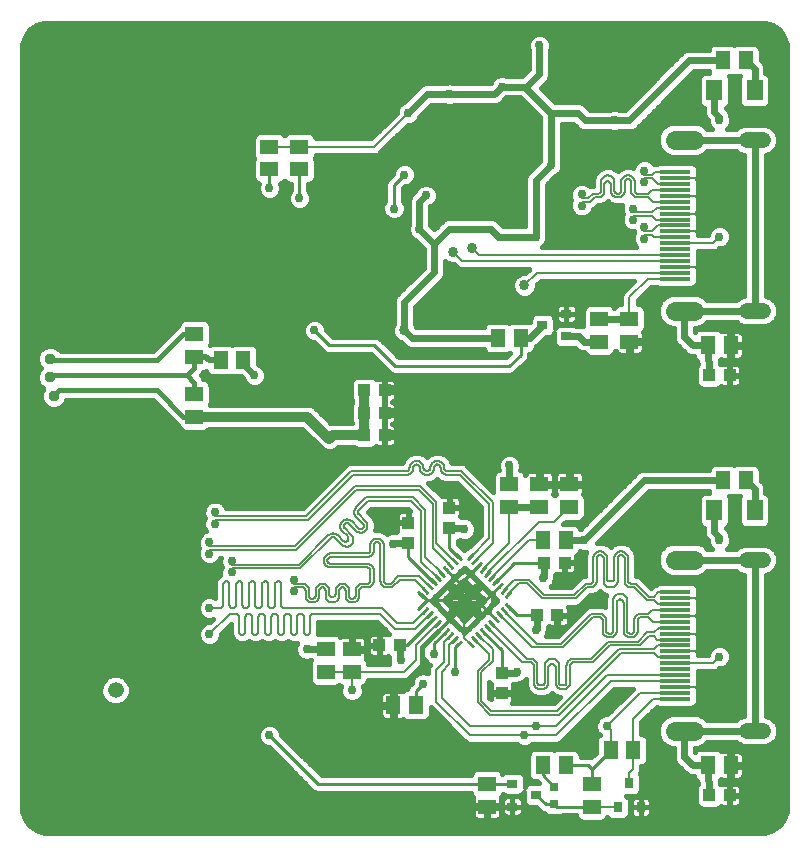
<source format=gtl>
G75*
%MOIN*%
%OFA0B0*%
%FSLAX25Y25*%
%IPPOS*%
%LPD*%
%AMOC8*
5,1,8,0,0,1.08239X$1,22.5*
%
%ADD10C,0.05250*%
%ADD11R,0.05906X0.05118*%
%ADD12R,0.05118X0.05906*%
%ADD13R,0.04331X0.03937*%
%ADD14R,0.10236X0.01181*%
%ADD15C,0.06496*%
%ADD16C,0.05315*%
%ADD17R,0.05512X0.07087*%
%ADD18R,0.03500X0.03100*%
%ADD19C,0.03369*%
%ADD20R,0.03100X0.03500*%
%ADD21C,0.01102*%
%ADD22C,0.01142*%
%ADD23R,0.03937X0.04331*%
%ADD24R,0.03150X0.03150*%
%ADD25C,0.03762*%
%ADD26C,0.00700*%
%ADD27C,0.02975*%
%ADD28C,0.00600*%
%ADD29C,0.01000*%
%ADD30C,0.01600*%
%ADD31C,0.03200*%
%ADD32C,0.02400*%
%ADD33C,0.02000*%
D10*
X0055500Y0052915D03*
D11*
X0125550Y0059075D03*
X0125550Y0066555D03*
X0134300Y0066555D03*
X0134300Y0059075D03*
X0179300Y0021555D03*
X0179300Y0014075D03*
X0214300Y0014075D03*
X0214300Y0021555D03*
X0206800Y0114075D03*
X0206800Y0121555D03*
X0196800Y0121555D03*
X0196800Y0114075D03*
X0186800Y0114075D03*
X0186800Y0121555D03*
X0216800Y0169075D03*
X0216800Y0176555D03*
X0226800Y0176555D03*
X0226800Y0169075D03*
X0116800Y0226575D03*
X0116800Y0234055D03*
X0106800Y0234055D03*
X0106800Y0226575D03*
X0081800Y0171555D03*
X0081800Y0164075D03*
X0081800Y0151555D03*
X0081800Y0144075D03*
D12*
X0090560Y0162815D03*
X0098040Y0162815D03*
X0183060Y0170315D03*
X0190540Y0170315D03*
X0253060Y0167815D03*
X0260540Y0167815D03*
X0258060Y0122815D03*
X0265540Y0122815D03*
X0205540Y0102815D03*
X0198060Y0102815D03*
X0155540Y0047815D03*
X0148060Y0047815D03*
X0198060Y0027815D03*
X0205540Y0027815D03*
X0220560Y0032815D03*
X0228040Y0032815D03*
X0253060Y0027815D03*
X0260540Y0027815D03*
X0258060Y0262815D03*
X0265540Y0262815D03*
D13*
X0260146Y0157815D03*
X0253454Y0157815D03*
X0205146Y0095315D03*
X0198454Y0095315D03*
X0195954Y0077815D03*
X0202646Y0077815D03*
X0150146Y0067815D03*
X0143454Y0067815D03*
X0145146Y0137815D03*
X0138454Y0137815D03*
X0138454Y0145315D03*
X0145146Y0145315D03*
X0145146Y0152815D03*
X0138454Y0152815D03*
X0253454Y0017815D03*
X0260146Y0017815D03*
D14*
X0242115Y0050099D03*
X0242115Y0052067D03*
X0242115Y0054036D03*
X0242115Y0056004D03*
X0242115Y0057973D03*
X0242115Y0059941D03*
X0242115Y0061910D03*
X0242115Y0063878D03*
X0242115Y0065847D03*
X0242115Y0067815D03*
X0242115Y0069784D03*
X0242115Y0071752D03*
X0242115Y0073721D03*
X0242115Y0075689D03*
X0242115Y0077658D03*
X0242115Y0079626D03*
X0242115Y0081595D03*
X0242115Y0083563D03*
X0242115Y0085532D03*
X0242115Y0190099D03*
X0242115Y0192067D03*
X0242115Y0194036D03*
X0242115Y0196004D03*
X0242115Y0197973D03*
X0242115Y0199941D03*
X0242115Y0201910D03*
X0242115Y0203878D03*
X0242115Y0205847D03*
X0242115Y0207815D03*
X0242115Y0209784D03*
X0242115Y0211752D03*
X0242115Y0213721D03*
X0242115Y0215689D03*
X0242115Y0217658D03*
X0242115Y0219626D03*
X0242115Y0221595D03*
X0242115Y0223563D03*
X0242115Y0225532D03*
D15*
X0241859Y0236358D02*
X0248355Y0236358D01*
X0248355Y0179272D02*
X0241859Y0179272D01*
X0241859Y0096358D02*
X0248355Y0096358D01*
X0248355Y0039272D02*
X0241859Y0039272D01*
D16*
X0265914Y0039272D02*
X0271229Y0039272D01*
X0271229Y0096358D02*
X0265914Y0096358D01*
X0265914Y0179272D02*
X0271229Y0179272D01*
X0271229Y0236358D02*
X0265914Y0236358D01*
D17*
X0268493Y0252815D03*
X0255107Y0252815D03*
X0255107Y0112815D03*
X0268493Y0112815D03*
D18*
X0205800Y0170790D03*
X0205800Y0178390D03*
X0197800Y0174590D03*
X0187800Y0021715D03*
X0187800Y0014115D03*
X0195800Y0017915D03*
D19*
X0171800Y0077247D03*
X0171800Y0082815D03*
X0166232Y0082815D03*
X0171800Y0088383D03*
X0177368Y0082815D03*
X0151800Y0172815D03*
X0168050Y0199065D03*
X0174300Y0200315D03*
X0191800Y0187815D03*
X0209300Y0185315D03*
X0176800Y0222247D03*
X0176800Y0227815D03*
X0171232Y0227815D03*
X0176800Y0233383D03*
X0182368Y0227815D03*
D20*
X0226700Y0021815D03*
X0222900Y0013815D03*
X0230500Y0013815D03*
D21*
X0176003Y0068868D02*
X0174417Y0070454D01*
X0173025Y0069062D02*
X0174611Y0067476D01*
X0170575Y0069062D02*
X0168989Y0067476D01*
X0167597Y0068868D02*
X0169183Y0070454D01*
X0167791Y0071846D02*
X0166205Y0070260D01*
X0164813Y0071652D02*
X0166399Y0073238D01*
X0165007Y0074630D02*
X0163421Y0073044D01*
X0162029Y0074436D02*
X0163615Y0076022D01*
X0162223Y0077414D02*
X0160637Y0075828D01*
X0159245Y0077220D02*
X0160831Y0078806D01*
X0159439Y0080198D02*
X0157853Y0078612D01*
X0156461Y0080004D02*
X0158047Y0081590D01*
X0158047Y0084040D02*
X0156461Y0085626D01*
X0157853Y0087018D02*
X0159439Y0085432D01*
X0160831Y0086824D02*
X0159245Y0088410D01*
X0160637Y0089802D02*
X0162223Y0088216D01*
X0163615Y0089608D02*
X0162029Y0091194D01*
X0163421Y0092586D02*
X0165007Y0091000D01*
X0166399Y0092392D02*
X0164813Y0093978D01*
X0166205Y0095370D02*
X0167791Y0093784D01*
X0169183Y0095176D02*
X0167597Y0096762D01*
X0168989Y0098154D02*
X0170575Y0096568D01*
X0173025Y0096568D02*
X0174611Y0098154D01*
X0176003Y0096762D02*
X0174417Y0095176D01*
X0175809Y0093784D02*
X0177395Y0095370D01*
X0178787Y0093978D02*
X0177201Y0092392D01*
X0178593Y0091000D02*
X0180179Y0092586D01*
X0181571Y0091194D02*
X0179985Y0089608D01*
X0181377Y0088216D02*
X0182963Y0089802D01*
X0184355Y0088410D02*
X0182769Y0086824D01*
X0184161Y0085432D02*
X0185747Y0087018D01*
X0187139Y0085626D02*
X0185553Y0084040D01*
X0185553Y0081590D02*
X0187139Y0080004D01*
X0185747Y0078612D02*
X0184161Y0080198D01*
X0182769Y0078806D02*
X0184355Y0077220D01*
X0182963Y0075828D02*
X0181377Y0077414D01*
X0179985Y0076022D02*
X0181571Y0074436D01*
X0180179Y0073044D02*
X0178593Y0074630D01*
X0177201Y0073238D02*
X0178787Y0071652D01*
X0177395Y0070260D02*
X0175809Y0071846D01*
D22*
X0171800Y0075551D02*
X0164536Y0082815D01*
X0171800Y0090079D01*
X0179064Y0082815D01*
X0171800Y0075551D01*
X0172941Y0076692D02*
X0170659Y0076692D01*
X0169518Y0077833D02*
X0174082Y0077833D01*
X0175223Y0078974D02*
X0168377Y0078974D01*
X0167236Y0080115D02*
X0176364Y0080115D01*
X0177505Y0081256D02*
X0166095Y0081256D01*
X0164954Y0082397D02*
X0178646Y0082397D01*
X0178341Y0083538D02*
X0165259Y0083538D01*
X0166400Y0084679D02*
X0177200Y0084679D01*
X0176059Y0085820D02*
X0167541Y0085820D01*
X0168682Y0086961D02*
X0174918Y0086961D01*
X0173777Y0088102D02*
X0169823Y0088102D01*
X0170964Y0089243D02*
X0172636Y0089243D01*
D23*
X0166800Y0106969D03*
X0166800Y0113662D03*
X0153050Y0108662D03*
X0153050Y0101969D03*
X0184300Y0058662D03*
X0184300Y0051969D03*
D24*
X0201800Y0020768D03*
X0201800Y0014862D03*
D25*
X0189300Y0030315D03*
X0171800Y0027815D03*
X0164300Y0040315D03*
X0141800Y0052815D03*
X0136800Y0047815D03*
X0126800Y0027815D03*
X0141800Y0012815D03*
X0166800Y0012815D03*
X0111800Y0062815D03*
X0096800Y0037815D03*
X0106800Y0017815D03*
X0076800Y0017815D03*
X0041800Y0017815D03*
X0054925Y0062815D03*
X0071800Y0062815D03*
X0055550Y0090940D03*
X0055550Y0119690D03*
X0076800Y0132815D03*
X0055550Y0147815D03*
X0034925Y0150940D03*
X0033675Y0157190D03*
X0033675Y0163440D03*
X0055550Y0192190D03*
X0055550Y0220315D03*
X0076800Y0242815D03*
X0054925Y0248440D03*
X0036800Y0267815D03*
X0081800Y0267815D03*
X0086800Y0187815D03*
X0091800Y0172815D03*
X0111800Y0172815D03*
X0121800Y0152815D03*
X0201800Y0162815D03*
X0236800Y0172815D03*
X0266800Y0152815D03*
X0266800Y0132815D03*
X0241800Y0112815D03*
X0231800Y0092815D03*
X0216800Y0117815D03*
X0234300Y0040315D03*
X0236800Y0022815D03*
X0246800Y0252815D03*
X0236800Y0267815D03*
D26*
X0242115Y0223563D02*
X0256052Y0223563D01*
X0260394Y0219221D01*
X0261800Y0217815D01*
X0261800Y0207815D02*
X0256800Y0207815D01*
X0254300Y0210315D01*
X0249831Y0205847D01*
X0242115Y0205847D01*
X0242115Y0211752D02*
X0252863Y0211752D01*
X0254300Y0210315D01*
X0249330Y0194036D02*
X0242115Y0194036D01*
X0242115Y0190099D02*
X0232833Y0190099D01*
X0226800Y0184065D01*
X0226800Y0176555D01*
X0226800Y0169075D02*
X0226800Y0162815D01*
X0205800Y0178390D02*
X0205800Y0181815D01*
X0209300Y0185315D01*
X0249330Y0194036D02*
X0253050Y0190315D01*
X0261800Y0190315D01*
X0260540Y0167815D02*
X0260550Y0167805D01*
X0260550Y0162815D01*
X0260146Y0162412D01*
X0260146Y0157815D01*
X0253060Y0162825D02*
X0253050Y0162815D01*
X0256052Y0083563D02*
X0242115Y0083563D01*
X0242115Y0071752D02*
X0252863Y0071752D01*
X0254300Y0070315D01*
X0249831Y0065847D01*
X0242115Y0065847D01*
X0242115Y0054036D02*
X0249330Y0054036D01*
X0253050Y0050315D01*
X0261800Y0050315D01*
X0261800Y0067815D02*
X0256800Y0067815D01*
X0254300Y0070315D01*
X0261800Y0077815D02*
X0260394Y0079221D01*
X0256052Y0083563D01*
X0260540Y0027815D02*
X0260550Y0027805D01*
X0260550Y0022815D01*
X0260146Y0022412D01*
X0260146Y0017815D01*
X0253060Y0022825D02*
X0253050Y0022815D01*
X0178760Y0082815D02*
X0177368Y0082815D01*
X0177368Y0081423D01*
X0171800Y0081423D02*
X0171800Y0082815D01*
X0166232Y0082815D02*
X0159273Y0082815D01*
X0164214Y0073837D02*
X0162879Y0072503D01*
X0171800Y0070288D02*
X0173818Y0068269D01*
X0171800Y0070288D02*
X0171800Y0077247D01*
X0171800Y0088383D02*
X0171800Y0089775D01*
X0171800Y0088383D02*
X0170408Y0088383D01*
X0098040Y0161575D02*
X0098040Y0162815D01*
X0106800Y0234055D02*
X0116800Y0234055D01*
X0141790Y0234055D01*
X0153050Y0245315D01*
D27*
X0153050Y0245315D03*
X0145550Y0245315D03*
X0151800Y0224690D03*
X0158988Y0217815D03*
X0156800Y0206565D03*
X0148363Y0213440D03*
X0134300Y0205315D03*
X0116800Y0216878D03*
X0106800Y0220315D03*
X0134300Y0180315D03*
X0121800Y0172815D03*
X0101800Y0157815D03*
X0126800Y0136555D03*
X0151800Y0137815D03*
X0151800Y0145315D03*
X0151800Y0152815D03*
X0186800Y0127815D03*
X0196800Y0127815D03*
X0206800Y0127815D03*
X0211800Y0102815D03*
X0205550Y0090315D03*
X0198050Y0090315D03*
X0195550Y0072815D03*
X0203050Y0072815D03*
X0189300Y0059065D03*
X0189300Y0051565D03*
X0195550Y0040940D03*
X0191800Y0037815D03*
X0168675Y0059065D03*
X0161800Y0065003D03*
X0158050Y0055003D03*
X0150550Y0062815D03*
X0143050Y0062815D03*
X0134300Y0072815D03*
X0119300Y0066565D03*
X0134300Y0052815D03*
X0149300Y0040315D03*
X0106800Y0037815D03*
X0086800Y0071565D03*
X0086800Y0080315D03*
X0094300Y0092190D03*
X0094300Y0095940D03*
X0086800Y0098440D03*
X0086800Y0102190D03*
X0088675Y0108440D03*
X0088675Y0112190D03*
X0114925Y0089690D03*
X0114925Y0085940D03*
X0148050Y0101565D03*
X0148050Y0109065D03*
X0171800Y0106565D03*
X0171800Y0114065D03*
X0226800Y0162815D03*
X0261800Y0190315D03*
X0256800Y0204065D03*
X0261800Y0207815D03*
X0261800Y0217815D03*
X0256800Y0242815D03*
X0231800Y0225940D03*
X0231800Y0222190D03*
X0228050Y0213440D03*
X0228050Y0209690D03*
X0231800Y0207190D03*
X0231800Y0203440D03*
X0210862Y0214378D03*
X0210862Y0218127D03*
X0208050Y0227815D03*
X0200550Y0227815D03*
X0221800Y0242815D03*
X0221800Y0252815D03*
X0221800Y0262815D03*
X0196800Y0267815D03*
X0184300Y0261565D03*
X0184300Y0254065D03*
X0166800Y0251565D03*
X0166800Y0259065D03*
X0195550Y0204065D03*
X0203050Y0204065D03*
X0156800Y0199065D03*
X0256800Y0102815D03*
X0261800Y0077815D03*
X0261800Y0067815D03*
X0256800Y0064065D03*
X0261800Y0050315D03*
X0266800Y0027815D03*
X0219300Y0040940D03*
X0266800Y0167815D03*
D28*
X0260540Y0167815D01*
X0242115Y0192067D02*
X0196052Y0192067D01*
X0191800Y0187815D01*
X0176643Y0197973D02*
X0174300Y0200315D01*
X0176643Y0197973D02*
X0242115Y0197973D01*
X0242115Y0196004D02*
X0171111Y0196004D01*
X0168050Y0199065D01*
X0210862Y0214378D02*
X0210862Y0215653D01*
X0213611Y0215653D01*
X0215174Y0217215D01*
X0216175Y0217215D01*
X0216175Y0218415D02*
X0214676Y0218415D01*
X0213114Y0216853D01*
X0210862Y0216853D01*
X0210862Y0218127D01*
X0216175Y0218415D02*
X0216238Y0218417D01*
X0216302Y0218423D01*
X0216364Y0218432D01*
X0216426Y0218446D01*
X0216487Y0218463D01*
X0216547Y0218483D01*
X0216606Y0218508D01*
X0216663Y0218535D01*
X0216718Y0218566D01*
X0216771Y0218601D01*
X0216823Y0218638D01*
X0216871Y0218679D01*
X0216917Y0218723D01*
X0216961Y0218769D01*
X0217002Y0218817D01*
X0217039Y0218869D01*
X0217074Y0218922D01*
X0217105Y0218977D01*
X0217132Y0219034D01*
X0217157Y0219093D01*
X0217177Y0219153D01*
X0217194Y0219214D01*
X0217208Y0219276D01*
X0217217Y0219338D01*
X0217223Y0219402D01*
X0217225Y0219465D01*
X0217225Y0222253D01*
X0218425Y0221532D02*
X0218425Y0219465D01*
X0220602Y0219465D02*
X0220602Y0221532D01*
X0220600Y0221595D01*
X0220594Y0221659D01*
X0220585Y0221721D01*
X0220571Y0221783D01*
X0220554Y0221844D01*
X0220534Y0221904D01*
X0220509Y0221963D01*
X0220482Y0222020D01*
X0220451Y0222075D01*
X0220416Y0222128D01*
X0220379Y0222180D01*
X0220338Y0222228D01*
X0220294Y0222274D01*
X0220248Y0222318D01*
X0220200Y0222359D01*
X0220148Y0222396D01*
X0220095Y0222431D01*
X0220040Y0222462D01*
X0219983Y0222489D01*
X0219924Y0222514D01*
X0219864Y0222534D01*
X0219803Y0222551D01*
X0219741Y0222565D01*
X0219679Y0222574D01*
X0219615Y0222580D01*
X0219552Y0222582D01*
X0219475Y0222582D01*
X0219475Y0224503D02*
X0219382Y0224501D01*
X0219289Y0224495D01*
X0219197Y0224486D01*
X0219105Y0224472D01*
X0219013Y0224455D01*
X0218923Y0224434D01*
X0218833Y0224409D01*
X0218744Y0224381D01*
X0218657Y0224349D01*
X0218571Y0224313D01*
X0218487Y0224274D01*
X0218404Y0224232D01*
X0218323Y0224186D01*
X0218244Y0224137D01*
X0218168Y0224084D01*
X0218093Y0224029D01*
X0218021Y0223970D01*
X0217951Y0223908D01*
X0217884Y0223844D01*
X0217820Y0223777D01*
X0217758Y0223707D01*
X0217699Y0223635D01*
X0217644Y0223560D01*
X0217591Y0223484D01*
X0217542Y0223405D01*
X0217496Y0223324D01*
X0217454Y0223241D01*
X0217415Y0223157D01*
X0217379Y0223071D01*
X0217347Y0222984D01*
X0217319Y0222895D01*
X0217294Y0222805D01*
X0217273Y0222715D01*
X0217256Y0222623D01*
X0217242Y0222531D01*
X0217233Y0222439D01*
X0217227Y0222346D01*
X0217225Y0222253D01*
X0219552Y0224503D02*
X0219645Y0224501D01*
X0219738Y0224495D01*
X0219830Y0224486D01*
X0219922Y0224472D01*
X0220014Y0224455D01*
X0220104Y0224434D01*
X0220194Y0224409D01*
X0220283Y0224381D01*
X0220370Y0224349D01*
X0220456Y0224313D01*
X0220540Y0224274D01*
X0220623Y0224232D01*
X0220704Y0224186D01*
X0220783Y0224137D01*
X0220859Y0224084D01*
X0220934Y0224029D01*
X0221006Y0223970D01*
X0221076Y0223908D01*
X0221143Y0223844D01*
X0221207Y0223777D01*
X0221269Y0223707D01*
X0221328Y0223635D01*
X0221383Y0223560D01*
X0221436Y0223484D01*
X0221485Y0223405D01*
X0221531Y0223324D01*
X0221573Y0223241D01*
X0221612Y0223157D01*
X0221648Y0223071D01*
X0221680Y0222984D01*
X0221708Y0222895D01*
X0221733Y0222805D01*
X0221754Y0222715D01*
X0221771Y0222623D01*
X0221785Y0222531D01*
X0221794Y0222439D01*
X0221800Y0222346D01*
X0221802Y0222253D01*
X0221802Y0219465D01*
X0221804Y0219402D01*
X0221810Y0219338D01*
X0221819Y0219276D01*
X0221833Y0219214D01*
X0221850Y0219153D01*
X0221870Y0219093D01*
X0221895Y0219034D01*
X0221922Y0218977D01*
X0221953Y0218922D01*
X0221988Y0218869D01*
X0222025Y0218817D01*
X0222066Y0218769D01*
X0222110Y0218723D01*
X0222156Y0218679D01*
X0222204Y0218638D01*
X0222256Y0218601D01*
X0222309Y0218566D01*
X0222364Y0218535D01*
X0222421Y0218508D01*
X0222480Y0218483D01*
X0222540Y0218463D01*
X0222601Y0218446D01*
X0222663Y0218432D01*
X0222725Y0218423D01*
X0222789Y0218417D01*
X0222852Y0218415D01*
X0222928Y0218415D01*
X0222991Y0218417D01*
X0223055Y0218423D01*
X0223117Y0218432D01*
X0223179Y0218446D01*
X0223240Y0218463D01*
X0223300Y0218483D01*
X0223359Y0218508D01*
X0223416Y0218535D01*
X0223471Y0218566D01*
X0223524Y0218601D01*
X0223576Y0218638D01*
X0223624Y0218679D01*
X0223670Y0218723D01*
X0223714Y0218769D01*
X0223755Y0218817D01*
X0223792Y0218869D01*
X0223827Y0218922D01*
X0223858Y0218977D01*
X0223885Y0219034D01*
X0223910Y0219093D01*
X0223930Y0219153D01*
X0223947Y0219214D01*
X0223961Y0219276D01*
X0223970Y0219338D01*
X0223976Y0219402D01*
X0223978Y0219465D01*
X0223978Y0222253D01*
X0225178Y0222253D02*
X0225178Y0219465D01*
X0227355Y0219465D02*
X0227355Y0222253D01*
X0228555Y0222253D02*
X0228553Y0222346D01*
X0228547Y0222439D01*
X0228538Y0222531D01*
X0228524Y0222623D01*
X0228507Y0222715D01*
X0228486Y0222805D01*
X0228461Y0222895D01*
X0228433Y0222984D01*
X0228401Y0223071D01*
X0228365Y0223157D01*
X0228326Y0223241D01*
X0228284Y0223324D01*
X0228238Y0223405D01*
X0228189Y0223484D01*
X0228136Y0223560D01*
X0228081Y0223635D01*
X0228022Y0223707D01*
X0227960Y0223777D01*
X0227896Y0223844D01*
X0227829Y0223908D01*
X0227759Y0223970D01*
X0227687Y0224029D01*
X0227612Y0224084D01*
X0227536Y0224137D01*
X0227457Y0224186D01*
X0227376Y0224232D01*
X0227293Y0224274D01*
X0227209Y0224313D01*
X0227123Y0224349D01*
X0227036Y0224381D01*
X0226947Y0224409D01*
X0226857Y0224434D01*
X0226767Y0224455D01*
X0226675Y0224472D01*
X0226583Y0224486D01*
X0226491Y0224495D01*
X0226398Y0224501D01*
X0226305Y0224503D01*
X0226228Y0224503D01*
X0226228Y0223303D02*
X0226305Y0223303D01*
X0226368Y0223301D01*
X0226432Y0223295D01*
X0226494Y0223286D01*
X0226556Y0223272D01*
X0226617Y0223255D01*
X0226677Y0223235D01*
X0226736Y0223210D01*
X0226793Y0223183D01*
X0226848Y0223152D01*
X0226901Y0223117D01*
X0226953Y0223080D01*
X0227001Y0223039D01*
X0227047Y0222995D01*
X0227091Y0222949D01*
X0227132Y0222901D01*
X0227169Y0222849D01*
X0227204Y0222796D01*
X0227235Y0222741D01*
X0227262Y0222684D01*
X0227287Y0222625D01*
X0227307Y0222565D01*
X0227324Y0222504D01*
X0227338Y0222442D01*
X0227347Y0222380D01*
X0227353Y0222316D01*
X0227355Y0222253D01*
X0226228Y0224503D02*
X0226135Y0224501D01*
X0226042Y0224495D01*
X0225950Y0224486D01*
X0225858Y0224472D01*
X0225766Y0224455D01*
X0225676Y0224434D01*
X0225586Y0224409D01*
X0225497Y0224381D01*
X0225410Y0224349D01*
X0225324Y0224313D01*
X0225240Y0224274D01*
X0225157Y0224232D01*
X0225076Y0224186D01*
X0224997Y0224137D01*
X0224921Y0224084D01*
X0224846Y0224029D01*
X0224774Y0223970D01*
X0224704Y0223908D01*
X0224637Y0223844D01*
X0224573Y0223777D01*
X0224511Y0223707D01*
X0224452Y0223635D01*
X0224397Y0223560D01*
X0224344Y0223484D01*
X0224295Y0223405D01*
X0224249Y0223324D01*
X0224207Y0223241D01*
X0224168Y0223157D01*
X0224132Y0223071D01*
X0224100Y0222984D01*
X0224072Y0222895D01*
X0224047Y0222805D01*
X0224026Y0222715D01*
X0224009Y0222623D01*
X0223995Y0222531D01*
X0223986Y0222439D01*
X0223980Y0222346D01*
X0223978Y0222253D01*
X0225178Y0222253D02*
X0225180Y0222316D01*
X0225186Y0222380D01*
X0225195Y0222442D01*
X0225209Y0222504D01*
X0225226Y0222565D01*
X0225246Y0222625D01*
X0225271Y0222684D01*
X0225298Y0222741D01*
X0225329Y0222796D01*
X0225364Y0222849D01*
X0225401Y0222901D01*
X0225442Y0222949D01*
X0225486Y0222995D01*
X0225532Y0223039D01*
X0225580Y0223080D01*
X0225632Y0223117D01*
X0225685Y0223152D01*
X0225740Y0223183D01*
X0225797Y0223210D01*
X0225856Y0223235D01*
X0225916Y0223255D01*
X0225977Y0223272D01*
X0226039Y0223286D01*
X0226101Y0223295D01*
X0226165Y0223301D01*
X0226228Y0223303D01*
X0228555Y0222253D02*
X0228555Y0219465D01*
X0228557Y0219402D01*
X0228563Y0219338D01*
X0228572Y0219276D01*
X0228586Y0219214D01*
X0228603Y0219153D01*
X0228623Y0219093D01*
X0228648Y0219034D01*
X0228675Y0218977D01*
X0228706Y0218922D01*
X0228741Y0218869D01*
X0228778Y0218817D01*
X0228819Y0218769D01*
X0228863Y0218723D01*
X0228909Y0218679D01*
X0228957Y0218638D01*
X0229009Y0218601D01*
X0229062Y0218566D01*
X0229117Y0218535D01*
X0229174Y0218508D01*
X0229233Y0218483D01*
X0229293Y0218463D01*
X0229354Y0218446D01*
X0229416Y0218432D01*
X0229478Y0218423D01*
X0229542Y0218417D01*
X0229605Y0218415D01*
X0233050Y0218415D01*
X0234261Y0219626D01*
X0242115Y0219626D01*
X0242115Y0217658D02*
X0249455Y0217658D01*
X0251800Y0220003D01*
X0259612Y0220003D01*
X0260394Y0219221D01*
X0256800Y0204065D02*
X0254644Y0201910D01*
X0242115Y0201910D01*
X0242115Y0203878D02*
X0235137Y0203878D01*
X0234300Y0204715D01*
X0231800Y0204715D01*
X0231800Y0203440D01*
X0231800Y0205915D02*
X0231800Y0207190D01*
X0231800Y0205915D02*
X0234300Y0205915D01*
X0236200Y0207815D01*
X0242115Y0207815D01*
X0242115Y0209784D02*
X0235481Y0209784D01*
X0234300Y0210965D01*
X0228050Y0210965D01*
X0228050Y0209690D01*
X0228050Y0212165D02*
X0228050Y0213440D01*
X0228050Y0212165D02*
X0234300Y0212165D01*
X0235856Y0213721D01*
X0242115Y0213721D01*
X0242115Y0215689D02*
X0234576Y0215689D01*
X0233050Y0217215D01*
X0229605Y0217215D01*
X0229512Y0217217D01*
X0229419Y0217223D01*
X0229327Y0217232D01*
X0229235Y0217246D01*
X0229143Y0217263D01*
X0229053Y0217284D01*
X0228963Y0217309D01*
X0228874Y0217337D01*
X0228787Y0217369D01*
X0228701Y0217405D01*
X0228617Y0217444D01*
X0228534Y0217486D01*
X0228453Y0217532D01*
X0228374Y0217581D01*
X0228298Y0217634D01*
X0228223Y0217689D01*
X0228151Y0217748D01*
X0228081Y0217810D01*
X0228014Y0217874D01*
X0227950Y0217941D01*
X0227888Y0218011D01*
X0227829Y0218083D01*
X0227774Y0218158D01*
X0227721Y0218234D01*
X0227672Y0218313D01*
X0227626Y0218394D01*
X0227584Y0218477D01*
X0227545Y0218561D01*
X0227509Y0218647D01*
X0227477Y0218734D01*
X0227449Y0218823D01*
X0227424Y0218913D01*
X0227403Y0219003D01*
X0227386Y0219095D01*
X0227372Y0219187D01*
X0227363Y0219279D01*
X0227357Y0219372D01*
X0227355Y0219465D01*
X0225178Y0219465D02*
X0225176Y0219372D01*
X0225170Y0219279D01*
X0225161Y0219187D01*
X0225147Y0219095D01*
X0225130Y0219003D01*
X0225109Y0218913D01*
X0225084Y0218823D01*
X0225056Y0218734D01*
X0225024Y0218647D01*
X0224988Y0218561D01*
X0224949Y0218477D01*
X0224907Y0218394D01*
X0224861Y0218313D01*
X0224812Y0218234D01*
X0224759Y0218158D01*
X0224704Y0218083D01*
X0224645Y0218011D01*
X0224583Y0217941D01*
X0224519Y0217874D01*
X0224452Y0217810D01*
X0224382Y0217748D01*
X0224310Y0217689D01*
X0224235Y0217634D01*
X0224159Y0217581D01*
X0224080Y0217532D01*
X0223999Y0217486D01*
X0223916Y0217444D01*
X0223832Y0217405D01*
X0223746Y0217369D01*
X0223659Y0217337D01*
X0223570Y0217309D01*
X0223480Y0217284D01*
X0223390Y0217263D01*
X0223298Y0217246D01*
X0223206Y0217232D01*
X0223114Y0217223D01*
X0223021Y0217217D01*
X0222928Y0217215D01*
X0222852Y0217215D01*
X0222759Y0217217D01*
X0222666Y0217223D01*
X0222574Y0217232D01*
X0222482Y0217246D01*
X0222390Y0217263D01*
X0222300Y0217284D01*
X0222210Y0217309D01*
X0222121Y0217337D01*
X0222034Y0217369D01*
X0221948Y0217405D01*
X0221864Y0217444D01*
X0221781Y0217486D01*
X0221700Y0217532D01*
X0221621Y0217581D01*
X0221545Y0217634D01*
X0221470Y0217689D01*
X0221398Y0217748D01*
X0221328Y0217810D01*
X0221261Y0217874D01*
X0221197Y0217941D01*
X0221135Y0218011D01*
X0221076Y0218083D01*
X0221021Y0218158D01*
X0220968Y0218234D01*
X0220919Y0218313D01*
X0220873Y0218394D01*
X0220831Y0218477D01*
X0220792Y0218561D01*
X0220756Y0218647D01*
X0220724Y0218734D01*
X0220696Y0218823D01*
X0220671Y0218913D01*
X0220650Y0219003D01*
X0220633Y0219095D01*
X0220619Y0219187D01*
X0220610Y0219279D01*
X0220604Y0219372D01*
X0220602Y0219465D01*
X0218425Y0221532D02*
X0218427Y0221595D01*
X0218433Y0221659D01*
X0218442Y0221721D01*
X0218456Y0221783D01*
X0218473Y0221844D01*
X0218493Y0221904D01*
X0218518Y0221963D01*
X0218545Y0222020D01*
X0218576Y0222075D01*
X0218611Y0222128D01*
X0218648Y0222180D01*
X0218689Y0222228D01*
X0218733Y0222274D01*
X0218779Y0222318D01*
X0218827Y0222359D01*
X0218879Y0222396D01*
X0218932Y0222431D01*
X0218987Y0222462D01*
X0219044Y0222489D01*
X0219103Y0222514D01*
X0219163Y0222534D01*
X0219224Y0222551D01*
X0219286Y0222565D01*
X0219348Y0222574D01*
X0219412Y0222580D01*
X0219475Y0222582D01*
X0219475Y0224503D02*
X0219552Y0224503D01*
X0218425Y0219465D02*
X0218423Y0219372D01*
X0218417Y0219279D01*
X0218408Y0219187D01*
X0218394Y0219095D01*
X0218377Y0219003D01*
X0218356Y0218913D01*
X0218331Y0218823D01*
X0218303Y0218734D01*
X0218271Y0218647D01*
X0218235Y0218561D01*
X0218196Y0218477D01*
X0218154Y0218394D01*
X0218108Y0218313D01*
X0218059Y0218234D01*
X0218006Y0218158D01*
X0217951Y0218083D01*
X0217892Y0218011D01*
X0217830Y0217941D01*
X0217766Y0217874D01*
X0217699Y0217810D01*
X0217629Y0217748D01*
X0217557Y0217689D01*
X0217482Y0217634D01*
X0217406Y0217581D01*
X0217327Y0217532D01*
X0217246Y0217486D01*
X0217163Y0217444D01*
X0217079Y0217405D01*
X0216993Y0217369D01*
X0216906Y0217337D01*
X0216817Y0217309D01*
X0216727Y0217284D01*
X0216637Y0217263D01*
X0216545Y0217246D01*
X0216453Y0217232D01*
X0216361Y0217223D01*
X0216268Y0217217D01*
X0216175Y0217215D01*
X0231800Y0222190D02*
X0231800Y0223465D01*
X0234300Y0223465D01*
X0236170Y0221595D01*
X0242115Y0221595D01*
X0242115Y0225532D02*
X0235167Y0225532D01*
X0234300Y0224665D01*
X0231800Y0224665D01*
X0231800Y0225940D01*
X0206800Y0127815D02*
X0206800Y0121555D01*
X0206800Y0114075D02*
X0201790Y0109065D01*
X0196658Y0109065D01*
X0179386Y0091793D01*
X0180778Y0090401D02*
X0193192Y0102815D01*
X0198060Y0102815D01*
X0205146Y0095315D02*
X0205146Y0090719D01*
X0205550Y0090315D01*
X0208426Y0084665D02*
X0212176Y0088415D01*
X0213635Y0088415D01*
X0213698Y0088417D01*
X0213762Y0088423D01*
X0213824Y0088432D01*
X0213886Y0088446D01*
X0213947Y0088463D01*
X0214007Y0088483D01*
X0214066Y0088508D01*
X0214123Y0088535D01*
X0214178Y0088566D01*
X0214231Y0088601D01*
X0214283Y0088638D01*
X0214331Y0088679D01*
X0214377Y0088723D01*
X0214421Y0088769D01*
X0214462Y0088817D01*
X0214499Y0088869D01*
X0214534Y0088922D01*
X0214565Y0088977D01*
X0214592Y0089034D01*
X0214617Y0089093D01*
X0214637Y0089153D01*
X0214654Y0089214D01*
X0214668Y0089276D01*
X0214677Y0089338D01*
X0214683Y0089402D01*
X0214685Y0089465D01*
X0214685Y0096926D01*
X0215885Y0096926D02*
X0215885Y0089465D01*
X0215883Y0089372D01*
X0215877Y0089279D01*
X0215868Y0089187D01*
X0215854Y0089095D01*
X0215837Y0089003D01*
X0215816Y0088913D01*
X0215791Y0088823D01*
X0215763Y0088734D01*
X0215731Y0088647D01*
X0215695Y0088561D01*
X0215656Y0088477D01*
X0215614Y0088394D01*
X0215568Y0088313D01*
X0215519Y0088234D01*
X0215466Y0088158D01*
X0215411Y0088083D01*
X0215352Y0088011D01*
X0215290Y0087941D01*
X0215226Y0087874D01*
X0215159Y0087810D01*
X0215089Y0087748D01*
X0215017Y0087689D01*
X0214942Y0087634D01*
X0214866Y0087581D01*
X0214787Y0087532D01*
X0214706Y0087486D01*
X0214623Y0087444D01*
X0214539Y0087405D01*
X0214453Y0087369D01*
X0214366Y0087337D01*
X0214277Y0087309D01*
X0214187Y0087284D01*
X0214097Y0087263D01*
X0214005Y0087246D01*
X0213913Y0087232D01*
X0213821Y0087223D01*
X0213728Y0087217D01*
X0213635Y0087215D01*
X0212674Y0087215D01*
X0208924Y0083465D01*
X0197801Y0083465D01*
X0192801Y0088465D01*
X0189977Y0088465D01*
X0186346Y0084833D01*
X0184954Y0086225D02*
X0188394Y0089665D01*
X0193299Y0089665D01*
X0198299Y0084665D01*
X0208426Y0084665D01*
X0214051Y0078415D02*
X0216800Y0078415D01*
X0216800Y0077215D02*
X0214549Y0077215D01*
X0204549Y0067215D01*
X0194360Y0067215D01*
X0183562Y0078013D01*
X0184954Y0079405D02*
X0195944Y0068415D01*
X0204051Y0068415D01*
X0214051Y0078415D01*
X0216800Y0078415D02*
X0216893Y0078413D01*
X0216986Y0078407D01*
X0217078Y0078398D01*
X0217170Y0078384D01*
X0217262Y0078367D01*
X0217352Y0078346D01*
X0217442Y0078321D01*
X0217531Y0078293D01*
X0217618Y0078261D01*
X0217704Y0078225D01*
X0217788Y0078186D01*
X0217871Y0078144D01*
X0217952Y0078098D01*
X0218031Y0078049D01*
X0218107Y0077996D01*
X0218182Y0077941D01*
X0218254Y0077882D01*
X0218324Y0077820D01*
X0218391Y0077756D01*
X0218455Y0077689D01*
X0218517Y0077619D01*
X0218576Y0077547D01*
X0218631Y0077472D01*
X0218684Y0077396D01*
X0218733Y0077317D01*
X0218779Y0077236D01*
X0218821Y0077153D01*
X0218860Y0077069D01*
X0218896Y0076983D01*
X0218928Y0076896D01*
X0218956Y0076807D01*
X0218981Y0076717D01*
X0219002Y0076627D01*
X0219019Y0076535D01*
X0219033Y0076443D01*
X0219042Y0076351D01*
X0219048Y0076258D01*
X0219050Y0076165D01*
X0219050Y0072813D01*
X0219052Y0072750D01*
X0219058Y0072686D01*
X0219067Y0072624D01*
X0219081Y0072562D01*
X0219098Y0072501D01*
X0219118Y0072441D01*
X0219143Y0072382D01*
X0219170Y0072325D01*
X0219201Y0072270D01*
X0219236Y0072217D01*
X0219273Y0072165D01*
X0219314Y0072117D01*
X0219358Y0072071D01*
X0219404Y0072027D01*
X0219452Y0071986D01*
X0219504Y0071949D01*
X0219557Y0071914D01*
X0219612Y0071883D01*
X0219669Y0071856D01*
X0219728Y0071831D01*
X0219788Y0071811D01*
X0219849Y0071794D01*
X0219911Y0071780D01*
X0219973Y0071771D01*
X0220037Y0071765D01*
X0220100Y0071763D01*
X0220298Y0071763D01*
X0220361Y0071765D01*
X0220425Y0071771D01*
X0220487Y0071780D01*
X0220549Y0071794D01*
X0220610Y0071811D01*
X0220670Y0071831D01*
X0220729Y0071856D01*
X0220786Y0071883D01*
X0220841Y0071914D01*
X0220894Y0071949D01*
X0220946Y0071986D01*
X0220994Y0072027D01*
X0221040Y0072071D01*
X0221084Y0072117D01*
X0221125Y0072165D01*
X0221162Y0072217D01*
X0221197Y0072270D01*
X0221228Y0072325D01*
X0221255Y0072382D01*
X0221280Y0072441D01*
X0221300Y0072501D01*
X0221317Y0072562D01*
X0221331Y0072624D01*
X0221340Y0072686D01*
X0221346Y0072750D01*
X0221348Y0072813D01*
X0221348Y0082817D01*
X0222548Y0082096D02*
X0222548Y0072813D01*
X0222546Y0072720D01*
X0222540Y0072627D01*
X0222531Y0072535D01*
X0222517Y0072443D01*
X0222500Y0072351D01*
X0222479Y0072261D01*
X0222454Y0072171D01*
X0222426Y0072082D01*
X0222394Y0071995D01*
X0222358Y0071909D01*
X0222319Y0071825D01*
X0222277Y0071742D01*
X0222231Y0071661D01*
X0222182Y0071582D01*
X0222129Y0071506D01*
X0222074Y0071431D01*
X0222015Y0071359D01*
X0221953Y0071289D01*
X0221889Y0071222D01*
X0221822Y0071158D01*
X0221752Y0071096D01*
X0221680Y0071037D01*
X0221605Y0070982D01*
X0221529Y0070929D01*
X0221450Y0070880D01*
X0221369Y0070834D01*
X0221286Y0070792D01*
X0221202Y0070753D01*
X0221116Y0070717D01*
X0221029Y0070685D01*
X0220940Y0070657D01*
X0220850Y0070632D01*
X0220760Y0070611D01*
X0220668Y0070594D01*
X0220576Y0070580D01*
X0220484Y0070571D01*
X0220391Y0070565D01*
X0220298Y0070563D01*
X0220100Y0070563D01*
X0219676Y0069040D02*
X0214051Y0063415D01*
X0208050Y0063415D01*
X0208050Y0062215D02*
X0214549Y0062215D01*
X0220174Y0067840D01*
X0230174Y0067840D01*
X0233299Y0070965D01*
X0234925Y0070965D01*
X0236106Y0069784D01*
X0242115Y0069784D01*
X0242115Y0067815D02*
X0236200Y0067815D01*
X0234925Y0066540D01*
X0223426Y0066540D01*
X0202801Y0045915D01*
X0180799Y0045915D01*
X0177400Y0049314D01*
X0177400Y0058817D01*
X0181150Y0062567D01*
X0181150Y0066505D01*
X0176602Y0071053D01*
X0175210Y0069661D02*
X0179950Y0064921D01*
X0179950Y0063064D01*
X0176200Y0059314D01*
X0176200Y0048817D01*
X0180301Y0044715D01*
X0203299Y0044715D01*
X0223924Y0065340D01*
X0234925Y0065340D01*
X0236387Y0063878D01*
X0242115Y0063878D01*
X0242115Y0061910D02*
X0254644Y0061910D01*
X0256800Y0064065D01*
X0249455Y0077658D02*
X0242115Y0077658D01*
X0242115Y0079626D02*
X0234261Y0079626D01*
X0233050Y0078415D01*
X0230594Y0078415D01*
X0230594Y0077215D02*
X0233050Y0077215D01*
X0234576Y0075689D01*
X0242115Y0075689D01*
X0242115Y0073721D02*
X0236481Y0073721D01*
X0234925Y0072165D01*
X0232801Y0072165D01*
X0229676Y0069040D01*
X0219676Y0069040D01*
X0220100Y0070563D02*
X0220007Y0070565D01*
X0219914Y0070571D01*
X0219822Y0070580D01*
X0219730Y0070594D01*
X0219638Y0070611D01*
X0219548Y0070632D01*
X0219458Y0070657D01*
X0219369Y0070685D01*
X0219282Y0070717D01*
X0219196Y0070753D01*
X0219112Y0070792D01*
X0219029Y0070834D01*
X0218948Y0070880D01*
X0218869Y0070929D01*
X0218793Y0070982D01*
X0218718Y0071037D01*
X0218646Y0071096D01*
X0218576Y0071158D01*
X0218509Y0071222D01*
X0218445Y0071289D01*
X0218383Y0071359D01*
X0218324Y0071431D01*
X0218269Y0071506D01*
X0218216Y0071582D01*
X0218167Y0071661D01*
X0218121Y0071742D01*
X0218079Y0071825D01*
X0218040Y0071909D01*
X0218004Y0071995D01*
X0217972Y0072082D01*
X0217944Y0072171D01*
X0217919Y0072261D01*
X0217898Y0072351D01*
X0217881Y0072443D01*
X0217867Y0072535D01*
X0217858Y0072627D01*
X0217852Y0072720D01*
X0217850Y0072813D01*
X0217850Y0076165D01*
X0217848Y0076228D01*
X0217842Y0076292D01*
X0217833Y0076354D01*
X0217819Y0076416D01*
X0217802Y0076477D01*
X0217782Y0076537D01*
X0217757Y0076596D01*
X0217730Y0076653D01*
X0217699Y0076708D01*
X0217664Y0076761D01*
X0217627Y0076813D01*
X0217586Y0076861D01*
X0217542Y0076907D01*
X0217496Y0076951D01*
X0217448Y0076992D01*
X0217396Y0077029D01*
X0217343Y0077064D01*
X0217288Y0077095D01*
X0217231Y0077122D01*
X0217172Y0077147D01*
X0217112Y0077167D01*
X0217051Y0077184D01*
X0216989Y0077198D01*
X0216927Y0077207D01*
X0216863Y0077213D01*
X0216800Y0077215D01*
X0222548Y0082096D02*
X0222550Y0082159D01*
X0222556Y0082223D01*
X0222565Y0082285D01*
X0222579Y0082347D01*
X0222596Y0082408D01*
X0222616Y0082468D01*
X0222641Y0082527D01*
X0222668Y0082584D01*
X0222699Y0082639D01*
X0222734Y0082692D01*
X0222771Y0082744D01*
X0222812Y0082792D01*
X0222856Y0082838D01*
X0222902Y0082882D01*
X0222950Y0082923D01*
X0223002Y0082960D01*
X0223055Y0082995D01*
X0223110Y0083026D01*
X0223167Y0083053D01*
X0223226Y0083078D01*
X0223286Y0083098D01*
X0223347Y0083115D01*
X0223409Y0083129D01*
X0223471Y0083138D01*
X0223535Y0083144D01*
X0223598Y0083146D01*
X0223796Y0083146D01*
X0223796Y0085067D02*
X0223889Y0085065D01*
X0223982Y0085059D01*
X0224074Y0085050D01*
X0224166Y0085036D01*
X0224258Y0085019D01*
X0224348Y0084998D01*
X0224438Y0084973D01*
X0224527Y0084945D01*
X0224614Y0084913D01*
X0224700Y0084877D01*
X0224784Y0084838D01*
X0224867Y0084796D01*
X0224948Y0084750D01*
X0225027Y0084701D01*
X0225103Y0084648D01*
X0225178Y0084593D01*
X0225250Y0084534D01*
X0225320Y0084472D01*
X0225387Y0084408D01*
X0225451Y0084341D01*
X0225513Y0084271D01*
X0225572Y0084199D01*
X0225627Y0084124D01*
X0225680Y0084048D01*
X0225729Y0083969D01*
X0225775Y0083888D01*
X0225817Y0083805D01*
X0225856Y0083721D01*
X0225892Y0083635D01*
X0225924Y0083548D01*
X0225952Y0083459D01*
X0225977Y0083369D01*
X0225998Y0083279D01*
X0226015Y0083187D01*
X0226029Y0083095D01*
X0226038Y0083003D01*
X0226044Y0082910D01*
X0226046Y0082817D01*
X0226046Y0072813D01*
X0226048Y0072750D01*
X0226054Y0072686D01*
X0226063Y0072624D01*
X0226077Y0072562D01*
X0226094Y0072501D01*
X0226114Y0072441D01*
X0226139Y0072382D01*
X0226166Y0072325D01*
X0226197Y0072270D01*
X0226232Y0072217D01*
X0226269Y0072165D01*
X0226310Y0072117D01*
X0226354Y0072071D01*
X0226400Y0072027D01*
X0226448Y0071986D01*
X0226500Y0071949D01*
X0226553Y0071914D01*
X0226608Y0071883D01*
X0226665Y0071856D01*
X0226724Y0071831D01*
X0226784Y0071811D01*
X0226845Y0071794D01*
X0226907Y0071780D01*
X0226969Y0071771D01*
X0227033Y0071765D01*
X0227096Y0071763D01*
X0227294Y0071763D01*
X0227357Y0071765D01*
X0227421Y0071771D01*
X0227483Y0071780D01*
X0227545Y0071794D01*
X0227606Y0071811D01*
X0227666Y0071831D01*
X0227725Y0071856D01*
X0227782Y0071883D01*
X0227837Y0071914D01*
X0227890Y0071949D01*
X0227942Y0071986D01*
X0227990Y0072027D01*
X0228036Y0072071D01*
X0228080Y0072117D01*
X0228121Y0072165D01*
X0228158Y0072217D01*
X0228193Y0072270D01*
X0228224Y0072325D01*
X0228251Y0072382D01*
X0228276Y0072441D01*
X0228296Y0072501D01*
X0228313Y0072562D01*
X0228327Y0072624D01*
X0228336Y0072686D01*
X0228342Y0072750D01*
X0228344Y0072813D01*
X0228344Y0076165D01*
X0229544Y0076165D02*
X0229544Y0072813D01*
X0229542Y0072720D01*
X0229536Y0072627D01*
X0229527Y0072535D01*
X0229513Y0072443D01*
X0229496Y0072351D01*
X0229475Y0072261D01*
X0229450Y0072171D01*
X0229422Y0072082D01*
X0229390Y0071995D01*
X0229354Y0071909D01*
X0229315Y0071825D01*
X0229273Y0071742D01*
X0229227Y0071661D01*
X0229178Y0071582D01*
X0229125Y0071506D01*
X0229070Y0071431D01*
X0229011Y0071359D01*
X0228949Y0071289D01*
X0228885Y0071222D01*
X0228818Y0071158D01*
X0228748Y0071096D01*
X0228676Y0071037D01*
X0228601Y0070982D01*
X0228525Y0070929D01*
X0228446Y0070880D01*
X0228365Y0070834D01*
X0228282Y0070792D01*
X0228198Y0070753D01*
X0228112Y0070717D01*
X0228025Y0070685D01*
X0227936Y0070657D01*
X0227846Y0070632D01*
X0227756Y0070611D01*
X0227664Y0070594D01*
X0227572Y0070580D01*
X0227480Y0070571D01*
X0227387Y0070565D01*
X0227294Y0070563D01*
X0227096Y0070563D01*
X0227003Y0070565D01*
X0226910Y0070571D01*
X0226818Y0070580D01*
X0226726Y0070594D01*
X0226634Y0070611D01*
X0226544Y0070632D01*
X0226454Y0070657D01*
X0226365Y0070685D01*
X0226278Y0070717D01*
X0226192Y0070753D01*
X0226108Y0070792D01*
X0226025Y0070834D01*
X0225944Y0070880D01*
X0225865Y0070929D01*
X0225789Y0070982D01*
X0225714Y0071037D01*
X0225642Y0071096D01*
X0225572Y0071158D01*
X0225505Y0071222D01*
X0225441Y0071289D01*
X0225379Y0071359D01*
X0225320Y0071431D01*
X0225265Y0071506D01*
X0225212Y0071582D01*
X0225163Y0071661D01*
X0225117Y0071742D01*
X0225075Y0071825D01*
X0225036Y0071909D01*
X0225000Y0071995D01*
X0224968Y0072082D01*
X0224940Y0072171D01*
X0224915Y0072261D01*
X0224894Y0072351D01*
X0224877Y0072443D01*
X0224863Y0072535D01*
X0224854Y0072627D01*
X0224848Y0072720D01*
X0224846Y0072813D01*
X0224846Y0082096D01*
X0224844Y0082159D01*
X0224838Y0082223D01*
X0224829Y0082285D01*
X0224815Y0082347D01*
X0224798Y0082408D01*
X0224778Y0082468D01*
X0224753Y0082527D01*
X0224726Y0082584D01*
X0224695Y0082639D01*
X0224660Y0082692D01*
X0224623Y0082744D01*
X0224582Y0082792D01*
X0224538Y0082838D01*
X0224492Y0082882D01*
X0224444Y0082923D01*
X0224392Y0082960D01*
X0224339Y0082995D01*
X0224284Y0083026D01*
X0224227Y0083053D01*
X0224168Y0083078D01*
X0224108Y0083098D01*
X0224047Y0083115D01*
X0223985Y0083129D01*
X0223923Y0083138D01*
X0223859Y0083144D01*
X0223796Y0083146D01*
X0223598Y0085067D02*
X0223505Y0085065D01*
X0223412Y0085059D01*
X0223320Y0085050D01*
X0223228Y0085036D01*
X0223136Y0085019D01*
X0223046Y0084998D01*
X0222956Y0084973D01*
X0222867Y0084945D01*
X0222780Y0084913D01*
X0222694Y0084877D01*
X0222610Y0084838D01*
X0222527Y0084796D01*
X0222446Y0084750D01*
X0222367Y0084701D01*
X0222291Y0084648D01*
X0222216Y0084593D01*
X0222144Y0084534D01*
X0222074Y0084472D01*
X0222007Y0084408D01*
X0221943Y0084341D01*
X0221881Y0084271D01*
X0221822Y0084199D01*
X0221767Y0084124D01*
X0221714Y0084048D01*
X0221665Y0083969D01*
X0221619Y0083888D01*
X0221577Y0083805D01*
X0221538Y0083721D01*
X0221502Y0083635D01*
X0221470Y0083548D01*
X0221442Y0083459D01*
X0221417Y0083369D01*
X0221396Y0083279D01*
X0221379Y0083187D01*
X0221365Y0083095D01*
X0221356Y0083003D01*
X0221350Y0082910D01*
X0221348Y0082817D01*
X0223598Y0085067D02*
X0223796Y0085067D01*
X0220628Y0087215D02*
X0220432Y0087215D01*
X0220432Y0089122D02*
X0220628Y0089122D01*
X0220628Y0087215D02*
X0220721Y0087217D01*
X0220814Y0087223D01*
X0220906Y0087232D01*
X0220998Y0087246D01*
X0221090Y0087263D01*
X0221180Y0087284D01*
X0221270Y0087309D01*
X0221359Y0087337D01*
X0221446Y0087369D01*
X0221532Y0087405D01*
X0221616Y0087444D01*
X0221699Y0087486D01*
X0221780Y0087532D01*
X0221859Y0087581D01*
X0221935Y0087634D01*
X0222010Y0087689D01*
X0222082Y0087748D01*
X0222152Y0087810D01*
X0222219Y0087874D01*
X0222283Y0087941D01*
X0222345Y0088011D01*
X0222404Y0088083D01*
X0222459Y0088158D01*
X0222512Y0088234D01*
X0222561Y0088313D01*
X0222607Y0088394D01*
X0222649Y0088477D01*
X0222688Y0088561D01*
X0222724Y0088647D01*
X0222756Y0088734D01*
X0222784Y0088823D01*
X0222809Y0088913D01*
X0222830Y0089003D01*
X0222847Y0089095D01*
X0222861Y0089187D01*
X0222870Y0089279D01*
X0222876Y0089372D01*
X0222878Y0089465D01*
X0222878Y0096926D01*
X0221678Y0096926D02*
X0221680Y0097019D01*
X0221686Y0097112D01*
X0221695Y0097204D01*
X0221709Y0097296D01*
X0221726Y0097388D01*
X0221747Y0097478D01*
X0221772Y0097568D01*
X0221800Y0097657D01*
X0221832Y0097744D01*
X0221868Y0097830D01*
X0221907Y0097914D01*
X0221949Y0097997D01*
X0221995Y0098078D01*
X0222044Y0098157D01*
X0222097Y0098233D01*
X0222152Y0098308D01*
X0222211Y0098380D01*
X0222273Y0098450D01*
X0222337Y0098517D01*
X0222404Y0098581D01*
X0222474Y0098643D01*
X0222546Y0098702D01*
X0222621Y0098757D01*
X0222697Y0098810D01*
X0222776Y0098859D01*
X0222857Y0098905D01*
X0222940Y0098947D01*
X0223024Y0098986D01*
X0223110Y0099022D01*
X0223197Y0099054D01*
X0223286Y0099082D01*
X0223376Y0099107D01*
X0223466Y0099128D01*
X0223558Y0099145D01*
X0223650Y0099159D01*
X0223742Y0099168D01*
X0223835Y0099174D01*
X0223928Y0099176D01*
X0224125Y0099176D01*
X0224125Y0097976D02*
X0223928Y0097976D01*
X0223865Y0097974D01*
X0223801Y0097968D01*
X0223739Y0097959D01*
X0223677Y0097945D01*
X0223616Y0097928D01*
X0223556Y0097908D01*
X0223497Y0097883D01*
X0223440Y0097856D01*
X0223385Y0097825D01*
X0223332Y0097790D01*
X0223280Y0097753D01*
X0223232Y0097712D01*
X0223186Y0097668D01*
X0223142Y0097622D01*
X0223101Y0097574D01*
X0223064Y0097522D01*
X0223029Y0097469D01*
X0222998Y0097414D01*
X0222971Y0097357D01*
X0222946Y0097298D01*
X0222926Y0097238D01*
X0222909Y0097177D01*
X0222895Y0097115D01*
X0222886Y0097053D01*
X0222880Y0096989D01*
X0222878Y0096926D01*
X0221678Y0096926D02*
X0221678Y0090172D01*
X0221676Y0090109D01*
X0221670Y0090045D01*
X0221661Y0089983D01*
X0221647Y0089921D01*
X0221630Y0089860D01*
X0221610Y0089800D01*
X0221585Y0089741D01*
X0221558Y0089684D01*
X0221527Y0089629D01*
X0221492Y0089576D01*
X0221455Y0089524D01*
X0221414Y0089476D01*
X0221370Y0089430D01*
X0221324Y0089386D01*
X0221276Y0089345D01*
X0221224Y0089308D01*
X0221171Y0089273D01*
X0221116Y0089242D01*
X0221059Y0089215D01*
X0221000Y0089190D01*
X0220940Y0089170D01*
X0220879Y0089153D01*
X0220817Y0089139D01*
X0220755Y0089130D01*
X0220691Y0089124D01*
X0220628Y0089122D01*
X0220432Y0087215D02*
X0220339Y0087217D01*
X0220246Y0087223D01*
X0220154Y0087232D01*
X0220062Y0087246D01*
X0219970Y0087263D01*
X0219880Y0087284D01*
X0219790Y0087309D01*
X0219701Y0087337D01*
X0219614Y0087369D01*
X0219528Y0087405D01*
X0219444Y0087444D01*
X0219361Y0087486D01*
X0219280Y0087532D01*
X0219201Y0087581D01*
X0219125Y0087634D01*
X0219050Y0087689D01*
X0218978Y0087748D01*
X0218908Y0087810D01*
X0218841Y0087874D01*
X0218777Y0087941D01*
X0218715Y0088011D01*
X0218656Y0088083D01*
X0218601Y0088158D01*
X0218548Y0088234D01*
X0218499Y0088313D01*
X0218453Y0088394D01*
X0218411Y0088477D01*
X0218372Y0088561D01*
X0218336Y0088647D01*
X0218304Y0088734D01*
X0218276Y0088823D01*
X0218251Y0088913D01*
X0218230Y0089003D01*
X0218213Y0089095D01*
X0218199Y0089187D01*
X0218190Y0089279D01*
X0218184Y0089372D01*
X0218182Y0089465D01*
X0218182Y0096926D01*
X0219382Y0096926D02*
X0219380Y0097019D01*
X0219374Y0097112D01*
X0219365Y0097204D01*
X0219351Y0097296D01*
X0219334Y0097388D01*
X0219313Y0097478D01*
X0219288Y0097568D01*
X0219260Y0097657D01*
X0219228Y0097744D01*
X0219192Y0097830D01*
X0219153Y0097914D01*
X0219111Y0097997D01*
X0219065Y0098078D01*
X0219016Y0098157D01*
X0218963Y0098233D01*
X0218908Y0098308D01*
X0218849Y0098380D01*
X0218787Y0098450D01*
X0218723Y0098517D01*
X0218656Y0098581D01*
X0218586Y0098643D01*
X0218514Y0098702D01*
X0218439Y0098757D01*
X0218363Y0098810D01*
X0218284Y0098859D01*
X0218203Y0098905D01*
X0218120Y0098947D01*
X0218036Y0098986D01*
X0217950Y0099022D01*
X0217863Y0099054D01*
X0217774Y0099082D01*
X0217684Y0099107D01*
X0217594Y0099128D01*
X0217502Y0099145D01*
X0217410Y0099159D01*
X0217318Y0099168D01*
X0217225Y0099174D01*
X0217132Y0099176D01*
X0216935Y0099176D01*
X0216935Y0097976D02*
X0217132Y0097976D01*
X0217195Y0097974D01*
X0217259Y0097968D01*
X0217321Y0097959D01*
X0217383Y0097945D01*
X0217444Y0097928D01*
X0217504Y0097908D01*
X0217563Y0097883D01*
X0217620Y0097856D01*
X0217675Y0097825D01*
X0217728Y0097790D01*
X0217780Y0097753D01*
X0217828Y0097712D01*
X0217874Y0097668D01*
X0217918Y0097622D01*
X0217959Y0097574D01*
X0217996Y0097522D01*
X0218031Y0097469D01*
X0218062Y0097414D01*
X0218089Y0097357D01*
X0218114Y0097298D01*
X0218134Y0097238D01*
X0218151Y0097177D01*
X0218165Y0097115D01*
X0218174Y0097053D01*
X0218180Y0096989D01*
X0218182Y0096926D01*
X0219382Y0096926D02*
X0219382Y0090172D01*
X0219384Y0090109D01*
X0219390Y0090045D01*
X0219399Y0089983D01*
X0219413Y0089921D01*
X0219430Y0089860D01*
X0219450Y0089800D01*
X0219475Y0089741D01*
X0219502Y0089684D01*
X0219533Y0089629D01*
X0219568Y0089576D01*
X0219605Y0089524D01*
X0219646Y0089476D01*
X0219690Y0089430D01*
X0219736Y0089386D01*
X0219784Y0089345D01*
X0219836Y0089308D01*
X0219889Y0089273D01*
X0219944Y0089242D01*
X0220001Y0089215D01*
X0220060Y0089190D01*
X0220120Y0089170D01*
X0220181Y0089153D01*
X0220243Y0089139D01*
X0220305Y0089130D01*
X0220369Y0089124D01*
X0220432Y0089122D01*
X0225175Y0089465D02*
X0225175Y0096926D01*
X0226375Y0096926D02*
X0226373Y0097019D01*
X0226367Y0097112D01*
X0226358Y0097204D01*
X0226344Y0097296D01*
X0226327Y0097388D01*
X0226306Y0097478D01*
X0226281Y0097568D01*
X0226253Y0097657D01*
X0226221Y0097744D01*
X0226185Y0097830D01*
X0226146Y0097914D01*
X0226104Y0097997D01*
X0226058Y0098078D01*
X0226009Y0098157D01*
X0225956Y0098233D01*
X0225901Y0098308D01*
X0225842Y0098380D01*
X0225780Y0098450D01*
X0225716Y0098517D01*
X0225649Y0098581D01*
X0225579Y0098643D01*
X0225507Y0098702D01*
X0225432Y0098757D01*
X0225356Y0098810D01*
X0225277Y0098859D01*
X0225196Y0098905D01*
X0225113Y0098947D01*
X0225029Y0098986D01*
X0224943Y0099022D01*
X0224856Y0099054D01*
X0224767Y0099082D01*
X0224677Y0099107D01*
X0224587Y0099128D01*
X0224495Y0099145D01*
X0224403Y0099159D01*
X0224311Y0099168D01*
X0224218Y0099174D01*
X0224125Y0099176D01*
X0224125Y0097976D02*
X0224188Y0097974D01*
X0224252Y0097968D01*
X0224314Y0097959D01*
X0224376Y0097945D01*
X0224437Y0097928D01*
X0224497Y0097908D01*
X0224556Y0097883D01*
X0224613Y0097856D01*
X0224668Y0097825D01*
X0224721Y0097790D01*
X0224773Y0097753D01*
X0224821Y0097712D01*
X0224867Y0097668D01*
X0224911Y0097622D01*
X0224952Y0097574D01*
X0224989Y0097522D01*
X0225024Y0097469D01*
X0225055Y0097414D01*
X0225082Y0097357D01*
X0225107Y0097298D01*
X0225127Y0097238D01*
X0225144Y0097177D01*
X0225158Y0097115D01*
X0225167Y0097053D01*
X0225173Y0096989D01*
X0225175Y0096926D01*
X0226375Y0096926D02*
X0226375Y0089465D01*
X0226377Y0089402D01*
X0226383Y0089338D01*
X0226392Y0089276D01*
X0226406Y0089214D01*
X0226423Y0089153D01*
X0226443Y0089093D01*
X0226468Y0089034D01*
X0226495Y0088977D01*
X0226526Y0088922D01*
X0226561Y0088869D01*
X0226598Y0088817D01*
X0226639Y0088769D01*
X0226683Y0088723D01*
X0226729Y0088679D01*
X0226777Y0088638D01*
X0226829Y0088601D01*
X0226882Y0088566D01*
X0226937Y0088535D01*
X0226994Y0088508D01*
X0227053Y0088483D01*
X0227113Y0088463D01*
X0227174Y0088446D01*
X0227236Y0088432D01*
X0227298Y0088423D01*
X0227362Y0088417D01*
X0227425Y0088415D01*
X0228924Y0088415D01*
X0233299Y0084040D01*
X0234925Y0084040D01*
X0236417Y0085532D01*
X0242115Y0085532D01*
X0242115Y0081595D02*
X0236170Y0081595D01*
X0234925Y0082840D01*
X0232801Y0082840D01*
X0228426Y0087215D01*
X0227425Y0087215D01*
X0227332Y0087217D01*
X0227239Y0087223D01*
X0227147Y0087232D01*
X0227055Y0087246D01*
X0226963Y0087263D01*
X0226873Y0087284D01*
X0226783Y0087309D01*
X0226694Y0087337D01*
X0226607Y0087369D01*
X0226521Y0087405D01*
X0226437Y0087444D01*
X0226354Y0087486D01*
X0226273Y0087532D01*
X0226194Y0087581D01*
X0226118Y0087634D01*
X0226043Y0087689D01*
X0225971Y0087748D01*
X0225901Y0087810D01*
X0225834Y0087874D01*
X0225770Y0087941D01*
X0225708Y0088011D01*
X0225649Y0088083D01*
X0225594Y0088158D01*
X0225541Y0088234D01*
X0225492Y0088313D01*
X0225446Y0088394D01*
X0225404Y0088477D01*
X0225365Y0088561D01*
X0225329Y0088647D01*
X0225297Y0088734D01*
X0225269Y0088823D01*
X0225244Y0088913D01*
X0225223Y0089003D01*
X0225206Y0089095D01*
X0225192Y0089187D01*
X0225183Y0089279D01*
X0225177Y0089372D01*
X0225175Y0089465D01*
X0216935Y0099176D02*
X0216842Y0099174D01*
X0216749Y0099168D01*
X0216657Y0099159D01*
X0216565Y0099145D01*
X0216473Y0099128D01*
X0216383Y0099107D01*
X0216293Y0099082D01*
X0216204Y0099054D01*
X0216117Y0099022D01*
X0216031Y0098986D01*
X0215947Y0098947D01*
X0215864Y0098905D01*
X0215783Y0098859D01*
X0215704Y0098810D01*
X0215628Y0098757D01*
X0215553Y0098702D01*
X0215481Y0098643D01*
X0215411Y0098581D01*
X0215344Y0098517D01*
X0215280Y0098450D01*
X0215218Y0098380D01*
X0215159Y0098308D01*
X0215104Y0098233D01*
X0215051Y0098157D01*
X0215002Y0098078D01*
X0214956Y0097997D01*
X0214914Y0097914D01*
X0214875Y0097830D01*
X0214839Y0097744D01*
X0214807Y0097657D01*
X0214779Y0097568D01*
X0214754Y0097478D01*
X0214733Y0097388D01*
X0214716Y0097296D01*
X0214702Y0097204D01*
X0214693Y0097112D01*
X0214687Y0097019D01*
X0214685Y0096926D01*
X0215885Y0096926D02*
X0215887Y0096989D01*
X0215893Y0097053D01*
X0215902Y0097115D01*
X0215916Y0097177D01*
X0215933Y0097238D01*
X0215953Y0097298D01*
X0215978Y0097357D01*
X0216005Y0097414D01*
X0216036Y0097469D01*
X0216071Y0097522D01*
X0216108Y0097574D01*
X0216149Y0097622D01*
X0216193Y0097668D01*
X0216239Y0097712D01*
X0216287Y0097753D01*
X0216339Y0097790D01*
X0216392Y0097825D01*
X0216447Y0097856D01*
X0216504Y0097883D01*
X0216563Y0097908D01*
X0216623Y0097928D01*
X0216684Y0097945D01*
X0216746Y0097959D01*
X0216808Y0097968D01*
X0216872Y0097974D01*
X0216935Y0097976D01*
X0202646Y0077815D02*
X0202646Y0073219D01*
X0203050Y0072815D01*
X0201113Y0063415D02*
X0200775Y0063415D01*
X0200775Y0061636D02*
X0201113Y0061636D01*
X0201113Y0063415D02*
X0201206Y0063413D01*
X0201299Y0063407D01*
X0201391Y0063398D01*
X0201483Y0063384D01*
X0201575Y0063367D01*
X0201665Y0063346D01*
X0201755Y0063321D01*
X0201844Y0063293D01*
X0201931Y0063261D01*
X0202017Y0063225D01*
X0202101Y0063186D01*
X0202184Y0063144D01*
X0202265Y0063098D01*
X0202344Y0063049D01*
X0202420Y0062996D01*
X0202495Y0062941D01*
X0202567Y0062882D01*
X0202637Y0062820D01*
X0202704Y0062756D01*
X0202768Y0062689D01*
X0202830Y0062619D01*
X0202889Y0062547D01*
X0202944Y0062472D01*
X0202997Y0062396D01*
X0203046Y0062317D01*
X0203092Y0062236D01*
X0203134Y0062153D01*
X0203173Y0062069D01*
X0203209Y0061983D01*
X0203241Y0061896D01*
X0203269Y0061807D01*
X0203294Y0061717D01*
X0203315Y0061627D01*
X0203332Y0061535D01*
X0203346Y0061443D01*
X0203355Y0061351D01*
X0203361Y0061258D01*
X0203363Y0061165D01*
X0203363Y0055522D01*
X0202163Y0055522D02*
X0202165Y0055429D01*
X0202171Y0055336D01*
X0202180Y0055244D01*
X0202194Y0055152D01*
X0202211Y0055060D01*
X0202232Y0054970D01*
X0202257Y0054880D01*
X0202285Y0054791D01*
X0202317Y0054704D01*
X0202353Y0054618D01*
X0202392Y0054534D01*
X0202434Y0054451D01*
X0202480Y0054370D01*
X0202529Y0054291D01*
X0202582Y0054215D01*
X0202637Y0054140D01*
X0202696Y0054068D01*
X0202758Y0053998D01*
X0202822Y0053931D01*
X0202889Y0053867D01*
X0202959Y0053805D01*
X0203031Y0053746D01*
X0203106Y0053691D01*
X0203182Y0053638D01*
X0203261Y0053589D01*
X0203342Y0053543D01*
X0203425Y0053501D01*
X0203509Y0053462D01*
X0203595Y0053426D01*
X0203682Y0053394D01*
X0203771Y0053366D01*
X0203861Y0053341D01*
X0203951Y0053320D01*
X0204043Y0053303D01*
X0204135Y0053289D01*
X0204227Y0053280D01*
X0204320Y0053274D01*
X0204413Y0053272D01*
X0204750Y0053272D01*
X0204750Y0054472D02*
X0204413Y0054472D01*
X0204350Y0054474D01*
X0204286Y0054480D01*
X0204224Y0054489D01*
X0204162Y0054503D01*
X0204101Y0054520D01*
X0204041Y0054540D01*
X0203982Y0054565D01*
X0203925Y0054592D01*
X0203870Y0054623D01*
X0203817Y0054658D01*
X0203765Y0054695D01*
X0203717Y0054736D01*
X0203671Y0054780D01*
X0203627Y0054826D01*
X0203586Y0054874D01*
X0203549Y0054926D01*
X0203514Y0054979D01*
X0203483Y0055034D01*
X0203456Y0055091D01*
X0203431Y0055150D01*
X0203411Y0055210D01*
X0203394Y0055271D01*
X0203380Y0055333D01*
X0203371Y0055395D01*
X0203365Y0055459D01*
X0203363Y0055522D01*
X0202163Y0055522D02*
X0202163Y0060586D01*
X0202161Y0060649D01*
X0202155Y0060713D01*
X0202146Y0060775D01*
X0202132Y0060837D01*
X0202115Y0060898D01*
X0202095Y0060958D01*
X0202070Y0061017D01*
X0202043Y0061074D01*
X0202012Y0061129D01*
X0201977Y0061182D01*
X0201940Y0061234D01*
X0201899Y0061282D01*
X0201855Y0061328D01*
X0201809Y0061372D01*
X0201761Y0061413D01*
X0201709Y0061450D01*
X0201656Y0061485D01*
X0201601Y0061516D01*
X0201544Y0061543D01*
X0201485Y0061568D01*
X0201425Y0061588D01*
X0201364Y0061605D01*
X0201302Y0061619D01*
X0201240Y0061628D01*
X0201176Y0061634D01*
X0201113Y0061636D01*
X0200775Y0063415D02*
X0200682Y0063413D01*
X0200589Y0063407D01*
X0200497Y0063398D01*
X0200405Y0063384D01*
X0200313Y0063367D01*
X0200223Y0063346D01*
X0200133Y0063321D01*
X0200044Y0063293D01*
X0199957Y0063261D01*
X0199871Y0063225D01*
X0199787Y0063186D01*
X0199704Y0063144D01*
X0199623Y0063098D01*
X0199544Y0063049D01*
X0199468Y0062996D01*
X0199393Y0062941D01*
X0199321Y0062882D01*
X0199251Y0062820D01*
X0199184Y0062756D01*
X0199120Y0062689D01*
X0199058Y0062619D01*
X0198999Y0062547D01*
X0198944Y0062472D01*
X0198891Y0062396D01*
X0198842Y0062317D01*
X0198796Y0062236D01*
X0198754Y0062153D01*
X0198715Y0062069D01*
X0198679Y0061983D01*
X0198647Y0061896D01*
X0198619Y0061807D01*
X0198594Y0061717D01*
X0198573Y0061627D01*
X0198556Y0061535D01*
X0198542Y0061443D01*
X0198533Y0061351D01*
X0198527Y0061258D01*
X0198525Y0061165D01*
X0198525Y0055522D01*
X0199725Y0055522D02*
X0199723Y0055429D01*
X0199717Y0055336D01*
X0199708Y0055244D01*
X0199694Y0055152D01*
X0199677Y0055060D01*
X0199656Y0054970D01*
X0199631Y0054880D01*
X0199603Y0054791D01*
X0199571Y0054704D01*
X0199535Y0054618D01*
X0199496Y0054534D01*
X0199454Y0054451D01*
X0199408Y0054370D01*
X0199359Y0054291D01*
X0199306Y0054215D01*
X0199251Y0054140D01*
X0199192Y0054068D01*
X0199130Y0053998D01*
X0199066Y0053931D01*
X0198999Y0053867D01*
X0198929Y0053805D01*
X0198857Y0053746D01*
X0198782Y0053691D01*
X0198706Y0053638D01*
X0198627Y0053589D01*
X0198546Y0053543D01*
X0198463Y0053501D01*
X0198379Y0053462D01*
X0198293Y0053426D01*
X0198206Y0053394D01*
X0198117Y0053366D01*
X0198027Y0053341D01*
X0197937Y0053320D01*
X0197845Y0053303D01*
X0197753Y0053289D01*
X0197661Y0053280D01*
X0197568Y0053274D01*
X0197475Y0053272D01*
X0197138Y0053272D01*
X0197138Y0054472D02*
X0197475Y0054472D01*
X0197538Y0054474D01*
X0197602Y0054480D01*
X0197664Y0054489D01*
X0197726Y0054503D01*
X0197787Y0054520D01*
X0197847Y0054540D01*
X0197906Y0054565D01*
X0197963Y0054592D01*
X0198018Y0054623D01*
X0198071Y0054658D01*
X0198123Y0054695D01*
X0198171Y0054736D01*
X0198217Y0054780D01*
X0198261Y0054826D01*
X0198302Y0054874D01*
X0198339Y0054926D01*
X0198374Y0054979D01*
X0198405Y0055034D01*
X0198432Y0055091D01*
X0198457Y0055150D01*
X0198477Y0055210D01*
X0198494Y0055271D01*
X0198508Y0055333D01*
X0198517Y0055395D01*
X0198523Y0055459D01*
X0198525Y0055522D01*
X0199725Y0055522D02*
X0199725Y0060586D01*
X0199727Y0060649D01*
X0199733Y0060713D01*
X0199742Y0060775D01*
X0199756Y0060837D01*
X0199773Y0060898D01*
X0199793Y0060958D01*
X0199818Y0061017D01*
X0199845Y0061074D01*
X0199876Y0061129D01*
X0199911Y0061182D01*
X0199948Y0061234D01*
X0199989Y0061282D01*
X0200033Y0061328D01*
X0200079Y0061372D01*
X0200127Y0061413D01*
X0200179Y0061450D01*
X0200232Y0061485D01*
X0200287Y0061516D01*
X0200344Y0061543D01*
X0200403Y0061568D01*
X0200463Y0061588D01*
X0200524Y0061605D01*
X0200586Y0061619D01*
X0200648Y0061628D01*
X0200712Y0061634D01*
X0200775Y0061636D01*
X0196088Y0061165D02*
X0196088Y0055522D01*
X0194888Y0055522D02*
X0194890Y0055429D01*
X0194896Y0055336D01*
X0194905Y0055244D01*
X0194919Y0055152D01*
X0194936Y0055060D01*
X0194957Y0054970D01*
X0194982Y0054880D01*
X0195010Y0054791D01*
X0195042Y0054704D01*
X0195078Y0054618D01*
X0195117Y0054534D01*
X0195159Y0054451D01*
X0195205Y0054370D01*
X0195254Y0054291D01*
X0195307Y0054215D01*
X0195362Y0054140D01*
X0195421Y0054068D01*
X0195483Y0053998D01*
X0195547Y0053931D01*
X0195614Y0053867D01*
X0195684Y0053805D01*
X0195756Y0053746D01*
X0195831Y0053691D01*
X0195907Y0053638D01*
X0195986Y0053589D01*
X0196067Y0053543D01*
X0196150Y0053501D01*
X0196234Y0053462D01*
X0196320Y0053426D01*
X0196407Y0053394D01*
X0196496Y0053366D01*
X0196586Y0053341D01*
X0196676Y0053320D01*
X0196768Y0053303D01*
X0196860Y0053289D01*
X0196952Y0053280D01*
X0197045Y0053274D01*
X0197138Y0053272D01*
X0197138Y0054472D02*
X0197075Y0054474D01*
X0197011Y0054480D01*
X0196949Y0054489D01*
X0196887Y0054503D01*
X0196826Y0054520D01*
X0196766Y0054540D01*
X0196707Y0054565D01*
X0196650Y0054592D01*
X0196595Y0054623D01*
X0196542Y0054658D01*
X0196490Y0054695D01*
X0196442Y0054736D01*
X0196396Y0054780D01*
X0196352Y0054826D01*
X0196311Y0054874D01*
X0196274Y0054926D01*
X0196239Y0054979D01*
X0196208Y0055034D01*
X0196181Y0055091D01*
X0196156Y0055150D01*
X0196136Y0055210D01*
X0196119Y0055271D01*
X0196105Y0055333D01*
X0196096Y0055395D01*
X0196090Y0055459D01*
X0196088Y0055522D01*
X0194888Y0055522D02*
X0194888Y0061165D01*
X0194886Y0061228D01*
X0194880Y0061292D01*
X0194871Y0061354D01*
X0194857Y0061416D01*
X0194840Y0061477D01*
X0194820Y0061537D01*
X0194795Y0061596D01*
X0194768Y0061653D01*
X0194737Y0061708D01*
X0194702Y0061761D01*
X0194665Y0061813D01*
X0194624Y0061861D01*
X0194580Y0061907D01*
X0194534Y0061951D01*
X0194486Y0061992D01*
X0194434Y0062029D01*
X0194381Y0062064D01*
X0194326Y0062095D01*
X0194269Y0062122D01*
X0194210Y0062147D01*
X0194150Y0062167D01*
X0194089Y0062184D01*
X0194027Y0062198D01*
X0193965Y0062207D01*
X0193901Y0062213D01*
X0193838Y0062215D01*
X0191008Y0062215D01*
X0179386Y0073837D01*
X0180778Y0075229D02*
X0192592Y0063415D01*
X0193838Y0063415D01*
X0193931Y0063413D01*
X0194024Y0063407D01*
X0194116Y0063398D01*
X0194208Y0063384D01*
X0194300Y0063367D01*
X0194390Y0063346D01*
X0194480Y0063321D01*
X0194569Y0063293D01*
X0194656Y0063261D01*
X0194742Y0063225D01*
X0194826Y0063186D01*
X0194909Y0063144D01*
X0194990Y0063098D01*
X0195069Y0063049D01*
X0195145Y0062996D01*
X0195220Y0062941D01*
X0195292Y0062882D01*
X0195362Y0062820D01*
X0195429Y0062756D01*
X0195493Y0062689D01*
X0195555Y0062619D01*
X0195614Y0062547D01*
X0195669Y0062472D01*
X0195722Y0062396D01*
X0195771Y0062317D01*
X0195817Y0062236D01*
X0195859Y0062153D01*
X0195898Y0062069D01*
X0195934Y0061983D01*
X0195966Y0061896D01*
X0195994Y0061807D01*
X0196019Y0061717D01*
X0196040Y0061627D01*
X0196057Y0061535D01*
X0196071Y0061443D01*
X0196080Y0061351D01*
X0196086Y0061258D01*
X0196088Y0061165D01*
X0189300Y0059065D02*
X0188896Y0058662D01*
X0188896Y0051969D02*
X0184300Y0051969D01*
X0188896Y0051969D02*
X0189300Y0051565D01*
X0195550Y0040940D02*
X0173675Y0040940D01*
X0164300Y0050315D01*
X0164300Y0059065D01*
X0166800Y0061565D01*
X0166800Y0068071D01*
X0168390Y0069661D01*
X0169782Y0068269D02*
X0169613Y0068100D01*
X0166998Y0071053D02*
X0164925Y0068980D01*
X0164925Y0062190D01*
X0162425Y0059690D01*
X0162425Y0049065D01*
X0173675Y0037815D01*
X0191800Y0037815D01*
X0202425Y0037815D01*
X0220614Y0056004D01*
X0242115Y0056004D01*
X0242115Y0057973D02*
X0219457Y0057973D01*
X0202425Y0040940D01*
X0195550Y0040940D01*
X0204750Y0053272D02*
X0204843Y0053274D01*
X0204936Y0053280D01*
X0205028Y0053289D01*
X0205120Y0053303D01*
X0205212Y0053320D01*
X0205302Y0053341D01*
X0205392Y0053366D01*
X0205481Y0053394D01*
X0205568Y0053426D01*
X0205654Y0053462D01*
X0205738Y0053501D01*
X0205821Y0053543D01*
X0205902Y0053589D01*
X0205981Y0053638D01*
X0206057Y0053691D01*
X0206132Y0053746D01*
X0206204Y0053805D01*
X0206274Y0053867D01*
X0206341Y0053931D01*
X0206405Y0053998D01*
X0206467Y0054068D01*
X0206526Y0054140D01*
X0206581Y0054215D01*
X0206634Y0054291D01*
X0206683Y0054370D01*
X0206729Y0054451D01*
X0206771Y0054534D01*
X0206810Y0054618D01*
X0206846Y0054704D01*
X0206878Y0054791D01*
X0206906Y0054880D01*
X0206931Y0054970D01*
X0206952Y0055060D01*
X0206969Y0055152D01*
X0206983Y0055244D01*
X0206992Y0055336D01*
X0206998Y0055429D01*
X0207000Y0055522D01*
X0207000Y0061165D01*
X0207002Y0061228D01*
X0207008Y0061292D01*
X0207017Y0061354D01*
X0207031Y0061416D01*
X0207048Y0061477D01*
X0207068Y0061537D01*
X0207093Y0061596D01*
X0207120Y0061653D01*
X0207151Y0061708D01*
X0207186Y0061761D01*
X0207223Y0061813D01*
X0207264Y0061861D01*
X0207308Y0061907D01*
X0207354Y0061951D01*
X0207402Y0061992D01*
X0207454Y0062029D01*
X0207507Y0062064D01*
X0207562Y0062095D01*
X0207619Y0062122D01*
X0207678Y0062147D01*
X0207738Y0062167D01*
X0207799Y0062184D01*
X0207861Y0062198D01*
X0207923Y0062207D01*
X0207987Y0062213D01*
X0208050Y0062215D01*
X0208050Y0063415D02*
X0207957Y0063413D01*
X0207864Y0063407D01*
X0207772Y0063398D01*
X0207680Y0063384D01*
X0207588Y0063367D01*
X0207498Y0063346D01*
X0207408Y0063321D01*
X0207319Y0063293D01*
X0207232Y0063261D01*
X0207146Y0063225D01*
X0207062Y0063186D01*
X0206979Y0063144D01*
X0206898Y0063098D01*
X0206819Y0063049D01*
X0206743Y0062996D01*
X0206668Y0062941D01*
X0206596Y0062882D01*
X0206526Y0062820D01*
X0206459Y0062756D01*
X0206395Y0062689D01*
X0206333Y0062619D01*
X0206274Y0062547D01*
X0206219Y0062472D01*
X0206166Y0062396D01*
X0206117Y0062317D01*
X0206071Y0062236D01*
X0206029Y0062153D01*
X0205990Y0062069D01*
X0205954Y0061983D01*
X0205922Y0061896D01*
X0205894Y0061807D01*
X0205869Y0061717D01*
X0205848Y0061627D01*
X0205831Y0061535D01*
X0205817Y0061443D01*
X0205808Y0061351D01*
X0205802Y0061258D01*
X0205800Y0061165D01*
X0205800Y0055522D01*
X0205798Y0055459D01*
X0205792Y0055395D01*
X0205783Y0055333D01*
X0205769Y0055271D01*
X0205752Y0055210D01*
X0205732Y0055150D01*
X0205707Y0055091D01*
X0205680Y0055034D01*
X0205649Y0054979D01*
X0205614Y0054926D01*
X0205577Y0054874D01*
X0205536Y0054826D01*
X0205492Y0054780D01*
X0205446Y0054736D01*
X0205398Y0054695D01*
X0205346Y0054658D01*
X0205293Y0054623D01*
X0205238Y0054592D01*
X0205181Y0054565D01*
X0205122Y0054540D01*
X0205062Y0054520D01*
X0205001Y0054503D01*
X0204939Y0054489D01*
X0204877Y0054480D01*
X0204813Y0054474D01*
X0204750Y0054472D01*
X0219300Y0040940D02*
X0220560Y0039680D01*
X0220560Y0032815D01*
X0228040Y0032815D02*
X0228040Y0043430D01*
X0234708Y0050099D01*
X0242115Y0050099D01*
X0242115Y0052067D02*
X0230427Y0052067D01*
X0219300Y0040940D01*
X0228040Y0032815D02*
X0228050Y0032805D01*
X0228050Y0026565D01*
X0226700Y0025215D01*
X0226700Y0021815D01*
X0222900Y0013815D02*
X0214560Y0013815D01*
X0214300Y0014075D01*
X0260540Y0027815D02*
X0266800Y0027815D01*
X0228344Y0076165D02*
X0228346Y0076258D01*
X0228352Y0076351D01*
X0228361Y0076443D01*
X0228375Y0076535D01*
X0228392Y0076627D01*
X0228413Y0076717D01*
X0228438Y0076807D01*
X0228466Y0076896D01*
X0228498Y0076983D01*
X0228534Y0077069D01*
X0228573Y0077153D01*
X0228615Y0077236D01*
X0228661Y0077317D01*
X0228710Y0077396D01*
X0228763Y0077472D01*
X0228818Y0077547D01*
X0228877Y0077619D01*
X0228939Y0077689D01*
X0229003Y0077756D01*
X0229070Y0077820D01*
X0229140Y0077882D01*
X0229212Y0077941D01*
X0229287Y0077996D01*
X0229363Y0078049D01*
X0229442Y0078098D01*
X0229523Y0078144D01*
X0229606Y0078186D01*
X0229690Y0078225D01*
X0229776Y0078261D01*
X0229863Y0078293D01*
X0229952Y0078321D01*
X0230042Y0078346D01*
X0230132Y0078367D01*
X0230224Y0078384D01*
X0230316Y0078398D01*
X0230408Y0078407D01*
X0230501Y0078413D01*
X0230594Y0078415D01*
X0230594Y0077215D02*
X0230531Y0077213D01*
X0230467Y0077207D01*
X0230405Y0077198D01*
X0230343Y0077184D01*
X0230282Y0077167D01*
X0230222Y0077147D01*
X0230163Y0077122D01*
X0230106Y0077095D01*
X0230051Y0077064D01*
X0229998Y0077029D01*
X0229946Y0076992D01*
X0229898Y0076951D01*
X0229852Y0076907D01*
X0229808Y0076861D01*
X0229767Y0076813D01*
X0229730Y0076761D01*
X0229695Y0076708D01*
X0229664Y0076653D01*
X0229637Y0076596D01*
X0229612Y0076537D01*
X0229592Y0076477D01*
X0229575Y0076416D01*
X0229561Y0076354D01*
X0229552Y0076292D01*
X0229546Y0076228D01*
X0229544Y0076165D01*
X0249455Y0077658D02*
X0251800Y0080003D01*
X0259612Y0080003D01*
X0260394Y0079221D01*
X0196800Y0121555D02*
X0196800Y0127815D01*
X0186800Y0114075D02*
X0186800Y0101991D01*
X0177994Y0093185D01*
X0175210Y0095969D02*
X0181150Y0101909D01*
X0181150Y0115564D01*
X0170799Y0125915D01*
X0166102Y0125915D01*
X0166102Y0124715D02*
X0166009Y0124717D01*
X0165916Y0124723D01*
X0165824Y0124732D01*
X0165732Y0124746D01*
X0165640Y0124763D01*
X0165550Y0124784D01*
X0165460Y0124809D01*
X0165371Y0124837D01*
X0165284Y0124869D01*
X0165198Y0124905D01*
X0165114Y0124944D01*
X0165031Y0124986D01*
X0164950Y0125032D01*
X0164871Y0125081D01*
X0164795Y0125134D01*
X0164720Y0125189D01*
X0164648Y0125248D01*
X0164578Y0125310D01*
X0164511Y0125374D01*
X0164447Y0125441D01*
X0164385Y0125511D01*
X0164326Y0125583D01*
X0164271Y0125658D01*
X0164218Y0125734D01*
X0164169Y0125813D01*
X0164123Y0125894D01*
X0164081Y0125977D01*
X0164042Y0126061D01*
X0164006Y0126147D01*
X0163974Y0126234D01*
X0163946Y0126323D01*
X0163921Y0126413D01*
X0163900Y0126503D01*
X0163883Y0126595D01*
X0163869Y0126687D01*
X0163860Y0126779D01*
X0163854Y0126872D01*
X0163852Y0126965D01*
X0163852Y0127087D01*
X0163850Y0127150D01*
X0163844Y0127214D01*
X0163835Y0127276D01*
X0163821Y0127338D01*
X0163804Y0127399D01*
X0163784Y0127459D01*
X0163759Y0127518D01*
X0163732Y0127575D01*
X0163701Y0127630D01*
X0163666Y0127683D01*
X0163629Y0127735D01*
X0163588Y0127783D01*
X0163544Y0127829D01*
X0163498Y0127873D01*
X0163450Y0127914D01*
X0163398Y0127951D01*
X0163345Y0127986D01*
X0163290Y0128017D01*
X0163233Y0128044D01*
X0163174Y0128069D01*
X0163114Y0128089D01*
X0163053Y0128106D01*
X0162991Y0128120D01*
X0162929Y0128129D01*
X0162865Y0128135D01*
X0162802Y0128137D01*
X0162643Y0128137D01*
X0162580Y0128135D01*
X0162516Y0128129D01*
X0162454Y0128120D01*
X0162392Y0128106D01*
X0162331Y0128089D01*
X0162271Y0128069D01*
X0162212Y0128044D01*
X0162155Y0128017D01*
X0162100Y0127986D01*
X0162047Y0127951D01*
X0161995Y0127914D01*
X0161947Y0127873D01*
X0161901Y0127829D01*
X0161857Y0127783D01*
X0161816Y0127735D01*
X0161779Y0127683D01*
X0161744Y0127630D01*
X0161713Y0127575D01*
X0161686Y0127518D01*
X0161661Y0127459D01*
X0161641Y0127399D01*
X0161624Y0127338D01*
X0161610Y0127276D01*
X0161601Y0127214D01*
X0161595Y0127150D01*
X0161593Y0127087D01*
X0161593Y0126965D01*
X0160393Y0127087D02*
X0160395Y0127180D01*
X0160401Y0127273D01*
X0160410Y0127365D01*
X0160424Y0127457D01*
X0160441Y0127549D01*
X0160462Y0127639D01*
X0160487Y0127729D01*
X0160515Y0127818D01*
X0160547Y0127905D01*
X0160583Y0127991D01*
X0160622Y0128075D01*
X0160664Y0128158D01*
X0160710Y0128239D01*
X0160759Y0128318D01*
X0160812Y0128394D01*
X0160867Y0128469D01*
X0160926Y0128541D01*
X0160988Y0128611D01*
X0161052Y0128678D01*
X0161119Y0128742D01*
X0161189Y0128804D01*
X0161261Y0128863D01*
X0161336Y0128918D01*
X0161412Y0128971D01*
X0161491Y0129020D01*
X0161572Y0129066D01*
X0161655Y0129108D01*
X0161739Y0129147D01*
X0161825Y0129183D01*
X0161912Y0129215D01*
X0162001Y0129243D01*
X0162091Y0129268D01*
X0162181Y0129289D01*
X0162273Y0129306D01*
X0162365Y0129320D01*
X0162457Y0129329D01*
X0162550Y0129335D01*
X0162643Y0129337D01*
X0162802Y0129337D01*
X0162895Y0129335D01*
X0162988Y0129329D01*
X0163080Y0129320D01*
X0163172Y0129306D01*
X0163264Y0129289D01*
X0163354Y0129268D01*
X0163444Y0129243D01*
X0163533Y0129215D01*
X0163620Y0129183D01*
X0163706Y0129147D01*
X0163790Y0129108D01*
X0163873Y0129066D01*
X0163954Y0129020D01*
X0164033Y0128971D01*
X0164109Y0128918D01*
X0164184Y0128863D01*
X0164256Y0128804D01*
X0164326Y0128742D01*
X0164393Y0128678D01*
X0164457Y0128611D01*
X0164519Y0128541D01*
X0164578Y0128469D01*
X0164633Y0128394D01*
X0164686Y0128318D01*
X0164735Y0128239D01*
X0164781Y0128158D01*
X0164823Y0128075D01*
X0164862Y0127991D01*
X0164898Y0127905D01*
X0164930Y0127818D01*
X0164958Y0127729D01*
X0164983Y0127639D01*
X0165004Y0127549D01*
X0165021Y0127457D01*
X0165035Y0127365D01*
X0165044Y0127273D01*
X0165050Y0127180D01*
X0165052Y0127087D01*
X0165052Y0126965D01*
X0165054Y0126902D01*
X0165060Y0126838D01*
X0165069Y0126776D01*
X0165083Y0126714D01*
X0165100Y0126653D01*
X0165120Y0126593D01*
X0165145Y0126534D01*
X0165172Y0126477D01*
X0165203Y0126422D01*
X0165238Y0126369D01*
X0165275Y0126317D01*
X0165316Y0126269D01*
X0165360Y0126223D01*
X0165406Y0126179D01*
X0165454Y0126138D01*
X0165506Y0126101D01*
X0165559Y0126066D01*
X0165614Y0126035D01*
X0165671Y0126008D01*
X0165730Y0125983D01*
X0165790Y0125963D01*
X0165851Y0125946D01*
X0165913Y0125932D01*
X0165975Y0125923D01*
X0166039Y0125917D01*
X0166102Y0125915D01*
X0166102Y0124715D02*
X0170301Y0124715D01*
X0179950Y0115067D01*
X0179950Y0103493D01*
X0173818Y0097361D01*
X0168390Y0095969D02*
X0162400Y0101959D01*
X0162400Y0115564D01*
X0157049Y0120915D01*
X0135301Y0120915D01*
X0115301Y0100915D01*
X0086800Y0100915D01*
X0086800Y0102190D01*
X0086800Y0099715D02*
X0115799Y0099715D01*
X0135799Y0119715D01*
X0156551Y0119715D01*
X0161200Y0115067D01*
X0161200Y0100375D01*
X0166998Y0094577D01*
X0164214Y0091793D02*
X0158650Y0097357D01*
X0158650Y0113064D01*
X0154549Y0117165D01*
X0139051Y0117165D01*
X0135723Y0113837D01*
X0136572Y0112988D02*
X0139549Y0115965D01*
X0154051Y0115965D01*
X0157450Y0112567D01*
X0157450Y0095773D01*
X0162822Y0090401D01*
X0160038Y0087617D02*
X0156740Y0090915D01*
X0149676Y0090915D01*
X0147176Y0088415D01*
X0146040Y0088415D01*
X0146040Y0087215D02*
X0145947Y0087217D01*
X0145854Y0087223D01*
X0145762Y0087232D01*
X0145670Y0087246D01*
X0145578Y0087263D01*
X0145488Y0087284D01*
X0145398Y0087309D01*
X0145309Y0087337D01*
X0145222Y0087369D01*
X0145136Y0087405D01*
X0145052Y0087444D01*
X0144969Y0087486D01*
X0144888Y0087532D01*
X0144809Y0087581D01*
X0144733Y0087634D01*
X0144658Y0087689D01*
X0144586Y0087748D01*
X0144516Y0087810D01*
X0144449Y0087874D01*
X0144385Y0087941D01*
X0144323Y0088011D01*
X0144264Y0088083D01*
X0144209Y0088158D01*
X0144156Y0088234D01*
X0144107Y0088313D01*
X0144061Y0088394D01*
X0144019Y0088477D01*
X0143980Y0088561D01*
X0143944Y0088647D01*
X0143912Y0088734D01*
X0143884Y0088823D01*
X0143859Y0088913D01*
X0143838Y0089003D01*
X0143821Y0089095D01*
X0143807Y0089187D01*
X0143798Y0089279D01*
X0143792Y0089372D01*
X0143790Y0089465D01*
X0143790Y0101190D01*
X0143788Y0101253D01*
X0143782Y0101317D01*
X0143773Y0101379D01*
X0143759Y0101441D01*
X0143742Y0101502D01*
X0143722Y0101562D01*
X0143697Y0101621D01*
X0143670Y0101678D01*
X0143639Y0101733D01*
X0143604Y0101786D01*
X0143567Y0101838D01*
X0143526Y0101886D01*
X0143482Y0101932D01*
X0143436Y0101976D01*
X0143388Y0102017D01*
X0143336Y0102054D01*
X0143283Y0102089D01*
X0143228Y0102120D01*
X0143171Y0102147D01*
X0143112Y0102172D01*
X0143052Y0102192D01*
X0142991Y0102209D01*
X0142929Y0102223D01*
X0142867Y0102232D01*
X0142803Y0102238D01*
X0142740Y0102240D01*
X0142600Y0102240D01*
X0142537Y0102238D01*
X0142473Y0102232D01*
X0142411Y0102223D01*
X0142349Y0102209D01*
X0142288Y0102192D01*
X0142228Y0102172D01*
X0142169Y0102147D01*
X0142112Y0102120D01*
X0142057Y0102089D01*
X0142004Y0102054D01*
X0141952Y0102017D01*
X0141904Y0101976D01*
X0141858Y0101932D01*
X0141814Y0101886D01*
X0141773Y0101838D01*
X0141736Y0101786D01*
X0141701Y0101733D01*
X0141670Y0101678D01*
X0141643Y0101621D01*
X0141618Y0101562D01*
X0141598Y0101502D01*
X0141581Y0101441D01*
X0141567Y0101379D01*
X0141558Y0101317D01*
X0141552Y0101253D01*
X0141550Y0101190D01*
X0141550Y0099558D01*
X0140350Y0099558D02*
X0140350Y0101190D01*
X0141550Y0099558D02*
X0141548Y0099465D01*
X0141542Y0099372D01*
X0141533Y0099280D01*
X0141519Y0099188D01*
X0141502Y0099096D01*
X0141481Y0099006D01*
X0141456Y0098916D01*
X0141428Y0098827D01*
X0141396Y0098740D01*
X0141360Y0098654D01*
X0141321Y0098570D01*
X0141279Y0098487D01*
X0141233Y0098406D01*
X0141184Y0098327D01*
X0141131Y0098251D01*
X0141076Y0098176D01*
X0141017Y0098104D01*
X0140955Y0098034D01*
X0140891Y0097967D01*
X0140824Y0097903D01*
X0140754Y0097841D01*
X0140682Y0097782D01*
X0140607Y0097727D01*
X0140531Y0097674D01*
X0140452Y0097625D01*
X0140371Y0097579D01*
X0140288Y0097537D01*
X0140204Y0097498D01*
X0140118Y0097462D01*
X0140031Y0097430D01*
X0139942Y0097402D01*
X0139852Y0097377D01*
X0139762Y0097356D01*
X0139670Y0097339D01*
X0139578Y0097325D01*
X0139486Y0097316D01*
X0139393Y0097310D01*
X0139300Y0097308D01*
X0127175Y0097308D01*
X0127112Y0097306D01*
X0127048Y0097300D01*
X0126986Y0097291D01*
X0126924Y0097277D01*
X0126863Y0097260D01*
X0126803Y0097240D01*
X0126744Y0097215D01*
X0126687Y0097188D01*
X0126632Y0097157D01*
X0126579Y0097122D01*
X0126527Y0097085D01*
X0126479Y0097044D01*
X0126433Y0097000D01*
X0126389Y0096954D01*
X0126348Y0096906D01*
X0126311Y0096854D01*
X0126276Y0096801D01*
X0126245Y0096746D01*
X0126218Y0096689D01*
X0126193Y0096630D01*
X0126173Y0096570D01*
X0126156Y0096509D01*
X0126142Y0096447D01*
X0126133Y0096385D01*
X0126127Y0096321D01*
X0126125Y0096258D01*
X0126125Y0096115D01*
X0126127Y0096052D01*
X0126133Y0095988D01*
X0126142Y0095926D01*
X0126156Y0095864D01*
X0126173Y0095803D01*
X0126193Y0095743D01*
X0126218Y0095684D01*
X0126245Y0095627D01*
X0126276Y0095572D01*
X0126311Y0095519D01*
X0126348Y0095467D01*
X0126389Y0095419D01*
X0126433Y0095373D01*
X0126479Y0095329D01*
X0126527Y0095288D01*
X0126579Y0095251D01*
X0126632Y0095216D01*
X0126687Y0095185D01*
X0126744Y0095158D01*
X0126803Y0095133D01*
X0126863Y0095113D01*
X0126924Y0095096D01*
X0126986Y0095082D01*
X0127048Y0095073D01*
X0127112Y0095067D01*
X0127175Y0095065D01*
X0139300Y0095065D01*
X0139300Y0093865D02*
X0127175Y0093865D01*
X0127082Y0093867D01*
X0126989Y0093873D01*
X0126897Y0093882D01*
X0126805Y0093896D01*
X0126713Y0093913D01*
X0126623Y0093934D01*
X0126533Y0093959D01*
X0126444Y0093987D01*
X0126357Y0094019D01*
X0126271Y0094055D01*
X0126187Y0094094D01*
X0126104Y0094136D01*
X0126023Y0094182D01*
X0125944Y0094231D01*
X0125868Y0094284D01*
X0125793Y0094339D01*
X0125721Y0094398D01*
X0125651Y0094460D01*
X0125584Y0094524D01*
X0125520Y0094591D01*
X0125458Y0094661D01*
X0125399Y0094733D01*
X0125344Y0094808D01*
X0125291Y0094884D01*
X0125242Y0094963D01*
X0125196Y0095044D01*
X0125154Y0095127D01*
X0125115Y0095211D01*
X0125079Y0095297D01*
X0125047Y0095384D01*
X0125019Y0095473D01*
X0124994Y0095563D01*
X0124973Y0095653D01*
X0124956Y0095745D01*
X0124942Y0095837D01*
X0124933Y0095929D01*
X0124927Y0096022D01*
X0124925Y0096115D01*
X0124925Y0096258D01*
X0124927Y0096351D01*
X0124933Y0096444D01*
X0124942Y0096536D01*
X0124956Y0096628D01*
X0124973Y0096720D01*
X0124994Y0096810D01*
X0125019Y0096900D01*
X0125047Y0096989D01*
X0125079Y0097076D01*
X0125115Y0097162D01*
X0125154Y0097246D01*
X0125196Y0097329D01*
X0125242Y0097410D01*
X0125291Y0097489D01*
X0125344Y0097565D01*
X0125399Y0097640D01*
X0125458Y0097712D01*
X0125520Y0097782D01*
X0125584Y0097849D01*
X0125651Y0097913D01*
X0125721Y0097975D01*
X0125793Y0098034D01*
X0125868Y0098089D01*
X0125944Y0098142D01*
X0126023Y0098191D01*
X0126104Y0098237D01*
X0126187Y0098279D01*
X0126271Y0098318D01*
X0126357Y0098354D01*
X0126444Y0098386D01*
X0126533Y0098414D01*
X0126623Y0098439D01*
X0126713Y0098460D01*
X0126805Y0098477D01*
X0126897Y0098491D01*
X0126989Y0098500D01*
X0127082Y0098506D01*
X0127175Y0098508D01*
X0139300Y0098508D01*
X0139363Y0098510D01*
X0139427Y0098516D01*
X0139489Y0098525D01*
X0139551Y0098539D01*
X0139612Y0098556D01*
X0139672Y0098576D01*
X0139731Y0098601D01*
X0139788Y0098628D01*
X0139843Y0098659D01*
X0139896Y0098694D01*
X0139948Y0098731D01*
X0139996Y0098772D01*
X0140042Y0098816D01*
X0140086Y0098862D01*
X0140127Y0098910D01*
X0140164Y0098962D01*
X0140199Y0099015D01*
X0140230Y0099070D01*
X0140257Y0099127D01*
X0140282Y0099186D01*
X0140302Y0099246D01*
X0140319Y0099307D01*
X0140333Y0099369D01*
X0140342Y0099431D01*
X0140348Y0099495D01*
X0140350Y0099558D01*
X0140350Y0101190D02*
X0140352Y0101283D01*
X0140358Y0101376D01*
X0140367Y0101468D01*
X0140381Y0101560D01*
X0140398Y0101652D01*
X0140419Y0101742D01*
X0140444Y0101832D01*
X0140472Y0101921D01*
X0140504Y0102008D01*
X0140540Y0102094D01*
X0140579Y0102178D01*
X0140621Y0102261D01*
X0140667Y0102342D01*
X0140716Y0102421D01*
X0140769Y0102497D01*
X0140824Y0102572D01*
X0140883Y0102644D01*
X0140945Y0102714D01*
X0141009Y0102781D01*
X0141076Y0102845D01*
X0141146Y0102907D01*
X0141218Y0102966D01*
X0141293Y0103021D01*
X0141369Y0103074D01*
X0141448Y0103123D01*
X0141529Y0103169D01*
X0141612Y0103211D01*
X0141696Y0103250D01*
X0141782Y0103286D01*
X0141869Y0103318D01*
X0141958Y0103346D01*
X0142048Y0103371D01*
X0142138Y0103392D01*
X0142230Y0103409D01*
X0142322Y0103423D01*
X0142414Y0103432D01*
X0142507Y0103438D01*
X0142600Y0103440D01*
X0142740Y0103440D01*
X0142833Y0103438D01*
X0142926Y0103432D01*
X0143018Y0103423D01*
X0143110Y0103409D01*
X0143202Y0103392D01*
X0143292Y0103371D01*
X0143382Y0103346D01*
X0143471Y0103318D01*
X0143558Y0103286D01*
X0143644Y0103250D01*
X0143728Y0103211D01*
X0143811Y0103169D01*
X0143892Y0103123D01*
X0143971Y0103074D01*
X0144047Y0103021D01*
X0144122Y0102966D01*
X0144194Y0102907D01*
X0144264Y0102845D01*
X0144331Y0102781D01*
X0144395Y0102714D01*
X0144457Y0102644D01*
X0144516Y0102572D01*
X0144571Y0102497D01*
X0144624Y0102421D01*
X0144673Y0102342D01*
X0144719Y0102261D01*
X0144761Y0102178D01*
X0144800Y0102094D01*
X0144836Y0102008D01*
X0144868Y0101921D01*
X0144896Y0101832D01*
X0144921Y0101742D01*
X0144942Y0101652D01*
X0144959Y0101560D01*
X0144973Y0101468D01*
X0144982Y0101376D01*
X0144988Y0101283D01*
X0144990Y0101190D01*
X0144990Y0089465D01*
X0144992Y0089402D01*
X0144998Y0089338D01*
X0145007Y0089276D01*
X0145021Y0089214D01*
X0145038Y0089153D01*
X0145058Y0089093D01*
X0145083Y0089034D01*
X0145110Y0088977D01*
X0145141Y0088922D01*
X0145176Y0088869D01*
X0145213Y0088817D01*
X0145254Y0088769D01*
X0145298Y0088723D01*
X0145344Y0088679D01*
X0145392Y0088638D01*
X0145444Y0088601D01*
X0145497Y0088566D01*
X0145552Y0088535D01*
X0145609Y0088508D01*
X0145668Y0088483D01*
X0145728Y0088463D01*
X0145789Y0088446D01*
X0145851Y0088432D01*
X0145913Y0088423D01*
X0145977Y0088417D01*
X0146040Y0088415D01*
X0146040Y0087215D02*
X0147674Y0087215D01*
X0150174Y0089715D01*
X0155156Y0089715D01*
X0158646Y0086225D01*
X0158646Y0079405D02*
X0154556Y0075315D01*
X0149300Y0075315D01*
X0144300Y0080315D01*
X0111800Y0080315D01*
X0111737Y0080317D01*
X0111673Y0080323D01*
X0111611Y0080332D01*
X0111549Y0080346D01*
X0111488Y0080363D01*
X0111428Y0080383D01*
X0111369Y0080408D01*
X0111312Y0080435D01*
X0111257Y0080466D01*
X0111204Y0080501D01*
X0111152Y0080538D01*
X0111104Y0080579D01*
X0111058Y0080623D01*
X0111014Y0080669D01*
X0110973Y0080717D01*
X0110936Y0080769D01*
X0110901Y0080822D01*
X0110870Y0080877D01*
X0110843Y0080934D01*
X0110818Y0080993D01*
X0110798Y0081053D01*
X0110781Y0081114D01*
X0110767Y0081176D01*
X0110758Y0081238D01*
X0110752Y0081302D01*
X0110750Y0081365D01*
X0110750Y0088171D01*
X0110748Y0088234D01*
X0110742Y0088298D01*
X0110733Y0088360D01*
X0110719Y0088422D01*
X0110702Y0088483D01*
X0110682Y0088543D01*
X0110657Y0088602D01*
X0110630Y0088659D01*
X0110599Y0088714D01*
X0110564Y0088767D01*
X0110527Y0088819D01*
X0110486Y0088867D01*
X0110442Y0088913D01*
X0110396Y0088957D01*
X0110348Y0088998D01*
X0110296Y0089035D01*
X0110243Y0089070D01*
X0110188Y0089101D01*
X0110131Y0089128D01*
X0110072Y0089153D01*
X0110012Y0089173D01*
X0109951Y0089190D01*
X0109889Y0089204D01*
X0109827Y0089213D01*
X0109763Y0089219D01*
X0109700Y0089221D01*
X0109641Y0089221D01*
X0109578Y0089219D01*
X0109514Y0089213D01*
X0109452Y0089204D01*
X0109390Y0089190D01*
X0109329Y0089173D01*
X0109269Y0089153D01*
X0109210Y0089128D01*
X0109153Y0089101D01*
X0109098Y0089070D01*
X0109045Y0089035D01*
X0108993Y0088998D01*
X0108945Y0088957D01*
X0108899Y0088913D01*
X0108855Y0088867D01*
X0108814Y0088819D01*
X0108777Y0088767D01*
X0108742Y0088714D01*
X0108711Y0088659D01*
X0108684Y0088602D01*
X0108659Y0088543D01*
X0108639Y0088483D01*
X0108622Y0088422D01*
X0108608Y0088360D01*
X0108599Y0088298D01*
X0108593Y0088234D01*
X0108591Y0088171D01*
X0108591Y0081365D01*
X0108589Y0081302D01*
X0108583Y0081238D01*
X0108574Y0081176D01*
X0108560Y0081114D01*
X0108543Y0081053D01*
X0108523Y0080993D01*
X0108498Y0080934D01*
X0108471Y0080877D01*
X0108440Y0080822D01*
X0108405Y0080769D01*
X0108368Y0080717D01*
X0108327Y0080669D01*
X0108283Y0080623D01*
X0108237Y0080579D01*
X0108189Y0080538D01*
X0108137Y0080501D01*
X0108084Y0080466D01*
X0108029Y0080435D01*
X0107972Y0080408D01*
X0107913Y0080383D01*
X0107853Y0080363D01*
X0107792Y0080346D01*
X0107730Y0080332D01*
X0107668Y0080323D01*
X0107604Y0080317D01*
X0107541Y0080315D01*
X0107481Y0080315D01*
X0107418Y0080317D01*
X0107354Y0080323D01*
X0107292Y0080332D01*
X0107230Y0080346D01*
X0107169Y0080363D01*
X0107109Y0080383D01*
X0107050Y0080408D01*
X0106993Y0080435D01*
X0106938Y0080466D01*
X0106885Y0080501D01*
X0106833Y0080538D01*
X0106785Y0080579D01*
X0106739Y0080623D01*
X0106695Y0080669D01*
X0106654Y0080717D01*
X0106617Y0080769D01*
X0106582Y0080822D01*
X0106551Y0080877D01*
X0106524Y0080934D01*
X0106499Y0080993D01*
X0106479Y0081053D01*
X0106462Y0081114D01*
X0106448Y0081176D01*
X0106439Y0081238D01*
X0106433Y0081302D01*
X0106431Y0081365D01*
X0106431Y0088171D01*
X0106429Y0088234D01*
X0106423Y0088298D01*
X0106414Y0088360D01*
X0106400Y0088422D01*
X0106383Y0088483D01*
X0106363Y0088543D01*
X0106338Y0088602D01*
X0106311Y0088659D01*
X0106280Y0088714D01*
X0106245Y0088767D01*
X0106208Y0088819D01*
X0106167Y0088867D01*
X0106123Y0088913D01*
X0106077Y0088957D01*
X0106029Y0088998D01*
X0105977Y0089035D01*
X0105924Y0089070D01*
X0105869Y0089101D01*
X0105812Y0089128D01*
X0105753Y0089153D01*
X0105693Y0089173D01*
X0105632Y0089190D01*
X0105570Y0089204D01*
X0105508Y0089213D01*
X0105444Y0089219D01*
X0105381Y0089221D01*
X0105322Y0089221D01*
X0105259Y0089219D01*
X0105195Y0089213D01*
X0105133Y0089204D01*
X0105071Y0089190D01*
X0105010Y0089173D01*
X0104950Y0089153D01*
X0104891Y0089128D01*
X0104834Y0089101D01*
X0104779Y0089070D01*
X0104726Y0089035D01*
X0104674Y0088998D01*
X0104626Y0088957D01*
X0104580Y0088913D01*
X0104536Y0088867D01*
X0104495Y0088819D01*
X0104458Y0088767D01*
X0104423Y0088714D01*
X0104392Y0088659D01*
X0104365Y0088602D01*
X0104340Y0088543D01*
X0104320Y0088483D01*
X0104303Y0088422D01*
X0104289Y0088360D01*
X0104280Y0088298D01*
X0104274Y0088234D01*
X0104272Y0088171D01*
X0104272Y0081365D01*
X0104270Y0081302D01*
X0104264Y0081238D01*
X0104255Y0081176D01*
X0104241Y0081114D01*
X0104224Y0081053D01*
X0104204Y0080993D01*
X0104179Y0080934D01*
X0104152Y0080877D01*
X0104121Y0080822D01*
X0104086Y0080769D01*
X0104049Y0080717D01*
X0104008Y0080669D01*
X0103964Y0080623D01*
X0103918Y0080579D01*
X0103870Y0080538D01*
X0103818Y0080501D01*
X0103765Y0080466D01*
X0103710Y0080435D01*
X0103653Y0080408D01*
X0103594Y0080383D01*
X0103534Y0080363D01*
X0103473Y0080346D01*
X0103411Y0080332D01*
X0103349Y0080323D01*
X0103285Y0080317D01*
X0103222Y0080315D01*
X0103162Y0080315D01*
X0103099Y0080317D01*
X0103035Y0080323D01*
X0102973Y0080332D01*
X0102911Y0080346D01*
X0102850Y0080363D01*
X0102790Y0080383D01*
X0102731Y0080408D01*
X0102674Y0080435D01*
X0102619Y0080466D01*
X0102566Y0080501D01*
X0102514Y0080538D01*
X0102466Y0080579D01*
X0102420Y0080623D01*
X0102376Y0080669D01*
X0102335Y0080717D01*
X0102298Y0080769D01*
X0102263Y0080822D01*
X0102232Y0080877D01*
X0102205Y0080934D01*
X0102180Y0080993D01*
X0102160Y0081053D01*
X0102143Y0081114D01*
X0102129Y0081176D01*
X0102120Y0081238D01*
X0102114Y0081302D01*
X0102112Y0081365D01*
X0102112Y0088171D01*
X0102110Y0088234D01*
X0102104Y0088298D01*
X0102095Y0088360D01*
X0102081Y0088422D01*
X0102064Y0088483D01*
X0102044Y0088543D01*
X0102019Y0088602D01*
X0101992Y0088659D01*
X0101961Y0088714D01*
X0101926Y0088767D01*
X0101889Y0088819D01*
X0101848Y0088867D01*
X0101804Y0088913D01*
X0101758Y0088957D01*
X0101710Y0088998D01*
X0101658Y0089035D01*
X0101605Y0089070D01*
X0101550Y0089101D01*
X0101493Y0089128D01*
X0101434Y0089153D01*
X0101374Y0089173D01*
X0101313Y0089190D01*
X0101251Y0089204D01*
X0101189Y0089213D01*
X0101125Y0089219D01*
X0101062Y0089221D01*
X0101003Y0089221D01*
X0100940Y0089219D01*
X0100876Y0089213D01*
X0100814Y0089204D01*
X0100752Y0089190D01*
X0100691Y0089173D01*
X0100631Y0089153D01*
X0100572Y0089128D01*
X0100515Y0089101D01*
X0100460Y0089070D01*
X0100407Y0089035D01*
X0100355Y0088998D01*
X0100307Y0088957D01*
X0100261Y0088913D01*
X0100217Y0088867D01*
X0100176Y0088819D01*
X0100139Y0088767D01*
X0100104Y0088714D01*
X0100073Y0088659D01*
X0100046Y0088602D01*
X0100021Y0088543D01*
X0100001Y0088483D01*
X0099984Y0088422D01*
X0099970Y0088360D01*
X0099961Y0088298D01*
X0099955Y0088234D01*
X0099953Y0088171D01*
X0099953Y0081365D01*
X0099951Y0081302D01*
X0099945Y0081238D01*
X0099936Y0081176D01*
X0099922Y0081114D01*
X0099905Y0081053D01*
X0099885Y0080993D01*
X0099860Y0080934D01*
X0099833Y0080877D01*
X0099802Y0080822D01*
X0099767Y0080769D01*
X0099730Y0080717D01*
X0099689Y0080669D01*
X0099645Y0080623D01*
X0099599Y0080579D01*
X0099551Y0080538D01*
X0099499Y0080501D01*
X0099446Y0080466D01*
X0099391Y0080435D01*
X0099334Y0080408D01*
X0099275Y0080383D01*
X0099215Y0080363D01*
X0099154Y0080346D01*
X0099092Y0080332D01*
X0099030Y0080323D01*
X0098966Y0080317D01*
X0098903Y0080315D01*
X0098844Y0080315D01*
X0098781Y0080317D01*
X0098717Y0080323D01*
X0098655Y0080332D01*
X0098593Y0080346D01*
X0098532Y0080363D01*
X0098472Y0080383D01*
X0098413Y0080408D01*
X0098356Y0080435D01*
X0098301Y0080466D01*
X0098248Y0080501D01*
X0098196Y0080538D01*
X0098148Y0080579D01*
X0098102Y0080623D01*
X0098058Y0080669D01*
X0098017Y0080717D01*
X0097980Y0080769D01*
X0097945Y0080822D01*
X0097914Y0080877D01*
X0097887Y0080934D01*
X0097862Y0080993D01*
X0097842Y0081053D01*
X0097825Y0081114D01*
X0097811Y0081176D01*
X0097802Y0081238D01*
X0097796Y0081302D01*
X0097794Y0081365D01*
X0097794Y0088171D01*
X0097792Y0088234D01*
X0097786Y0088298D01*
X0097777Y0088360D01*
X0097763Y0088422D01*
X0097746Y0088483D01*
X0097726Y0088543D01*
X0097701Y0088602D01*
X0097674Y0088659D01*
X0097643Y0088714D01*
X0097608Y0088767D01*
X0097571Y0088819D01*
X0097530Y0088867D01*
X0097486Y0088913D01*
X0097440Y0088957D01*
X0097392Y0088998D01*
X0097340Y0089035D01*
X0097287Y0089070D01*
X0097232Y0089101D01*
X0097175Y0089128D01*
X0097116Y0089153D01*
X0097056Y0089173D01*
X0096995Y0089190D01*
X0096933Y0089204D01*
X0096871Y0089213D01*
X0096807Y0089219D01*
X0096744Y0089221D01*
X0096684Y0089221D01*
X0096621Y0089219D01*
X0096557Y0089213D01*
X0096495Y0089204D01*
X0096433Y0089190D01*
X0096372Y0089173D01*
X0096312Y0089153D01*
X0096253Y0089128D01*
X0096196Y0089101D01*
X0096141Y0089070D01*
X0096088Y0089035D01*
X0096036Y0088998D01*
X0095988Y0088957D01*
X0095942Y0088913D01*
X0095898Y0088867D01*
X0095857Y0088819D01*
X0095820Y0088767D01*
X0095785Y0088714D01*
X0095754Y0088659D01*
X0095727Y0088602D01*
X0095702Y0088543D01*
X0095682Y0088483D01*
X0095665Y0088422D01*
X0095651Y0088360D01*
X0095642Y0088298D01*
X0095636Y0088234D01*
X0095634Y0088171D01*
X0095634Y0081365D01*
X0095632Y0081302D01*
X0095626Y0081238D01*
X0095617Y0081176D01*
X0095603Y0081114D01*
X0095586Y0081053D01*
X0095566Y0080993D01*
X0095541Y0080934D01*
X0095514Y0080877D01*
X0095483Y0080822D01*
X0095448Y0080769D01*
X0095411Y0080717D01*
X0095370Y0080669D01*
X0095326Y0080623D01*
X0095280Y0080579D01*
X0095232Y0080538D01*
X0095180Y0080501D01*
X0095127Y0080466D01*
X0095072Y0080435D01*
X0095015Y0080408D01*
X0094956Y0080383D01*
X0094896Y0080363D01*
X0094835Y0080346D01*
X0094773Y0080332D01*
X0094711Y0080323D01*
X0094647Y0080317D01*
X0094584Y0080315D01*
X0094525Y0080315D01*
X0094462Y0080317D01*
X0094398Y0080323D01*
X0094336Y0080332D01*
X0094274Y0080346D01*
X0094213Y0080363D01*
X0094153Y0080383D01*
X0094094Y0080408D01*
X0094037Y0080435D01*
X0093982Y0080466D01*
X0093929Y0080501D01*
X0093877Y0080538D01*
X0093829Y0080579D01*
X0093783Y0080623D01*
X0093739Y0080669D01*
X0093698Y0080717D01*
X0093661Y0080769D01*
X0093626Y0080822D01*
X0093595Y0080877D01*
X0093568Y0080934D01*
X0093543Y0080993D01*
X0093523Y0081053D01*
X0093506Y0081114D01*
X0093492Y0081176D01*
X0093483Y0081238D01*
X0093477Y0081302D01*
X0093475Y0081365D01*
X0093475Y0088171D01*
X0093473Y0088234D01*
X0093467Y0088298D01*
X0093458Y0088360D01*
X0093444Y0088422D01*
X0093427Y0088483D01*
X0093407Y0088543D01*
X0093382Y0088602D01*
X0093355Y0088659D01*
X0093324Y0088714D01*
X0093289Y0088767D01*
X0093252Y0088819D01*
X0093211Y0088867D01*
X0093167Y0088913D01*
X0093121Y0088957D01*
X0093073Y0088998D01*
X0093021Y0089035D01*
X0092968Y0089070D01*
X0092913Y0089101D01*
X0092856Y0089128D01*
X0092797Y0089153D01*
X0092737Y0089173D01*
X0092676Y0089190D01*
X0092614Y0089204D01*
X0092552Y0089213D01*
X0092488Y0089219D01*
X0092425Y0089221D01*
X0092365Y0089221D01*
X0092302Y0089219D01*
X0092238Y0089213D01*
X0092176Y0089204D01*
X0092114Y0089190D01*
X0092053Y0089173D01*
X0091993Y0089153D01*
X0091934Y0089128D01*
X0091877Y0089101D01*
X0091822Y0089070D01*
X0091769Y0089035D01*
X0091717Y0088998D01*
X0091669Y0088957D01*
X0091623Y0088913D01*
X0091579Y0088867D01*
X0091538Y0088819D01*
X0091501Y0088767D01*
X0091466Y0088714D01*
X0091435Y0088659D01*
X0091408Y0088602D01*
X0091383Y0088543D01*
X0091363Y0088483D01*
X0091346Y0088422D01*
X0091332Y0088360D01*
X0091323Y0088298D01*
X0091317Y0088234D01*
X0091315Y0088171D01*
X0091315Y0081365D01*
X0091313Y0081302D01*
X0091307Y0081238D01*
X0091298Y0081176D01*
X0091284Y0081114D01*
X0091267Y0081053D01*
X0091247Y0080993D01*
X0091222Y0080934D01*
X0091195Y0080877D01*
X0091164Y0080822D01*
X0091129Y0080769D01*
X0091092Y0080717D01*
X0091051Y0080669D01*
X0091007Y0080623D01*
X0090961Y0080579D01*
X0090913Y0080538D01*
X0090861Y0080501D01*
X0090808Y0080466D01*
X0090753Y0080435D01*
X0090696Y0080408D01*
X0090637Y0080383D01*
X0090577Y0080363D01*
X0090516Y0080346D01*
X0090454Y0080332D01*
X0090392Y0080323D01*
X0090328Y0080317D01*
X0090265Y0080315D01*
X0086800Y0080315D01*
X0093675Y0078440D02*
X0095550Y0078440D01*
X0095613Y0078438D01*
X0095677Y0078432D01*
X0095739Y0078423D01*
X0095801Y0078409D01*
X0095862Y0078392D01*
X0095922Y0078372D01*
X0095981Y0078347D01*
X0096038Y0078320D01*
X0096093Y0078289D01*
X0096146Y0078254D01*
X0096198Y0078217D01*
X0096246Y0078176D01*
X0096292Y0078132D01*
X0096336Y0078086D01*
X0096377Y0078038D01*
X0096414Y0077986D01*
X0096449Y0077933D01*
X0096480Y0077878D01*
X0096507Y0077821D01*
X0096532Y0077762D01*
X0096552Y0077702D01*
X0096569Y0077641D01*
X0096583Y0077579D01*
X0096592Y0077517D01*
X0096598Y0077453D01*
X0096600Y0077390D01*
X0096600Y0072482D01*
X0096602Y0072419D01*
X0096608Y0072355D01*
X0096617Y0072293D01*
X0096631Y0072231D01*
X0096648Y0072170D01*
X0096668Y0072110D01*
X0096693Y0072051D01*
X0096720Y0071994D01*
X0096751Y0071939D01*
X0096786Y0071886D01*
X0096823Y0071834D01*
X0096864Y0071786D01*
X0096908Y0071740D01*
X0096954Y0071696D01*
X0097002Y0071655D01*
X0097054Y0071618D01*
X0097107Y0071583D01*
X0097162Y0071552D01*
X0097219Y0071525D01*
X0097278Y0071500D01*
X0097338Y0071480D01*
X0097399Y0071463D01*
X0097461Y0071449D01*
X0097523Y0071440D01*
X0097587Y0071434D01*
X0097650Y0071432D01*
X0097712Y0071432D01*
X0097775Y0071434D01*
X0097839Y0071440D01*
X0097901Y0071449D01*
X0097963Y0071463D01*
X0098024Y0071480D01*
X0098084Y0071500D01*
X0098143Y0071525D01*
X0098200Y0071552D01*
X0098255Y0071583D01*
X0098308Y0071618D01*
X0098360Y0071655D01*
X0098408Y0071696D01*
X0098454Y0071740D01*
X0098498Y0071786D01*
X0098539Y0071834D01*
X0098576Y0071886D01*
X0098611Y0071939D01*
X0098642Y0071994D01*
X0098669Y0072051D01*
X0098694Y0072110D01*
X0098714Y0072170D01*
X0098731Y0072231D01*
X0098745Y0072293D01*
X0098754Y0072355D01*
X0098760Y0072419D01*
X0098762Y0072482D01*
X0098762Y0077390D01*
X0098764Y0077453D01*
X0098770Y0077517D01*
X0098779Y0077579D01*
X0098793Y0077641D01*
X0098810Y0077702D01*
X0098830Y0077762D01*
X0098855Y0077821D01*
X0098882Y0077878D01*
X0098913Y0077933D01*
X0098948Y0077986D01*
X0098985Y0078038D01*
X0099026Y0078086D01*
X0099070Y0078132D01*
X0099116Y0078176D01*
X0099164Y0078217D01*
X0099216Y0078254D01*
X0099269Y0078289D01*
X0099324Y0078320D01*
X0099381Y0078347D01*
X0099440Y0078372D01*
X0099500Y0078392D01*
X0099561Y0078409D01*
X0099623Y0078423D01*
X0099685Y0078432D01*
X0099749Y0078438D01*
X0099812Y0078440D01*
X0099874Y0078440D01*
X0099937Y0078438D01*
X0100001Y0078432D01*
X0100063Y0078423D01*
X0100125Y0078409D01*
X0100186Y0078392D01*
X0100246Y0078372D01*
X0100305Y0078347D01*
X0100362Y0078320D01*
X0100417Y0078289D01*
X0100470Y0078254D01*
X0100522Y0078217D01*
X0100570Y0078176D01*
X0100616Y0078132D01*
X0100660Y0078086D01*
X0100701Y0078038D01*
X0100738Y0077986D01*
X0100773Y0077933D01*
X0100804Y0077878D01*
X0100831Y0077821D01*
X0100856Y0077762D01*
X0100876Y0077702D01*
X0100893Y0077641D01*
X0100907Y0077579D01*
X0100916Y0077517D01*
X0100922Y0077453D01*
X0100924Y0077390D01*
X0100924Y0072482D01*
X0100926Y0072419D01*
X0100932Y0072355D01*
X0100941Y0072293D01*
X0100955Y0072231D01*
X0100972Y0072170D01*
X0100992Y0072110D01*
X0101017Y0072051D01*
X0101044Y0071994D01*
X0101075Y0071939D01*
X0101110Y0071886D01*
X0101147Y0071834D01*
X0101188Y0071786D01*
X0101232Y0071740D01*
X0101278Y0071696D01*
X0101326Y0071655D01*
X0101378Y0071618D01*
X0101431Y0071583D01*
X0101486Y0071552D01*
X0101543Y0071525D01*
X0101602Y0071500D01*
X0101662Y0071480D01*
X0101723Y0071463D01*
X0101785Y0071449D01*
X0101847Y0071440D01*
X0101911Y0071434D01*
X0101974Y0071432D01*
X0102037Y0071432D01*
X0102100Y0071434D01*
X0102164Y0071440D01*
X0102226Y0071449D01*
X0102288Y0071463D01*
X0102349Y0071480D01*
X0102409Y0071500D01*
X0102468Y0071525D01*
X0102525Y0071552D01*
X0102580Y0071583D01*
X0102633Y0071618D01*
X0102685Y0071655D01*
X0102733Y0071696D01*
X0102779Y0071740D01*
X0102823Y0071786D01*
X0102864Y0071834D01*
X0102901Y0071886D01*
X0102936Y0071939D01*
X0102967Y0071994D01*
X0102994Y0072051D01*
X0103019Y0072110D01*
X0103039Y0072170D01*
X0103056Y0072231D01*
X0103070Y0072293D01*
X0103079Y0072355D01*
X0103085Y0072419D01*
X0103087Y0072482D01*
X0103087Y0077390D01*
X0103089Y0077453D01*
X0103095Y0077517D01*
X0103104Y0077579D01*
X0103118Y0077641D01*
X0103135Y0077702D01*
X0103155Y0077762D01*
X0103180Y0077821D01*
X0103207Y0077878D01*
X0103238Y0077933D01*
X0103273Y0077986D01*
X0103310Y0078038D01*
X0103351Y0078086D01*
X0103395Y0078132D01*
X0103441Y0078176D01*
X0103489Y0078217D01*
X0103541Y0078254D01*
X0103594Y0078289D01*
X0103649Y0078320D01*
X0103706Y0078347D01*
X0103765Y0078372D01*
X0103825Y0078392D01*
X0103886Y0078409D01*
X0103948Y0078423D01*
X0104010Y0078432D01*
X0104074Y0078438D01*
X0104137Y0078440D01*
X0104199Y0078440D01*
X0104262Y0078438D01*
X0104326Y0078432D01*
X0104388Y0078423D01*
X0104450Y0078409D01*
X0104511Y0078392D01*
X0104571Y0078372D01*
X0104630Y0078347D01*
X0104687Y0078320D01*
X0104742Y0078289D01*
X0104795Y0078254D01*
X0104847Y0078217D01*
X0104895Y0078176D01*
X0104941Y0078132D01*
X0104985Y0078086D01*
X0105026Y0078038D01*
X0105063Y0077986D01*
X0105098Y0077933D01*
X0105129Y0077878D01*
X0105156Y0077821D01*
X0105181Y0077762D01*
X0105201Y0077702D01*
X0105218Y0077641D01*
X0105232Y0077579D01*
X0105241Y0077517D01*
X0105247Y0077453D01*
X0105249Y0077390D01*
X0105249Y0072482D01*
X0105251Y0072419D01*
X0105257Y0072355D01*
X0105266Y0072293D01*
X0105280Y0072231D01*
X0105297Y0072170D01*
X0105317Y0072110D01*
X0105342Y0072051D01*
X0105369Y0071994D01*
X0105400Y0071939D01*
X0105435Y0071886D01*
X0105472Y0071834D01*
X0105513Y0071786D01*
X0105557Y0071740D01*
X0105603Y0071696D01*
X0105651Y0071655D01*
X0105703Y0071618D01*
X0105756Y0071583D01*
X0105811Y0071552D01*
X0105868Y0071525D01*
X0105927Y0071500D01*
X0105987Y0071480D01*
X0106048Y0071463D01*
X0106110Y0071449D01*
X0106172Y0071440D01*
X0106236Y0071434D01*
X0106299Y0071432D01*
X0106361Y0071432D01*
X0106424Y0071434D01*
X0106488Y0071440D01*
X0106550Y0071449D01*
X0106612Y0071463D01*
X0106673Y0071480D01*
X0106733Y0071500D01*
X0106792Y0071525D01*
X0106849Y0071552D01*
X0106904Y0071583D01*
X0106957Y0071618D01*
X0107009Y0071655D01*
X0107057Y0071696D01*
X0107103Y0071740D01*
X0107147Y0071786D01*
X0107188Y0071834D01*
X0107225Y0071886D01*
X0107260Y0071939D01*
X0107291Y0071994D01*
X0107318Y0072051D01*
X0107343Y0072110D01*
X0107363Y0072170D01*
X0107380Y0072231D01*
X0107394Y0072293D01*
X0107403Y0072355D01*
X0107409Y0072419D01*
X0107411Y0072482D01*
X0107411Y0077390D01*
X0107413Y0077453D01*
X0107419Y0077517D01*
X0107428Y0077579D01*
X0107442Y0077641D01*
X0107459Y0077702D01*
X0107479Y0077762D01*
X0107504Y0077821D01*
X0107531Y0077878D01*
X0107562Y0077933D01*
X0107597Y0077986D01*
X0107634Y0078038D01*
X0107675Y0078086D01*
X0107719Y0078132D01*
X0107765Y0078176D01*
X0107813Y0078217D01*
X0107865Y0078254D01*
X0107918Y0078289D01*
X0107973Y0078320D01*
X0108030Y0078347D01*
X0108089Y0078372D01*
X0108149Y0078392D01*
X0108210Y0078409D01*
X0108272Y0078423D01*
X0108334Y0078432D01*
X0108398Y0078438D01*
X0108461Y0078440D01*
X0108523Y0078440D01*
X0108586Y0078438D01*
X0108650Y0078432D01*
X0108712Y0078423D01*
X0108774Y0078409D01*
X0108835Y0078392D01*
X0108895Y0078372D01*
X0108954Y0078347D01*
X0109011Y0078320D01*
X0109066Y0078289D01*
X0109119Y0078254D01*
X0109171Y0078217D01*
X0109219Y0078176D01*
X0109265Y0078132D01*
X0109309Y0078086D01*
X0109350Y0078038D01*
X0109387Y0077986D01*
X0109422Y0077933D01*
X0109453Y0077878D01*
X0109480Y0077821D01*
X0109505Y0077762D01*
X0109525Y0077702D01*
X0109542Y0077641D01*
X0109556Y0077579D01*
X0109565Y0077517D01*
X0109571Y0077453D01*
X0109573Y0077390D01*
X0109573Y0072482D01*
X0109575Y0072419D01*
X0109581Y0072355D01*
X0109590Y0072293D01*
X0109604Y0072231D01*
X0109621Y0072170D01*
X0109641Y0072110D01*
X0109666Y0072051D01*
X0109693Y0071994D01*
X0109724Y0071939D01*
X0109759Y0071886D01*
X0109796Y0071834D01*
X0109837Y0071786D01*
X0109881Y0071740D01*
X0109927Y0071696D01*
X0109975Y0071655D01*
X0110027Y0071618D01*
X0110080Y0071583D01*
X0110135Y0071552D01*
X0110192Y0071525D01*
X0110251Y0071500D01*
X0110311Y0071480D01*
X0110372Y0071463D01*
X0110434Y0071449D01*
X0110496Y0071440D01*
X0110560Y0071434D01*
X0110623Y0071432D01*
X0110685Y0071432D01*
X0110748Y0071434D01*
X0110812Y0071440D01*
X0110874Y0071449D01*
X0110936Y0071463D01*
X0110997Y0071480D01*
X0111057Y0071500D01*
X0111116Y0071525D01*
X0111173Y0071552D01*
X0111228Y0071583D01*
X0111281Y0071618D01*
X0111333Y0071655D01*
X0111381Y0071696D01*
X0111427Y0071740D01*
X0111471Y0071786D01*
X0111512Y0071834D01*
X0111549Y0071886D01*
X0111584Y0071939D01*
X0111615Y0071994D01*
X0111642Y0072051D01*
X0111667Y0072110D01*
X0111687Y0072170D01*
X0111704Y0072231D01*
X0111718Y0072293D01*
X0111727Y0072355D01*
X0111733Y0072419D01*
X0111735Y0072482D01*
X0111735Y0077390D01*
X0111737Y0077453D01*
X0111743Y0077517D01*
X0111752Y0077579D01*
X0111766Y0077641D01*
X0111783Y0077702D01*
X0111803Y0077762D01*
X0111828Y0077821D01*
X0111855Y0077878D01*
X0111886Y0077933D01*
X0111921Y0077986D01*
X0111958Y0078038D01*
X0111999Y0078086D01*
X0112043Y0078132D01*
X0112089Y0078176D01*
X0112137Y0078217D01*
X0112189Y0078254D01*
X0112242Y0078289D01*
X0112297Y0078320D01*
X0112354Y0078347D01*
X0112413Y0078372D01*
X0112473Y0078392D01*
X0112534Y0078409D01*
X0112596Y0078423D01*
X0112658Y0078432D01*
X0112722Y0078438D01*
X0112785Y0078440D01*
X0112847Y0078440D01*
X0112910Y0078438D01*
X0112974Y0078432D01*
X0113036Y0078423D01*
X0113098Y0078409D01*
X0113159Y0078392D01*
X0113219Y0078372D01*
X0113278Y0078347D01*
X0113335Y0078320D01*
X0113390Y0078289D01*
X0113443Y0078254D01*
X0113495Y0078217D01*
X0113543Y0078176D01*
X0113589Y0078132D01*
X0113633Y0078086D01*
X0113674Y0078038D01*
X0113711Y0077986D01*
X0113746Y0077933D01*
X0113777Y0077878D01*
X0113804Y0077821D01*
X0113829Y0077762D01*
X0113849Y0077702D01*
X0113866Y0077641D01*
X0113880Y0077579D01*
X0113889Y0077517D01*
X0113895Y0077453D01*
X0113897Y0077390D01*
X0113897Y0072482D01*
X0113899Y0072419D01*
X0113905Y0072355D01*
X0113914Y0072293D01*
X0113928Y0072231D01*
X0113945Y0072170D01*
X0113965Y0072110D01*
X0113990Y0072051D01*
X0114017Y0071994D01*
X0114048Y0071939D01*
X0114083Y0071886D01*
X0114120Y0071834D01*
X0114161Y0071786D01*
X0114205Y0071740D01*
X0114251Y0071696D01*
X0114299Y0071655D01*
X0114351Y0071618D01*
X0114404Y0071583D01*
X0114459Y0071552D01*
X0114516Y0071525D01*
X0114575Y0071500D01*
X0114635Y0071480D01*
X0114696Y0071463D01*
X0114758Y0071449D01*
X0114820Y0071440D01*
X0114884Y0071434D01*
X0114947Y0071432D01*
X0115010Y0071432D01*
X0115073Y0071434D01*
X0115137Y0071440D01*
X0115199Y0071449D01*
X0115261Y0071463D01*
X0115322Y0071480D01*
X0115382Y0071500D01*
X0115441Y0071525D01*
X0115498Y0071552D01*
X0115553Y0071583D01*
X0115606Y0071618D01*
X0115658Y0071655D01*
X0115706Y0071696D01*
X0115752Y0071740D01*
X0115796Y0071786D01*
X0115837Y0071834D01*
X0115874Y0071886D01*
X0115909Y0071939D01*
X0115940Y0071994D01*
X0115967Y0072051D01*
X0115992Y0072110D01*
X0116012Y0072170D01*
X0116029Y0072231D01*
X0116043Y0072293D01*
X0116052Y0072355D01*
X0116058Y0072419D01*
X0116060Y0072482D01*
X0116060Y0077390D01*
X0116062Y0077453D01*
X0116068Y0077517D01*
X0116077Y0077579D01*
X0116091Y0077641D01*
X0116108Y0077702D01*
X0116128Y0077762D01*
X0116153Y0077821D01*
X0116180Y0077878D01*
X0116211Y0077933D01*
X0116246Y0077986D01*
X0116283Y0078038D01*
X0116324Y0078086D01*
X0116368Y0078132D01*
X0116414Y0078176D01*
X0116462Y0078217D01*
X0116514Y0078254D01*
X0116567Y0078289D01*
X0116622Y0078320D01*
X0116679Y0078347D01*
X0116738Y0078372D01*
X0116798Y0078392D01*
X0116859Y0078409D01*
X0116921Y0078423D01*
X0116983Y0078432D01*
X0117047Y0078438D01*
X0117110Y0078440D01*
X0117172Y0078440D01*
X0117235Y0078438D01*
X0117299Y0078432D01*
X0117361Y0078423D01*
X0117423Y0078409D01*
X0117484Y0078392D01*
X0117544Y0078372D01*
X0117603Y0078347D01*
X0117660Y0078320D01*
X0117715Y0078289D01*
X0117768Y0078254D01*
X0117820Y0078217D01*
X0117868Y0078176D01*
X0117914Y0078132D01*
X0117958Y0078086D01*
X0117999Y0078038D01*
X0118036Y0077986D01*
X0118071Y0077933D01*
X0118102Y0077878D01*
X0118129Y0077821D01*
X0118154Y0077762D01*
X0118174Y0077702D01*
X0118191Y0077641D01*
X0118205Y0077579D01*
X0118214Y0077517D01*
X0118220Y0077453D01*
X0118222Y0077390D01*
X0118222Y0072482D01*
X0118224Y0072419D01*
X0118230Y0072355D01*
X0118239Y0072293D01*
X0118253Y0072231D01*
X0118270Y0072170D01*
X0118290Y0072110D01*
X0118315Y0072051D01*
X0118342Y0071994D01*
X0118373Y0071939D01*
X0118408Y0071886D01*
X0118445Y0071834D01*
X0118486Y0071786D01*
X0118530Y0071740D01*
X0118576Y0071696D01*
X0118624Y0071655D01*
X0118676Y0071618D01*
X0118729Y0071583D01*
X0118784Y0071552D01*
X0118841Y0071525D01*
X0118900Y0071500D01*
X0118960Y0071480D01*
X0119021Y0071463D01*
X0119083Y0071449D01*
X0119145Y0071440D01*
X0119209Y0071434D01*
X0119272Y0071432D01*
X0119334Y0071432D01*
X0119397Y0071434D01*
X0119461Y0071440D01*
X0119523Y0071449D01*
X0119585Y0071463D01*
X0119646Y0071480D01*
X0119706Y0071500D01*
X0119765Y0071525D01*
X0119822Y0071552D01*
X0119877Y0071583D01*
X0119930Y0071618D01*
X0119982Y0071655D01*
X0120030Y0071696D01*
X0120076Y0071740D01*
X0120120Y0071786D01*
X0120161Y0071834D01*
X0120198Y0071886D01*
X0120233Y0071939D01*
X0120264Y0071994D01*
X0120291Y0072051D01*
X0120316Y0072110D01*
X0120336Y0072170D01*
X0120353Y0072231D01*
X0120367Y0072293D01*
X0120376Y0072355D01*
X0120382Y0072419D01*
X0120384Y0072482D01*
X0120384Y0077390D01*
X0120386Y0077453D01*
X0120392Y0077517D01*
X0120401Y0077579D01*
X0120415Y0077641D01*
X0120432Y0077702D01*
X0120452Y0077762D01*
X0120477Y0077821D01*
X0120504Y0077878D01*
X0120535Y0077933D01*
X0120570Y0077986D01*
X0120607Y0078038D01*
X0120648Y0078086D01*
X0120692Y0078132D01*
X0120738Y0078176D01*
X0120786Y0078217D01*
X0120838Y0078254D01*
X0120891Y0078289D01*
X0120946Y0078320D01*
X0121003Y0078347D01*
X0121062Y0078372D01*
X0121122Y0078392D01*
X0121183Y0078409D01*
X0121245Y0078423D01*
X0121307Y0078432D01*
X0121371Y0078438D01*
X0121434Y0078440D01*
X0143675Y0078440D01*
X0148675Y0073440D01*
X0155465Y0073440D01*
X0160038Y0078013D01*
X0162822Y0075229D02*
X0155550Y0067957D01*
X0155550Y0062815D01*
X0151800Y0059065D01*
X0134310Y0059065D01*
X0125560Y0059065D01*
X0125550Y0059075D01*
X0134300Y0059075D02*
X0134300Y0052815D01*
X0134310Y0059065D02*
X0134300Y0059075D01*
X0134300Y0066555D02*
X0134300Y0072815D01*
X0134404Y0082191D02*
X0134438Y0082191D01*
X0134404Y0083391D02*
X0134438Y0083391D01*
X0134438Y0082191D02*
X0134531Y0082193D01*
X0134624Y0082199D01*
X0134716Y0082208D01*
X0134808Y0082222D01*
X0134900Y0082239D01*
X0134990Y0082260D01*
X0135080Y0082285D01*
X0135169Y0082313D01*
X0135256Y0082345D01*
X0135342Y0082381D01*
X0135426Y0082420D01*
X0135509Y0082462D01*
X0135590Y0082508D01*
X0135669Y0082557D01*
X0135745Y0082610D01*
X0135820Y0082665D01*
X0135892Y0082724D01*
X0135962Y0082786D01*
X0136029Y0082850D01*
X0136093Y0082917D01*
X0136155Y0082987D01*
X0136214Y0083059D01*
X0136269Y0083134D01*
X0136322Y0083210D01*
X0136371Y0083289D01*
X0136417Y0083370D01*
X0136459Y0083453D01*
X0136498Y0083537D01*
X0136534Y0083623D01*
X0136566Y0083710D01*
X0136594Y0083799D01*
X0136619Y0083889D01*
X0136640Y0083979D01*
X0136657Y0084071D01*
X0136671Y0084163D01*
X0136680Y0084255D01*
X0136686Y0084348D01*
X0136688Y0084441D01*
X0136688Y0086165D01*
X0136690Y0086228D01*
X0136696Y0086292D01*
X0136705Y0086354D01*
X0136719Y0086416D01*
X0136736Y0086477D01*
X0136756Y0086537D01*
X0136781Y0086596D01*
X0136808Y0086653D01*
X0136839Y0086708D01*
X0136874Y0086761D01*
X0136911Y0086813D01*
X0136952Y0086861D01*
X0136996Y0086907D01*
X0137042Y0086951D01*
X0137090Y0086992D01*
X0137142Y0087029D01*
X0137195Y0087064D01*
X0137250Y0087095D01*
X0137307Y0087122D01*
X0137366Y0087147D01*
X0137426Y0087167D01*
X0137487Y0087184D01*
X0137549Y0087198D01*
X0137611Y0087207D01*
X0137675Y0087213D01*
X0137738Y0087215D01*
X0139300Y0087215D01*
X0139300Y0088415D02*
X0137738Y0088415D01*
X0139300Y0087215D02*
X0139393Y0087217D01*
X0139486Y0087223D01*
X0139578Y0087232D01*
X0139670Y0087246D01*
X0139762Y0087263D01*
X0139852Y0087284D01*
X0139942Y0087309D01*
X0140031Y0087337D01*
X0140118Y0087369D01*
X0140204Y0087405D01*
X0140288Y0087444D01*
X0140371Y0087486D01*
X0140452Y0087532D01*
X0140531Y0087581D01*
X0140607Y0087634D01*
X0140682Y0087689D01*
X0140754Y0087748D01*
X0140824Y0087810D01*
X0140891Y0087874D01*
X0140955Y0087941D01*
X0141017Y0088011D01*
X0141076Y0088083D01*
X0141131Y0088158D01*
X0141184Y0088234D01*
X0141233Y0088313D01*
X0141279Y0088394D01*
X0141321Y0088477D01*
X0141360Y0088561D01*
X0141396Y0088647D01*
X0141428Y0088734D01*
X0141456Y0088823D01*
X0141481Y0088913D01*
X0141502Y0089003D01*
X0141519Y0089095D01*
X0141533Y0089187D01*
X0141542Y0089279D01*
X0141548Y0089372D01*
X0141550Y0089465D01*
X0141550Y0092815D01*
X0140350Y0092815D02*
X0140350Y0089465D01*
X0140348Y0089402D01*
X0140342Y0089338D01*
X0140333Y0089276D01*
X0140319Y0089214D01*
X0140302Y0089153D01*
X0140282Y0089093D01*
X0140257Y0089034D01*
X0140230Y0088977D01*
X0140199Y0088922D01*
X0140164Y0088869D01*
X0140127Y0088817D01*
X0140086Y0088769D01*
X0140042Y0088723D01*
X0139996Y0088679D01*
X0139948Y0088638D01*
X0139896Y0088601D01*
X0139843Y0088566D01*
X0139788Y0088535D01*
X0139731Y0088508D01*
X0139672Y0088483D01*
X0139612Y0088463D01*
X0139551Y0088446D01*
X0139489Y0088432D01*
X0139427Y0088423D01*
X0139363Y0088417D01*
X0139300Y0088415D01*
X0137738Y0088415D02*
X0137645Y0088413D01*
X0137552Y0088407D01*
X0137460Y0088398D01*
X0137368Y0088384D01*
X0137276Y0088367D01*
X0137186Y0088346D01*
X0137096Y0088321D01*
X0137007Y0088293D01*
X0136920Y0088261D01*
X0136834Y0088225D01*
X0136750Y0088186D01*
X0136667Y0088144D01*
X0136586Y0088098D01*
X0136507Y0088049D01*
X0136431Y0087996D01*
X0136356Y0087941D01*
X0136284Y0087882D01*
X0136214Y0087820D01*
X0136147Y0087756D01*
X0136083Y0087689D01*
X0136021Y0087619D01*
X0135962Y0087547D01*
X0135907Y0087472D01*
X0135854Y0087396D01*
X0135805Y0087317D01*
X0135759Y0087236D01*
X0135717Y0087153D01*
X0135678Y0087069D01*
X0135642Y0086983D01*
X0135610Y0086896D01*
X0135582Y0086807D01*
X0135557Y0086717D01*
X0135536Y0086627D01*
X0135519Y0086535D01*
X0135505Y0086443D01*
X0135496Y0086351D01*
X0135490Y0086258D01*
X0135488Y0086165D01*
X0135488Y0084441D01*
X0135486Y0084378D01*
X0135480Y0084314D01*
X0135471Y0084252D01*
X0135457Y0084190D01*
X0135440Y0084129D01*
X0135420Y0084069D01*
X0135395Y0084010D01*
X0135368Y0083953D01*
X0135337Y0083898D01*
X0135302Y0083845D01*
X0135265Y0083793D01*
X0135224Y0083745D01*
X0135180Y0083699D01*
X0135134Y0083655D01*
X0135086Y0083614D01*
X0135034Y0083577D01*
X0134981Y0083542D01*
X0134926Y0083511D01*
X0134869Y0083484D01*
X0134810Y0083459D01*
X0134750Y0083439D01*
X0134689Y0083422D01*
X0134627Y0083408D01*
X0134565Y0083399D01*
X0134501Y0083393D01*
X0134438Y0083391D01*
X0134404Y0082191D02*
X0134311Y0082193D01*
X0134218Y0082199D01*
X0134126Y0082208D01*
X0134034Y0082222D01*
X0133942Y0082239D01*
X0133852Y0082260D01*
X0133762Y0082285D01*
X0133673Y0082313D01*
X0133586Y0082345D01*
X0133500Y0082381D01*
X0133416Y0082420D01*
X0133333Y0082462D01*
X0133252Y0082508D01*
X0133173Y0082557D01*
X0133097Y0082610D01*
X0133022Y0082665D01*
X0132950Y0082724D01*
X0132880Y0082786D01*
X0132813Y0082850D01*
X0132749Y0082917D01*
X0132687Y0082987D01*
X0132628Y0083059D01*
X0132573Y0083134D01*
X0132520Y0083210D01*
X0132471Y0083289D01*
X0132425Y0083370D01*
X0132383Y0083453D01*
X0132344Y0083537D01*
X0132308Y0083623D01*
X0132276Y0083710D01*
X0132248Y0083799D01*
X0132223Y0083889D01*
X0132202Y0083979D01*
X0132185Y0084071D01*
X0132171Y0084163D01*
X0132162Y0084255D01*
X0132156Y0084348D01*
X0132154Y0084441D01*
X0132154Y0086165D01*
X0132152Y0086228D01*
X0132146Y0086292D01*
X0132137Y0086354D01*
X0132123Y0086416D01*
X0132106Y0086477D01*
X0132086Y0086537D01*
X0132061Y0086596D01*
X0132034Y0086653D01*
X0132003Y0086708D01*
X0131968Y0086761D01*
X0131931Y0086813D01*
X0131890Y0086861D01*
X0131846Y0086907D01*
X0131800Y0086951D01*
X0131752Y0086992D01*
X0131700Y0087029D01*
X0131647Y0087064D01*
X0131592Y0087095D01*
X0131535Y0087122D01*
X0131476Y0087147D01*
X0131416Y0087167D01*
X0131355Y0087184D01*
X0131293Y0087198D01*
X0131231Y0087207D01*
X0131167Y0087213D01*
X0131104Y0087215D01*
X0131071Y0087215D01*
X0131008Y0087213D01*
X0130944Y0087207D01*
X0130882Y0087198D01*
X0130820Y0087184D01*
X0130759Y0087167D01*
X0130699Y0087147D01*
X0130640Y0087122D01*
X0130583Y0087095D01*
X0130528Y0087064D01*
X0130475Y0087029D01*
X0130423Y0086992D01*
X0130375Y0086951D01*
X0130329Y0086907D01*
X0130285Y0086861D01*
X0130244Y0086813D01*
X0130207Y0086761D01*
X0130172Y0086708D01*
X0130141Y0086653D01*
X0130114Y0086596D01*
X0130089Y0086537D01*
X0130069Y0086477D01*
X0130052Y0086416D01*
X0130038Y0086354D01*
X0130029Y0086292D01*
X0130023Y0086228D01*
X0130021Y0086165D01*
X0130021Y0084441D01*
X0128821Y0085096D02*
X0128821Y0086165D01*
X0128821Y0085096D02*
X0128819Y0085033D01*
X0128813Y0084969D01*
X0128804Y0084907D01*
X0128790Y0084845D01*
X0128773Y0084784D01*
X0128753Y0084724D01*
X0128728Y0084665D01*
X0128701Y0084608D01*
X0128670Y0084553D01*
X0128635Y0084500D01*
X0128598Y0084448D01*
X0128557Y0084400D01*
X0128513Y0084354D01*
X0128467Y0084310D01*
X0128419Y0084269D01*
X0128367Y0084232D01*
X0128314Y0084197D01*
X0128259Y0084166D01*
X0128202Y0084139D01*
X0128143Y0084114D01*
X0128083Y0084094D01*
X0128022Y0084077D01*
X0127960Y0084063D01*
X0127898Y0084054D01*
X0127834Y0084048D01*
X0127771Y0084046D01*
X0127737Y0084046D01*
X0127737Y0082191D02*
X0127644Y0082193D01*
X0127551Y0082199D01*
X0127459Y0082208D01*
X0127367Y0082222D01*
X0127275Y0082239D01*
X0127185Y0082260D01*
X0127095Y0082285D01*
X0127006Y0082313D01*
X0126919Y0082345D01*
X0126833Y0082381D01*
X0126749Y0082420D01*
X0126666Y0082462D01*
X0126585Y0082508D01*
X0126506Y0082557D01*
X0126430Y0082610D01*
X0126355Y0082665D01*
X0126283Y0082724D01*
X0126213Y0082786D01*
X0126146Y0082850D01*
X0126082Y0082917D01*
X0126020Y0082987D01*
X0125961Y0083059D01*
X0125906Y0083134D01*
X0125853Y0083210D01*
X0125804Y0083289D01*
X0125758Y0083370D01*
X0125716Y0083453D01*
X0125677Y0083537D01*
X0125641Y0083623D01*
X0125609Y0083710D01*
X0125581Y0083799D01*
X0125556Y0083889D01*
X0125535Y0083979D01*
X0125518Y0084071D01*
X0125504Y0084163D01*
X0125495Y0084255D01*
X0125489Y0084348D01*
X0125487Y0084441D01*
X0125487Y0086165D01*
X0125485Y0086228D01*
X0125479Y0086292D01*
X0125470Y0086354D01*
X0125456Y0086416D01*
X0125439Y0086477D01*
X0125419Y0086537D01*
X0125394Y0086596D01*
X0125367Y0086653D01*
X0125336Y0086708D01*
X0125301Y0086761D01*
X0125264Y0086813D01*
X0125223Y0086861D01*
X0125179Y0086907D01*
X0125133Y0086951D01*
X0125085Y0086992D01*
X0125033Y0087029D01*
X0124980Y0087064D01*
X0124925Y0087095D01*
X0124868Y0087122D01*
X0124809Y0087147D01*
X0124749Y0087167D01*
X0124688Y0087184D01*
X0124626Y0087198D01*
X0124564Y0087207D01*
X0124500Y0087213D01*
X0124437Y0087215D01*
X0124404Y0087215D01*
X0124341Y0087213D01*
X0124277Y0087207D01*
X0124215Y0087198D01*
X0124153Y0087184D01*
X0124092Y0087167D01*
X0124032Y0087147D01*
X0123973Y0087122D01*
X0123916Y0087095D01*
X0123861Y0087064D01*
X0123808Y0087029D01*
X0123756Y0086992D01*
X0123708Y0086951D01*
X0123662Y0086907D01*
X0123618Y0086861D01*
X0123577Y0086813D01*
X0123540Y0086761D01*
X0123505Y0086708D01*
X0123474Y0086653D01*
X0123447Y0086596D01*
X0123422Y0086537D01*
X0123402Y0086477D01*
X0123385Y0086416D01*
X0123371Y0086354D01*
X0123362Y0086292D01*
X0123356Y0086228D01*
X0123354Y0086165D01*
X0123354Y0084441D01*
X0122154Y0084441D02*
X0122154Y0086165D01*
X0123354Y0084441D02*
X0123352Y0084348D01*
X0123346Y0084255D01*
X0123337Y0084163D01*
X0123323Y0084071D01*
X0123306Y0083979D01*
X0123285Y0083889D01*
X0123260Y0083799D01*
X0123232Y0083710D01*
X0123200Y0083623D01*
X0123164Y0083537D01*
X0123125Y0083453D01*
X0123083Y0083370D01*
X0123037Y0083289D01*
X0122988Y0083210D01*
X0122935Y0083134D01*
X0122880Y0083059D01*
X0122821Y0082987D01*
X0122759Y0082917D01*
X0122695Y0082850D01*
X0122628Y0082786D01*
X0122558Y0082724D01*
X0122486Y0082665D01*
X0122411Y0082610D01*
X0122335Y0082557D01*
X0122256Y0082508D01*
X0122175Y0082462D01*
X0122092Y0082420D01*
X0122008Y0082381D01*
X0121922Y0082345D01*
X0121835Y0082313D01*
X0121746Y0082285D01*
X0121656Y0082260D01*
X0121566Y0082239D01*
X0121474Y0082222D01*
X0121382Y0082208D01*
X0121290Y0082199D01*
X0121197Y0082193D01*
X0121104Y0082191D01*
X0121070Y0082191D01*
X0121070Y0083391D02*
X0121104Y0083391D01*
X0121167Y0083393D01*
X0121231Y0083399D01*
X0121293Y0083408D01*
X0121355Y0083422D01*
X0121416Y0083439D01*
X0121476Y0083459D01*
X0121535Y0083484D01*
X0121592Y0083511D01*
X0121647Y0083542D01*
X0121700Y0083577D01*
X0121752Y0083614D01*
X0121800Y0083655D01*
X0121846Y0083699D01*
X0121890Y0083745D01*
X0121931Y0083793D01*
X0121968Y0083845D01*
X0122003Y0083898D01*
X0122034Y0083953D01*
X0122061Y0084010D01*
X0122086Y0084069D01*
X0122106Y0084129D01*
X0122123Y0084190D01*
X0122137Y0084252D01*
X0122146Y0084314D01*
X0122152Y0084378D01*
X0122154Y0084441D01*
X0121070Y0082191D02*
X0120977Y0082193D01*
X0120884Y0082199D01*
X0120792Y0082208D01*
X0120700Y0082222D01*
X0120608Y0082239D01*
X0120518Y0082260D01*
X0120428Y0082285D01*
X0120339Y0082313D01*
X0120252Y0082345D01*
X0120166Y0082381D01*
X0120082Y0082420D01*
X0119999Y0082462D01*
X0119918Y0082508D01*
X0119839Y0082557D01*
X0119763Y0082610D01*
X0119688Y0082665D01*
X0119616Y0082724D01*
X0119546Y0082786D01*
X0119479Y0082850D01*
X0119415Y0082917D01*
X0119353Y0082987D01*
X0119294Y0083059D01*
X0119239Y0083134D01*
X0119186Y0083210D01*
X0119137Y0083289D01*
X0119091Y0083370D01*
X0119049Y0083453D01*
X0119010Y0083537D01*
X0118974Y0083623D01*
X0118942Y0083710D01*
X0118914Y0083799D01*
X0118889Y0083889D01*
X0118868Y0083979D01*
X0118851Y0084071D01*
X0118837Y0084163D01*
X0118828Y0084255D01*
X0118822Y0084348D01*
X0118820Y0084441D01*
X0118820Y0086165D01*
X0118818Y0086228D01*
X0118812Y0086292D01*
X0118803Y0086354D01*
X0118789Y0086416D01*
X0118772Y0086477D01*
X0118752Y0086537D01*
X0118727Y0086596D01*
X0118700Y0086653D01*
X0118669Y0086708D01*
X0118634Y0086761D01*
X0118597Y0086813D01*
X0118556Y0086861D01*
X0118512Y0086907D01*
X0118466Y0086951D01*
X0118418Y0086992D01*
X0118366Y0087029D01*
X0118313Y0087064D01*
X0118258Y0087095D01*
X0118201Y0087122D01*
X0118142Y0087147D01*
X0118082Y0087167D01*
X0118021Y0087184D01*
X0117959Y0087198D01*
X0117897Y0087207D01*
X0117833Y0087213D01*
X0117770Y0087215D01*
X0114925Y0087215D01*
X0114925Y0085940D01*
X0114925Y0088415D02*
X0117770Y0088415D01*
X0117863Y0088413D01*
X0117956Y0088407D01*
X0118048Y0088398D01*
X0118140Y0088384D01*
X0118232Y0088367D01*
X0118322Y0088346D01*
X0118412Y0088321D01*
X0118501Y0088293D01*
X0118588Y0088261D01*
X0118674Y0088225D01*
X0118758Y0088186D01*
X0118841Y0088144D01*
X0118922Y0088098D01*
X0119001Y0088049D01*
X0119077Y0087996D01*
X0119152Y0087941D01*
X0119224Y0087882D01*
X0119294Y0087820D01*
X0119361Y0087756D01*
X0119425Y0087689D01*
X0119487Y0087619D01*
X0119546Y0087547D01*
X0119601Y0087472D01*
X0119654Y0087396D01*
X0119703Y0087317D01*
X0119749Y0087236D01*
X0119791Y0087153D01*
X0119830Y0087069D01*
X0119866Y0086983D01*
X0119898Y0086896D01*
X0119926Y0086807D01*
X0119951Y0086717D01*
X0119972Y0086627D01*
X0119989Y0086535D01*
X0120003Y0086443D01*
X0120012Y0086351D01*
X0120018Y0086258D01*
X0120020Y0086165D01*
X0120020Y0084441D01*
X0120022Y0084378D01*
X0120028Y0084314D01*
X0120037Y0084252D01*
X0120051Y0084190D01*
X0120068Y0084129D01*
X0120088Y0084069D01*
X0120113Y0084010D01*
X0120140Y0083953D01*
X0120171Y0083898D01*
X0120206Y0083845D01*
X0120243Y0083793D01*
X0120284Y0083745D01*
X0120328Y0083699D01*
X0120374Y0083655D01*
X0120422Y0083614D01*
X0120474Y0083577D01*
X0120527Y0083542D01*
X0120582Y0083511D01*
X0120639Y0083484D01*
X0120698Y0083459D01*
X0120758Y0083439D01*
X0120819Y0083422D01*
X0120881Y0083408D01*
X0120943Y0083399D01*
X0121007Y0083393D01*
X0121070Y0083391D01*
X0122154Y0086165D02*
X0122156Y0086258D01*
X0122162Y0086351D01*
X0122171Y0086443D01*
X0122185Y0086535D01*
X0122202Y0086627D01*
X0122223Y0086717D01*
X0122248Y0086807D01*
X0122276Y0086896D01*
X0122308Y0086983D01*
X0122344Y0087069D01*
X0122383Y0087153D01*
X0122425Y0087236D01*
X0122471Y0087317D01*
X0122520Y0087396D01*
X0122573Y0087472D01*
X0122628Y0087547D01*
X0122687Y0087619D01*
X0122749Y0087689D01*
X0122813Y0087756D01*
X0122880Y0087820D01*
X0122950Y0087882D01*
X0123022Y0087941D01*
X0123097Y0087996D01*
X0123173Y0088049D01*
X0123252Y0088098D01*
X0123333Y0088144D01*
X0123416Y0088186D01*
X0123500Y0088225D01*
X0123586Y0088261D01*
X0123673Y0088293D01*
X0123762Y0088321D01*
X0123852Y0088346D01*
X0123942Y0088367D01*
X0124034Y0088384D01*
X0124126Y0088398D01*
X0124218Y0088407D01*
X0124311Y0088413D01*
X0124404Y0088415D01*
X0124437Y0088415D01*
X0124530Y0088413D01*
X0124623Y0088407D01*
X0124715Y0088398D01*
X0124807Y0088384D01*
X0124899Y0088367D01*
X0124989Y0088346D01*
X0125079Y0088321D01*
X0125168Y0088293D01*
X0125255Y0088261D01*
X0125341Y0088225D01*
X0125425Y0088186D01*
X0125508Y0088144D01*
X0125589Y0088098D01*
X0125668Y0088049D01*
X0125744Y0087996D01*
X0125819Y0087941D01*
X0125891Y0087882D01*
X0125961Y0087820D01*
X0126028Y0087756D01*
X0126092Y0087689D01*
X0126154Y0087619D01*
X0126213Y0087547D01*
X0126268Y0087472D01*
X0126321Y0087396D01*
X0126370Y0087317D01*
X0126416Y0087236D01*
X0126458Y0087153D01*
X0126497Y0087069D01*
X0126533Y0086983D01*
X0126565Y0086896D01*
X0126593Y0086807D01*
X0126618Y0086717D01*
X0126639Y0086627D01*
X0126656Y0086535D01*
X0126670Y0086443D01*
X0126679Y0086351D01*
X0126685Y0086258D01*
X0126687Y0086165D01*
X0126687Y0085096D01*
X0126689Y0085033D01*
X0126695Y0084969D01*
X0126704Y0084907D01*
X0126718Y0084845D01*
X0126735Y0084784D01*
X0126755Y0084724D01*
X0126780Y0084665D01*
X0126807Y0084608D01*
X0126838Y0084553D01*
X0126873Y0084500D01*
X0126910Y0084448D01*
X0126951Y0084400D01*
X0126995Y0084354D01*
X0127041Y0084310D01*
X0127089Y0084269D01*
X0127141Y0084232D01*
X0127194Y0084197D01*
X0127249Y0084166D01*
X0127306Y0084139D01*
X0127365Y0084114D01*
X0127425Y0084094D01*
X0127486Y0084077D01*
X0127548Y0084063D01*
X0127610Y0084054D01*
X0127674Y0084048D01*
X0127737Y0084046D01*
X0127771Y0082191D02*
X0127864Y0082193D01*
X0127957Y0082199D01*
X0128049Y0082208D01*
X0128141Y0082222D01*
X0128233Y0082239D01*
X0128323Y0082260D01*
X0128413Y0082285D01*
X0128502Y0082313D01*
X0128589Y0082345D01*
X0128675Y0082381D01*
X0128759Y0082420D01*
X0128842Y0082462D01*
X0128923Y0082508D01*
X0129002Y0082557D01*
X0129078Y0082610D01*
X0129153Y0082665D01*
X0129225Y0082724D01*
X0129295Y0082786D01*
X0129362Y0082850D01*
X0129426Y0082917D01*
X0129488Y0082987D01*
X0129547Y0083059D01*
X0129602Y0083134D01*
X0129655Y0083210D01*
X0129704Y0083289D01*
X0129750Y0083370D01*
X0129792Y0083453D01*
X0129831Y0083537D01*
X0129867Y0083623D01*
X0129899Y0083710D01*
X0129927Y0083799D01*
X0129952Y0083889D01*
X0129973Y0083979D01*
X0129990Y0084071D01*
X0130004Y0084163D01*
X0130013Y0084255D01*
X0130019Y0084348D01*
X0130021Y0084441D01*
X0128821Y0086165D02*
X0128823Y0086258D01*
X0128829Y0086351D01*
X0128838Y0086443D01*
X0128852Y0086535D01*
X0128869Y0086627D01*
X0128890Y0086717D01*
X0128915Y0086807D01*
X0128943Y0086896D01*
X0128975Y0086983D01*
X0129011Y0087069D01*
X0129050Y0087153D01*
X0129092Y0087236D01*
X0129138Y0087317D01*
X0129187Y0087396D01*
X0129240Y0087472D01*
X0129295Y0087547D01*
X0129354Y0087619D01*
X0129416Y0087689D01*
X0129480Y0087756D01*
X0129547Y0087820D01*
X0129617Y0087882D01*
X0129689Y0087941D01*
X0129764Y0087996D01*
X0129840Y0088049D01*
X0129919Y0088098D01*
X0130000Y0088144D01*
X0130083Y0088186D01*
X0130167Y0088225D01*
X0130253Y0088261D01*
X0130340Y0088293D01*
X0130429Y0088321D01*
X0130519Y0088346D01*
X0130609Y0088367D01*
X0130701Y0088384D01*
X0130793Y0088398D01*
X0130885Y0088407D01*
X0130978Y0088413D01*
X0131071Y0088415D01*
X0131104Y0088415D01*
X0131197Y0088413D01*
X0131290Y0088407D01*
X0131382Y0088398D01*
X0131474Y0088384D01*
X0131566Y0088367D01*
X0131656Y0088346D01*
X0131746Y0088321D01*
X0131835Y0088293D01*
X0131922Y0088261D01*
X0132008Y0088225D01*
X0132092Y0088186D01*
X0132175Y0088144D01*
X0132256Y0088098D01*
X0132335Y0088049D01*
X0132411Y0087996D01*
X0132486Y0087941D01*
X0132558Y0087882D01*
X0132628Y0087820D01*
X0132695Y0087756D01*
X0132759Y0087689D01*
X0132821Y0087619D01*
X0132880Y0087547D01*
X0132935Y0087472D01*
X0132988Y0087396D01*
X0133037Y0087317D01*
X0133083Y0087236D01*
X0133125Y0087153D01*
X0133164Y0087069D01*
X0133200Y0086983D01*
X0133232Y0086896D01*
X0133260Y0086807D01*
X0133285Y0086717D01*
X0133306Y0086627D01*
X0133323Y0086535D01*
X0133337Y0086443D01*
X0133346Y0086351D01*
X0133352Y0086258D01*
X0133354Y0086165D01*
X0133354Y0084441D01*
X0133356Y0084378D01*
X0133362Y0084314D01*
X0133371Y0084252D01*
X0133385Y0084190D01*
X0133402Y0084129D01*
X0133422Y0084069D01*
X0133447Y0084010D01*
X0133474Y0083953D01*
X0133505Y0083898D01*
X0133540Y0083845D01*
X0133577Y0083793D01*
X0133618Y0083745D01*
X0133662Y0083699D01*
X0133708Y0083655D01*
X0133756Y0083614D01*
X0133808Y0083577D01*
X0133861Y0083542D01*
X0133916Y0083511D01*
X0133973Y0083484D01*
X0134032Y0083459D01*
X0134092Y0083439D01*
X0134153Y0083422D01*
X0134215Y0083408D01*
X0134277Y0083399D01*
X0134341Y0083393D01*
X0134404Y0083391D01*
X0127771Y0082191D02*
X0127737Y0082191D01*
X0117049Y0093465D02*
X0127224Y0103641D01*
X0126376Y0104489D02*
X0126443Y0104553D01*
X0126513Y0104615D01*
X0126585Y0104674D01*
X0126660Y0104729D01*
X0126736Y0104782D01*
X0126815Y0104831D01*
X0126896Y0104877D01*
X0126979Y0104919D01*
X0127063Y0104958D01*
X0127149Y0104994D01*
X0127236Y0105026D01*
X0127325Y0105054D01*
X0127415Y0105079D01*
X0127505Y0105100D01*
X0127597Y0105117D01*
X0127689Y0105131D01*
X0127781Y0105140D01*
X0127874Y0105146D01*
X0127967Y0105148D01*
X0128060Y0105146D01*
X0128153Y0105140D01*
X0128245Y0105131D01*
X0128337Y0105117D01*
X0128429Y0105100D01*
X0128519Y0105079D01*
X0128609Y0105054D01*
X0128698Y0105026D01*
X0128785Y0104994D01*
X0128871Y0104958D01*
X0128955Y0104919D01*
X0129038Y0104877D01*
X0129119Y0104831D01*
X0129198Y0104782D01*
X0129274Y0104729D01*
X0129349Y0104674D01*
X0129421Y0104615D01*
X0129491Y0104553D01*
X0129558Y0104489D01*
X0131327Y0102721D01*
X0131373Y0102677D01*
X0131421Y0102636D01*
X0131473Y0102599D01*
X0131526Y0102564D01*
X0131581Y0102533D01*
X0131638Y0102506D01*
X0131697Y0102481D01*
X0131757Y0102461D01*
X0131818Y0102444D01*
X0131880Y0102430D01*
X0131942Y0102421D01*
X0132006Y0102415D01*
X0132069Y0102413D01*
X0132132Y0102415D01*
X0132196Y0102421D01*
X0132258Y0102430D01*
X0132320Y0102444D01*
X0132381Y0102461D01*
X0132441Y0102481D01*
X0132500Y0102506D01*
X0132557Y0102533D01*
X0132612Y0102564D01*
X0132665Y0102599D01*
X0132717Y0102636D01*
X0132765Y0102677D01*
X0132811Y0102721D01*
X0132812Y0102721D02*
X0132816Y0102725D01*
X0134134Y0101407D02*
X0134198Y0101474D01*
X0134260Y0101544D01*
X0134319Y0101616D01*
X0134374Y0101691D01*
X0134427Y0101767D01*
X0134476Y0101846D01*
X0134522Y0101927D01*
X0134564Y0102010D01*
X0134603Y0102094D01*
X0134639Y0102180D01*
X0134671Y0102267D01*
X0134699Y0102356D01*
X0134724Y0102446D01*
X0134745Y0102536D01*
X0134762Y0102628D01*
X0134776Y0102720D01*
X0134785Y0102812D01*
X0134791Y0102905D01*
X0134793Y0102998D01*
X0134791Y0103091D01*
X0134785Y0103184D01*
X0134776Y0103276D01*
X0134762Y0103368D01*
X0134745Y0103460D01*
X0134724Y0103550D01*
X0134699Y0103640D01*
X0134671Y0103729D01*
X0134639Y0103816D01*
X0134603Y0103902D01*
X0134564Y0103986D01*
X0134522Y0104069D01*
X0134476Y0104150D01*
X0134427Y0104229D01*
X0134374Y0104305D01*
X0134319Y0104380D01*
X0134260Y0104452D01*
X0134198Y0104522D01*
X0134134Y0104589D01*
X0131896Y0106827D01*
X0131896Y0106828D02*
X0131852Y0106874D01*
X0131811Y0106922D01*
X0131774Y0106974D01*
X0131739Y0107027D01*
X0131708Y0107082D01*
X0131681Y0107139D01*
X0131656Y0107198D01*
X0131636Y0107258D01*
X0131619Y0107319D01*
X0131605Y0107381D01*
X0131596Y0107443D01*
X0131590Y0107507D01*
X0131588Y0107570D01*
X0131590Y0107633D01*
X0131596Y0107697D01*
X0131605Y0107759D01*
X0131619Y0107821D01*
X0131636Y0107882D01*
X0131656Y0107942D01*
X0131681Y0108001D01*
X0131708Y0108058D01*
X0131739Y0108113D01*
X0131774Y0108166D01*
X0131811Y0108218D01*
X0131852Y0108266D01*
X0131896Y0108312D01*
X0131900Y0108317D01*
X0131901Y0108316D02*
X0131947Y0108360D01*
X0131995Y0108401D01*
X0132047Y0108438D01*
X0132100Y0108473D01*
X0132155Y0108504D01*
X0132212Y0108531D01*
X0132271Y0108556D01*
X0132331Y0108576D01*
X0132392Y0108593D01*
X0132454Y0108607D01*
X0132516Y0108616D01*
X0132580Y0108622D01*
X0132643Y0108624D01*
X0132706Y0108622D01*
X0132770Y0108616D01*
X0132832Y0108607D01*
X0132894Y0108593D01*
X0132955Y0108576D01*
X0133015Y0108556D01*
X0133074Y0108531D01*
X0133131Y0108504D01*
X0133186Y0108473D01*
X0133239Y0108438D01*
X0133291Y0108401D01*
X0133339Y0108360D01*
X0133385Y0108316D01*
X0133385Y0108317D02*
X0135623Y0106079D01*
X0136472Y0106927D02*
X0134234Y0109165D01*
X0135723Y0110655D02*
X0137961Y0108417D01*
X0137961Y0108416D02*
X0138005Y0108370D01*
X0138046Y0108322D01*
X0138083Y0108270D01*
X0138118Y0108217D01*
X0138149Y0108162D01*
X0138176Y0108105D01*
X0138201Y0108046D01*
X0138221Y0107986D01*
X0138238Y0107925D01*
X0138252Y0107863D01*
X0138261Y0107801D01*
X0138267Y0107737D01*
X0138269Y0107674D01*
X0138267Y0107611D01*
X0138261Y0107547D01*
X0138252Y0107485D01*
X0138238Y0107423D01*
X0138221Y0107362D01*
X0138201Y0107302D01*
X0138176Y0107243D01*
X0138149Y0107186D01*
X0138118Y0107131D01*
X0138083Y0107078D01*
X0138046Y0107026D01*
X0138005Y0106978D01*
X0137961Y0106932D01*
X0137957Y0106927D01*
X0137956Y0106928D02*
X0137910Y0106884D01*
X0137862Y0106843D01*
X0137810Y0106806D01*
X0137757Y0106771D01*
X0137702Y0106740D01*
X0137645Y0106713D01*
X0137586Y0106688D01*
X0137526Y0106668D01*
X0137465Y0106651D01*
X0137403Y0106637D01*
X0137341Y0106628D01*
X0137277Y0106622D01*
X0137214Y0106620D01*
X0137151Y0106622D01*
X0137087Y0106628D01*
X0137025Y0106637D01*
X0136963Y0106651D01*
X0136902Y0106668D01*
X0136842Y0106688D01*
X0136783Y0106713D01*
X0136726Y0106740D01*
X0136671Y0106771D01*
X0136618Y0106806D01*
X0136566Y0106843D01*
X0136518Y0106884D01*
X0136472Y0106928D01*
X0135623Y0106079D02*
X0135690Y0106015D01*
X0135760Y0105953D01*
X0135832Y0105894D01*
X0135907Y0105839D01*
X0135983Y0105786D01*
X0136062Y0105737D01*
X0136143Y0105691D01*
X0136226Y0105649D01*
X0136310Y0105610D01*
X0136396Y0105574D01*
X0136483Y0105542D01*
X0136572Y0105514D01*
X0136662Y0105489D01*
X0136752Y0105468D01*
X0136844Y0105451D01*
X0136936Y0105437D01*
X0137028Y0105428D01*
X0137121Y0105422D01*
X0137214Y0105420D01*
X0137307Y0105422D01*
X0137400Y0105428D01*
X0137492Y0105437D01*
X0137584Y0105451D01*
X0137676Y0105468D01*
X0137766Y0105489D01*
X0137856Y0105514D01*
X0137945Y0105542D01*
X0138032Y0105574D01*
X0138118Y0105610D01*
X0138202Y0105649D01*
X0138285Y0105691D01*
X0138366Y0105737D01*
X0138445Y0105786D01*
X0138521Y0105839D01*
X0138596Y0105894D01*
X0138668Y0105953D01*
X0138738Y0106015D01*
X0138805Y0106079D01*
X0138810Y0106083D01*
X0138874Y0106150D01*
X0138936Y0106220D01*
X0138995Y0106292D01*
X0139050Y0106367D01*
X0139103Y0106443D01*
X0139152Y0106522D01*
X0139198Y0106603D01*
X0139240Y0106686D01*
X0139279Y0106770D01*
X0139315Y0106856D01*
X0139347Y0106943D01*
X0139375Y0107032D01*
X0139400Y0107122D01*
X0139421Y0107212D01*
X0139438Y0107304D01*
X0139452Y0107396D01*
X0139461Y0107488D01*
X0139467Y0107581D01*
X0139469Y0107674D01*
X0139467Y0107767D01*
X0139461Y0107860D01*
X0139452Y0107952D01*
X0139438Y0108044D01*
X0139421Y0108136D01*
X0139400Y0108226D01*
X0139375Y0108316D01*
X0139347Y0108405D01*
X0139315Y0108492D01*
X0139279Y0108578D01*
X0139240Y0108662D01*
X0139198Y0108745D01*
X0139152Y0108826D01*
X0139103Y0108905D01*
X0139050Y0108981D01*
X0138995Y0109056D01*
X0138936Y0109128D01*
X0138874Y0109198D01*
X0138810Y0109265D01*
X0136572Y0111503D01*
X0135723Y0110655D02*
X0135659Y0110722D01*
X0135597Y0110792D01*
X0135538Y0110864D01*
X0135483Y0110939D01*
X0135430Y0111015D01*
X0135381Y0111094D01*
X0135335Y0111175D01*
X0135293Y0111258D01*
X0135254Y0111342D01*
X0135218Y0111428D01*
X0135186Y0111515D01*
X0135158Y0111604D01*
X0135133Y0111694D01*
X0135112Y0111784D01*
X0135095Y0111876D01*
X0135081Y0111968D01*
X0135072Y0112060D01*
X0135066Y0112153D01*
X0135064Y0112246D01*
X0135066Y0112339D01*
X0135072Y0112432D01*
X0135081Y0112524D01*
X0135095Y0112616D01*
X0135112Y0112708D01*
X0135133Y0112798D01*
X0135158Y0112888D01*
X0135186Y0112977D01*
X0135218Y0113064D01*
X0135254Y0113150D01*
X0135293Y0113234D01*
X0135335Y0113317D01*
X0135381Y0113398D01*
X0135430Y0113477D01*
X0135483Y0113553D01*
X0135538Y0113628D01*
X0135597Y0113700D01*
X0135659Y0113770D01*
X0135723Y0113837D01*
X0136572Y0112988D02*
X0136528Y0112942D01*
X0136487Y0112894D01*
X0136450Y0112842D01*
X0136415Y0112789D01*
X0136384Y0112734D01*
X0136357Y0112677D01*
X0136332Y0112618D01*
X0136312Y0112558D01*
X0136295Y0112497D01*
X0136281Y0112435D01*
X0136272Y0112373D01*
X0136266Y0112309D01*
X0136264Y0112246D01*
X0136266Y0112183D01*
X0136272Y0112119D01*
X0136281Y0112057D01*
X0136295Y0111995D01*
X0136312Y0111934D01*
X0136332Y0111874D01*
X0136357Y0111815D01*
X0136384Y0111758D01*
X0136415Y0111703D01*
X0136450Y0111650D01*
X0136487Y0111598D01*
X0136528Y0111550D01*
X0136572Y0111504D01*
X0134234Y0109165D02*
X0134167Y0109229D01*
X0134097Y0109291D01*
X0134025Y0109350D01*
X0133950Y0109405D01*
X0133874Y0109458D01*
X0133795Y0109507D01*
X0133714Y0109553D01*
X0133631Y0109595D01*
X0133547Y0109634D01*
X0133461Y0109670D01*
X0133374Y0109702D01*
X0133285Y0109730D01*
X0133195Y0109755D01*
X0133105Y0109776D01*
X0133013Y0109793D01*
X0132921Y0109807D01*
X0132829Y0109816D01*
X0132736Y0109822D01*
X0132643Y0109824D01*
X0132550Y0109822D01*
X0132457Y0109816D01*
X0132365Y0109807D01*
X0132273Y0109793D01*
X0132181Y0109776D01*
X0132091Y0109755D01*
X0132001Y0109730D01*
X0131912Y0109702D01*
X0131825Y0109670D01*
X0131739Y0109634D01*
X0131655Y0109595D01*
X0131572Y0109553D01*
X0131491Y0109507D01*
X0131412Y0109458D01*
X0131336Y0109405D01*
X0131261Y0109350D01*
X0131189Y0109291D01*
X0131119Y0109229D01*
X0131052Y0109165D01*
X0131047Y0109161D01*
X0130983Y0109094D01*
X0130921Y0109024D01*
X0130862Y0108952D01*
X0130807Y0108877D01*
X0130754Y0108801D01*
X0130705Y0108722D01*
X0130659Y0108641D01*
X0130617Y0108558D01*
X0130578Y0108474D01*
X0130542Y0108388D01*
X0130510Y0108301D01*
X0130482Y0108212D01*
X0130457Y0108122D01*
X0130436Y0108032D01*
X0130419Y0107940D01*
X0130405Y0107848D01*
X0130396Y0107756D01*
X0130390Y0107663D01*
X0130388Y0107570D01*
X0130390Y0107477D01*
X0130396Y0107384D01*
X0130405Y0107292D01*
X0130419Y0107200D01*
X0130436Y0107108D01*
X0130457Y0107018D01*
X0130482Y0106928D01*
X0130510Y0106839D01*
X0130542Y0106752D01*
X0130578Y0106666D01*
X0130617Y0106582D01*
X0130659Y0106499D01*
X0130705Y0106418D01*
X0130754Y0106339D01*
X0130807Y0106263D01*
X0130862Y0106188D01*
X0130921Y0106116D01*
X0130983Y0106046D01*
X0131047Y0105979D01*
X0132816Y0104210D01*
X0132860Y0104164D01*
X0132901Y0104116D01*
X0132938Y0104064D01*
X0132973Y0104011D01*
X0133004Y0103956D01*
X0133031Y0103899D01*
X0133056Y0103840D01*
X0133076Y0103780D01*
X0133093Y0103719D01*
X0133107Y0103657D01*
X0133116Y0103595D01*
X0133122Y0103531D01*
X0133124Y0103468D01*
X0133122Y0103405D01*
X0133116Y0103341D01*
X0133107Y0103279D01*
X0133093Y0103217D01*
X0133076Y0103156D01*
X0133056Y0103096D01*
X0133031Y0103037D01*
X0133004Y0102980D01*
X0132973Y0102925D01*
X0132938Y0102872D01*
X0132901Y0102820D01*
X0132860Y0102772D01*
X0132816Y0102726D01*
X0134129Y0101403D02*
X0134062Y0101339D01*
X0133992Y0101277D01*
X0133920Y0101218D01*
X0133845Y0101163D01*
X0133769Y0101110D01*
X0133690Y0101061D01*
X0133609Y0101015D01*
X0133526Y0100973D01*
X0133442Y0100934D01*
X0133356Y0100898D01*
X0133269Y0100866D01*
X0133180Y0100838D01*
X0133090Y0100813D01*
X0133000Y0100792D01*
X0132908Y0100775D01*
X0132816Y0100761D01*
X0132724Y0100752D01*
X0132631Y0100746D01*
X0132538Y0100744D01*
X0132445Y0100746D01*
X0132352Y0100752D01*
X0132260Y0100761D01*
X0132168Y0100775D01*
X0132076Y0100792D01*
X0131986Y0100813D01*
X0131896Y0100838D01*
X0131807Y0100866D01*
X0131720Y0100898D01*
X0131634Y0100934D01*
X0131550Y0100973D01*
X0131467Y0101015D01*
X0131386Y0101061D01*
X0131307Y0101110D01*
X0131231Y0101163D01*
X0131156Y0101218D01*
X0131084Y0101277D01*
X0131014Y0101339D01*
X0130947Y0101403D01*
X0128709Y0103641D01*
X0128709Y0103640D02*
X0128663Y0103684D01*
X0128615Y0103725D01*
X0128563Y0103762D01*
X0128510Y0103797D01*
X0128455Y0103828D01*
X0128398Y0103855D01*
X0128339Y0103880D01*
X0128279Y0103900D01*
X0128218Y0103917D01*
X0128156Y0103931D01*
X0128094Y0103940D01*
X0128030Y0103946D01*
X0127967Y0103948D01*
X0127904Y0103946D01*
X0127840Y0103940D01*
X0127778Y0103931D01*
X0127716Y0103917D01*
X0127655Y0103900D01*
X0127595Y0103880D01*
X0127536Y0103855D01*
X0127479Y0103828D01*
X0127424Y0103797D01*
X0127371Y0103762D01*
X0127319Y0103725D01*
X0127271Y0103684D01*
X0127225Y0103640D01*
X0126376Y0104489D02*
X0116551Y0094665D01*
X0094300Y0094665D01*
X0094300Y0095940D01*
X0094300Y0093465D02*
X0117049Y0093465D01*
X0114925Y0089690D02*
X0114925Y0088415D01*
X0094300Y0092190D02*
X0094300Y0093465D01*
X0086800Y0098440D02*
X0086800Y0099715D01*
X0088675Y0108440D02*
X0088675Y0109715D01*
X0119549Y0109715D01*
X0134549Y0124715D01*
X0152425Y0124715D01*
X0152425Y0125915D02*
X0134051Y0125915D01*
X0119051Y0110915D01*
X0088675Y0110915D01*
X0088675Y0112190D01*
X0093675Y0078440D02*
X0086800Y0071565D01*
X0134129Y0101403D02*
X0134134Y0101407D01*
X0139300Y0095065D02*
X0139393Y0095063D01*
X0139486Y0095057D01*
X0139578Y0095048D01*
X0139670Y0095034D01*
X0139762Y0095017D01*
X0139852Y0094996D01*
X0139942Y0094971D01*
X0140031Y0094943D01*
X0140118Y0094911D01*
X0140204Y0094875D01*
X0140288Y0094836D01*
X0140371Y0094794D01*
X0140452Y0094748D01*
X0140531Y0094699D01*
X0140607Y0094646D01*
X0140682Y0094591D01*
X0140754Y0094532D01*
X0140824Y0094470D01*
X0140891Y0094406D01*
X0140955Y0094339D01*
X0141017Y0094269D01*
X0141076Y0094197D01*
X0141131Y0094122D01*
X0141184Y0094046D01*
X0141233Y0093967D01*
X0141279Y0093886D01*
X0141321Y0093803D01*
X0141360Y0093719D01*
X0141396Y0093633D01*
X0141428Y0093546D01*
X0141456Y0093457D01*
X0141481Y0093367D01*
X0141502Y0093277D01*
X0141519Y0093185D01*
X0141533Y0093093D01*
X0141542Y0093001D01*
X0141548Y0092908D01*
X0141550Y0092815D01*
X0140350Y0092815D02*
X0140348Y0092878D01*
X0140342Y0092942D01*
X0140333Y0093004D01*
X0140319Y0093066D01*
X0140302Y0093127D01*
X0140282Y0093187D01*
X0140257Y0093246D01*
X0140230Y0093303D01*
X0140199Y0093358D01*
X0140164Y0093411D01*
X0140127Y0093463D01*
X0140086Y0093511D01*
X0140042Y0093557D01*
X0139996Y0093601D01*
X0139948Y0093642D01*
X0139896Y0093679D01*
X0139843Y0093714D01*
X0139788Y0093745D01*
X0139731Y0093772D01*
X0139672Y0093797D01*
X0139612Y0093817D01*
X0139551Y0093834D01*
X0139489Y0093848D01*
X0139427Y0093857D01*
X0139363Y0093863D01*
X0139300Y0093865D01*
X0148454Y0108662D02*
X0148050Y0109065D01*
X0148454Y0108662D02*
X0153050Y0108662D01*
X0166800Y0113662D02*
X0171396Y0113662D01*
X0171800Y0114065D01*
X0159343Y0124715D02*
X0159184Y0124715D01*
X0159184Y0126037D02*
X0159343Y0126037D01*
X0159343Y0124715D02*
X0159436Y0124717D01*
X0159529Y0124723D01*
X0159621Y0124732D01*
X0159713Y0124746D01*
X0159805Y0124763D01*
X0159895Y0124784D01*
X0159985Y0124809D01*
X0160074Y0124837D01*
X0160161Y0124869D01*
X0160247Y0124905D01*
X0160331Y0124944D01*
X0160414Y0124986D01*
X0160495Y0125032D01*
X0160574Y0125081D01*
X0160650Y0125134D01*
X0160725Y0125189D01*
X0160797Y0125248D01*
X0160867Y0125310D01*
X0160934Y0125374D01*
X0160998Y0125441D01*
X0161060Y0125511D01*
X0161119Y0125583D01*
X0161174Y0125658D01*
X0161227Y0125734D01*
X0161276Y0125813D01*
X0161322Y0125894D01*
X0161364Y0125977D01*
X0161403Y0126061D01*
X0161439Y0126147D01*
X0161471Y0126234D01*
X0161499Y0126323D01*
X0161524Y0126413D01*
X0161545Y0126503D01*
X0161562Y0126595D01*
X0161576Y0126687D01*
X0161585Y0126779D01*
X0161591Y0126872D01*
X0161593Y0126965D01*
X0160393Y0127087D02*
X0160391Y0127024D01*
X0160385Y0126960D01*
X0160376Y0126898D01*
X0160362Y0126836D01*
X0160345Y0126775D01*
X0160325Y0126715D01*
X0160300Y0126656D01*
X0160273Y0126599D01*
X0160242Y0126544D01*
X0160207Y0126491D01*
X0160170Y0126439D01*
X0160129Y0126391D01*
X0160085Y0126345D01*
X0160039Y0126301D01*
X0159991Y0126260D01*
X0159939Y0126223D01*
X0159886Y0126188D01*
X0159831Y0126157D01*
X0159774Y0126130D01*
X0159715Y0126105D01*
X0159655Y0126085D01*
X0159594Y0126068D01*
X0159532Y0126054D01*
X0159470Y0126045D01*
X0159406Y0126039D01*
X0159343Y0126037D01*
X0159184Y0124715D02*
X0159091Y0124717D01*
X0158998Y0124723D01*
X0158906Y0124732D01*
X0158814Y0124746D01*
X0158722Y0124763D01*
X0158632Y0124784D01*
X0158542Y0124809D01*
X0158453Y0124837D01*
X0158366Y0124869D01*
X0158280Y0124905D01*
X0158196Y0124944D01*
X0158113Y0124986D01*
X0158032Y0125032D01*
X0157953Y0125081D01*
X0157877Y0125134D01*
X0157802Y0125189D01*
X0157730Y0125248D01*
X0157660Y0125310D01*
X0157593Y0125374D01*
X0157529Y0125441D01*
X0157467Y0125511D01*
X0157408Y0125583D01*
X0157353Y0125658D01*
X0157300Y0125734D01*
X0157251Y0125813D01*
X0157205Y0125894D01*
X0157163Y0125977D01*
X0157124Y0126061D01*
X0157088Y0126147D01*
X0157056Y0126234D01*
X0157028Y0126323D01*
X0157003Y0126413D01*
X0156982Y0126503D01*
X0156965Y0126595D01*
X0156951Y0126687D01*
X0156942Y0126779D01*
X0156936Y0126872D01*
X0156934Y0126965D01*
X0156934Y0127087D01*
X0156932Y0127150D01*
X0156926Y0127214D01*
X0156917Y0127276D01*
X0156903Y0127338D01*
X0156886Y0127399D01*
X0156866Y0127459D01*
X0156841Y0127518D01*
X0156814Y0127575D01*
X0156783Y0127630D01*
X0156748Y0127683D01*
X0156711Y0127735D01*
X0156670Y0127783D01*
X0156626Y0127829D01*
X0156580Y0127873D01*
X0156532Y0127914D01*
X0156480Y0127951D01*
X0156427Y0127986D01*
X0156372Y0128017D01*
X0156315Y0128044D01*
X0156256Y0128069D01*
X0156196Y0128089D01*
X0156135Y0128106D01*
X0156073Y0128120D01*
X0156011Y0128129D01*
X0155947Y0128135D01*
X0155884Y0128137D01*
X0155725Y0128137D01*
X0155662Y0128135D01*
X0155598Y0128129D01*
X0155536Y0128120D01*
X0155474Y0128106D01*
X0155413Y0128089D01*
X0155353Y0128069D01*
X0155294Y0128044D01*
X0155237Y0128017D01*
X0155182Y0127986D01*
X0155129Y0127951D01*
X0155077Y0127914D01*
X0155029Y0127873D01*
X0154983Y0127829D01*
X0154939Y0127783D01*
X0154898Y0127735D01*
X0154861Y0127683D01*
X0154826Y0127630D01*
X0154795Y0127575D01*
X0154768Y0127518D01*
X0154743Y0127459D01*
X0154723Y0127399D01*
X0154706Y0127338D01*
X0154692Y0127276D01*
X0154683Y0127214D01*
X0154677Y0127150D01*
X0154675Y0127087D01*
X0154675Y0126965D01*
X0153475Y0127087D02*
X0153477Y0127180D01*
X0153483Y0127273D01*
X0153492Y0127365D01*
X0153506Y0127457D01*
X0153523Y0127549D01*
X0153544Y0127639D01*
X0153569Y0127729D01*
X0153597Y0127818D01*
X0153629Y0127905D01*
X0153665Y0127991D01*
X0153704Y0128075D01*
X0153746Y0128158D01*
X0153792Y0128239D01*
X0153841Y0128318D01*
X0153894Y0128394D01*
X0153949Y0128469D01*
X0154008Y0128541D01*
X0154070Y0128611D01*
X0154134Y0128678D01*
X0154201Y0128742D01*
X0154271Y0128804D01*
X0154343Y0128863D01*
X0154418Y0128918D01*
X0154494Y0128971D01*
X0154573Y0129020D01*
X0154654Y0129066D01*
X0154737Y0129108D01*
X0154821Y0129147D01*
X0154907Y0129183D01*
X0154994Y0129215D01*
X0155083Y0129243D01*
X0155173Y0129268D01*
X0155263Y0129289D01*
X0155355Y0129306D01*
X0155447Y0129320D01*
X0155539Y0129329D01*
X0155632Y0129335D01*
X0155725Y0129337D01*
X0155884Y0129337D01*
X0155977Y0129335D01*
X0156070Y0129329D01*
X0156162Y0129320D01*
X0156254Y0129306D01*
X0156346Y0129289D01*
X0156436Y0129268D01*
X0156526Y0129243D01*
X0156615Y0129215D01*
X0156702Y0129183D01*
X0156788Y0129147D01*
X0156872Y0129108D01*
X0156955Y0129066D01*
X0157036Y0129020D01*
X0157115Y0128971D01*
X0157191Y0128918D01*
X0157266Y0128863D01*
X0157338Y0128804D01*
X0157408Y0128742D01*
X0157475Y0128678D01*
X0157539Y0128611D01*
X0157601Y0128541D01*
X0157660Y0128469D01*
X0157715Y0128394D01*
X0157768Y0128318D01*
X0157817Y0128239D01*
X0157863Y0128158D01*
X0157905Y0128075D01*
X0157944Y0127991D01*
X0157980Y0127905D01*
X0158012Y0127818D01*
X0158040Y0127729D01*
X0158065Y0127639D01*
X0158086Y0127549D01*
X0158103Y0127457D01*
X0158117Y0127365D01*
X0158126Y0127273D01*
X0158132Y0127180D01*
X0158134Y0127087D01*
X0158136Y0127024D01*
X0158142Y0126960D01*
X0158151Y0126898D01*
X0158165Y0126836D01*
X0158182Y0126775D01*
X0158202Y0126715D01*
X0158227Y0126656D01*
X0158254Y0126599D01*
X0158285Y0126544D01*
X0158320Y0126491D01*
X0158357Y0126439D01*
X0158398Y0126391D01*
X0158442Y0126345D01*
X0158488Y0126301D01*
X0158536Y0126260D01*
X0158588Y0126223D01*
X0158641Y0126188D01*
X0158696Y0126157D01*
X0158753Y0126130D01*
X0158812Y0126105D01*
X0158872Y0126085D01*
X0158933Y0126068D01*
X0158995Y0126054D01*
X0159057Y0126045D01*
X0159121Y0126039D01*
X0159184Y0126037D01*
X0153475Y0126965D02*
X0153475Y0127087D01*
X0154675Y0126965D02*
X0154673Y0126872D01*
X0154667Y0126779D01*
X0154658Y0126687D01*
X0154644Y0126595D01*
X0154627Y0126503D01*
X0154606Y0126413D01*
X0154581Y0126323D01*
X0154553Y0126234D01*
X0154521Y0126147D01*
X0154485Y0126061D01*
X0154446Y0125977D01*
X0154404Y0125894D01*
X0154358Y0125813D01*
X0154309Y0125734D01*
X0154256Y0125658D01*
X0154201Y0125583D01*
X0154142Y0125511D01*
X0154080Y0125441D01*
X0154016Y0125374D01*
X0153949Y0125310D01*
X0153879Y0125248D01*
X0153807Y0125189D01*
X0153732Y0125134D01*
X0153656Y0125081D01*
X0153577Y0125032D01*
X0153496Y0124986D01*
X0153413Y0124944D01*
X0153329Y0124905D01*
X0153243Y0124869D01*
X0153156Y0124837D01*
X0153067Y0124809D01*
X0152977Y0124784D01*
X0152887Y0124763D01*
X0152795Y0124746D01*
X0152703Y0124732D01*
X0152611Y0124723D01*
X0152518Y0124717D01*
X0152425Y0124715D01*
X0152425Y0125915D02*
X0152488Y0125917D01*
X0152552Y0125923D01*
X0152614Y0125932D01*
X0152676Y0125946D01*
X0152737Y0125963D01*
X0152797Y0125983D01*
X0152856Y0126008D01*
X0152913Y0126035D01*
X0152968Y0126066D01*
X0153021Y0126101D01*
X0153073Y0126138D01*
X0153121Y0126179D01*
X0153167Y0126223D01*
X0153211Y0126269D01*
X0153252Y0126317D01*
X0153289Y0126369D01*
X0153324Y0126422D01*
X0153355Y0126477D01*
X0153382Y0126534D01*
X0153407Y0126593D01*
X0153427Y0126653D01*
X0153444Y0126714D01*
X0153458Y0126776D01*
X0153467Y0126838D01*
X0153473Y0126902D01*
X0153475Y0126965D01*
X0143454Y0067815D02*
X0143454Y0063219D01*
X0143050Y0062815D01*
D29*
X0150146Y0067815D02*
X0152624Y0067815D01*
X0161430Y0076621D01*
X0164214Y0073837D02*
X0171800Y0081423D01*
X0166232Y0082815D02*
X0159273Y0082815D01*
X0157254Y0084833D01*
X0159273Y0082815D02*
X0157254Y0080797D01*
X0161430Y0089009D02*
X0153050Y0097389D01*
X0153050Y0101969D01*
X0165606Y0093185D02*
X0170408Y0088383D01*
X0171800Y0089775D02*
X0176602Y0094577D01*
X0169782Y0097361D02*
X0166800Y0100343D01*
X0166800Y0106969D01*
X0182170Y0089009D02*
X0188476Y0095315D01*
X0198454Y0095315D01*
X0183562Y0087617D02*
X0178760Y0082815D01*
X0177368Y0081423D02*
X0182170Y0076621D01*
X0186346Y0080797D02*
X0189327Y0077815D01*
X0195954Y0077815D01*
X0184300Y0066139D02*
X0184300Y0058662D01*
X0184300Y0066139D02*
X0177994Y0072445D01*
X0169782Y0068269D02*
X0168675Y0067163D01*
X0168675Y0059065D01*
X0161800Y0065003D02*
X0161800Y0068639D01*
X0165606Y0072445D01*
X0158050Y0055003D02*
X0155540Y0052493D01*
X0155540Y0047815D01*
X0179460Y0021715D02*
X0179300Y0021555D01*
X0123060Y0021555D01*
X0106800Y0037815D01*
X0179460Y0021715D02*
X0187800Y0021715D01*
X0195800Y0017915D02*
X0198853Y0014862D01*
X0201800Y0014862D01*
X0202587Y0014075D01*
X0214300Y0014075D01*
X0214300Y0021555D02*
X0214300Y0026555D01*
X0220560Y0032815D01*
X0214300Y0026555D02*
X0213040Y0027815D01*
X0205540Y0027815D01*
X0201800Y0020768D02*
X0198060Y0024508D01*
X0198060Y0027815D01*
X0186800Y0160940D02*
X0148675Y0160940D01*
X0141800Y0167815D01*
X0126800Y0167815D01*
X0121800Y0172815D01*
X0148363Y0213440D02*
X0148363Y0221253D01*
X0151800Y0224690D01*
X0116800Y0226575D02*
X0116800Y0216878D01*
X0106800Y0220315D02*
X0106800Y0226575D01*
X0186800Y0160940D02*
X0190540Y0164680D01*
X0190540Y0170315D01*
D30*
X0024308Y0012622D02*
X0025157Y0010009D01*
X0026772Y0007787D01*
X0028994Y0006172D01*
X0031607Y0005323D01*
X0032980Y0005215D01*
X0270620Y0005215D01*
X0271993Y0005323D01*
X0274606Y0006172D01*
X0276828Y0007787D01*
X0278443Y0010009D01*
X0279292Y0012622D01*
X0279400Y0013995D01*
X0279400Y0266635D01*
X0279292Y0268008D01*
X0278443Y0270621D01*
X0276828Y0272843D01*
X0274606Y0274458D01*
X0271993Y0275307D01*
X0270620Y0275415D01*
X0033458Y0275415D01*
X0032980Y0275415D01*
X0031607Y0275307D01*
X0028994Y0274458D01*
X0026772Y0272843D01*
X0025157Y0270621D01*
X0024308Y0268008D01*
X0024200Y0266635D01*
X0024200Y0013995D01*
X0024308Y0012622D01*
X0024378Y0012406D02*
X0174547Y0012406D01*
X0174547Y0011279D02*
X0174547Y0013595D01*
X0178820Y0013595D01*
X0178820Y0014554D01*
X0174547Y0014554D01*
X0174547Y0016871D01*
X0174659Y0017290D01*
X0174313Y0017637D01*
X0173947Y0018519D01*
X0173947Y0018655D01*
X0122483Y0018655D01*
X0121417Y0019097D01*
X0106586Y0033928D01*
X0106027Y0033928D01*
X0104598Y0034519D01*
X0103504Y0035613D01*
X0102913Y0037042D01*
X0102913Y0038588D01*
X0103504Y0040017D01*
X0104598Y0041111D01*
X0106027Y0041702D01*
X0107573Y0041702D01*
X0109002Y0041111D01*
X0110096Y0040017D01*
X0110687Y0038588D01*
X0110687Y0038029D01*
X0124261Y0024455D01*
X0173947Y0024455D01*
X0173947Y0024592D01*
X0174313Y0025474D01*
X0174988Y0026149D01*
X0175870Y0026514D01*
X0182730Y0026514D01*
X0183612Y0026149D01*
X0184287Y0025474D01*
X0184456Y0025066D01*
X0184691Y0025300D01*
X0185573Y0025665D01*
X0190027Y0025665D01*
X0190909Y0025300D01*
X0191585Y0024625D01*
X0191950Y0023742D01*
X0191950Y0020667D01*
X0192015Y0020825D01*
X0192691Y0021500D01*
X0193573Y0021865D01*
X0196602Y0021865D01*
X0196004Y0022462D01*
X0195023Y0022462D01*
X0194141Y0022828D01*
X0193466Y0023503D01*
X0193101Y0024385D01*
X0193101Y0031245D01*
X0193466Y0032127D01*
X0194141Y0032802D01*
X0195023Y0033168D01*
X0201096Y0033168D01*
X0201800Y0032876D01*
X0202504Y0033168D01*
X0208577Y0033168D01*
X0209459Y0032802D01*
X0210134Y0032127D01*
X0210499Y0031245D01*
X0210499Y0030715D01*
X0213617Y0030715D01*
X0214141Y0030498D01*
X0215601Y0031957D01*
X0215601Y0036245D01*
X0215966Y0037127D01*
X0216641Y0037802D01*
X0216853Y0037890D01*
X0216004Y0038738D01*
X0215413Y0040167D01*
X0215413Y0041713D01*
X0216004Y0043142D01*
X0217098Y0044236D01*
X0218527Y0044827D01*
X0219369Y0044827D01*
X0227846Y0053304D01*
X0221732Y0053304D01*
X0204714Y0036286D01*
X0203954Y0035526D01*
X0202962Y0035115D01*
X0194598Y0035115D01*
X0194002Y0034519D01*
X0192573Y0033928D01*
X0191027Y0033928D01*
X0189598Y0034519D01*
X0189002Y0035115D01*
X0173138Y0035115D01*
X0172146Y0035526D01*
X0171386Y0036286D01*
X0160499Y0047173D01*
X0160499Y0044385D01*
X0160134Y0043503D01*
X0159459Y0042828D01*
X0158577Y0042462D01*
X0152504Y0042462D01*
X0151622Y0042828D01*
X0151275Y0043175D01*
X0150856Y0043062D01*
X0148539Y0043062D01*
X0148539Y0047335D01*
X0147580Y0047335D01*
X0147580Y0043062D01*
X0145264Y0043062D01*
X0144806Y0043185D01*
X0144396Y0043422D01*
X0144060Y0043757D01*
X0143823Y0044168D01*
X0143701Y0044625D01*
X0143701Y0047336D01*
X0147580Y0047336D01*
X0147580Y0048295D01*
X0147580Y0052568D01*
X0145264Y0052568D01*
X0144806Y0052445D01*
X0144396Y0052208D01*
X0144060Y0051873D01*
X0143823Y0051463D01*
X0143701Y0051005D01*
X0143701Y0048295D01*
X0147580Y0048295D01*
X0148539Y0048295D01*
X0148539Y0052568D01*
X0150856Y0052568D01*
X0151275Y0052456D01*
X0151622Y0052802D01*
X0152504Y0053168D01*
X0152681Y0053168D01*
X0153082Y0054135D01*
X0154163Y0055216D01*
X0154163Y0055776D01*
X0154754Y0057205D01*
X0155848Y0058298D01*
X0157277Y0058890D01*
X0158823Y0058890D01*
X0159725Y0058516D01*
X0159725Y0060227D01*
X0160136Y0061219D01*
X0160323Y0061407D01*
X0159598Y0061707D01*
X0158504Y0062801D01*
X0158250Y0063415D01*
X0158250Y0062278D01*
X0157839Y0061286D01*
X0154089Y0057536D01*
X0153329Y0056776D01*
X0152337Y0056365D01*
X0139653Y0056365D01*
X0139653Y0056038D01*
X0139287Y0055156D01*
X0138612Y0054481D01*
X0137934Y0054200D01*
X0138187Y0053588D01*
X0138187Y0052042D01*
X0137596Y0050613D01*
X0136502Y0049519D01*
X0135073Y0048928D01*
X0133527Y0048928D01*
X0132098Y0049519D01*
X0131004Y0050613D01*
X0130413Y0052042D01*
X0130413Y0053588D01*
X0130666Y0054200D01*
X0129988Y0054481D01*
X0129925Y0054544D01*
X0129862Y0054481D01*
X0128980Y0054116D01*
X0122120Y0054116D01*
X0121238Y0054481D01*
X0120563Y0055156D01*
X0120197Y0056038D01*
X0120197Y0062111D01*
X0120489Y0062815D01*
X0120476Y0062845D01*
X0120073Y0062678D01*
X0118527Y0062678D01*
X0117098Y0063269D01*
X0116004Y0064363D01*
X0115413Y0065792D01*
X0115413Y0067338D01*
X0115990Y0068732D01*
X0113943Y0068732D01*
X0112816Y0069382D01*
X0111690Y0068732D01*
X0109618Y0068732D01*
X0108492Y0069382D01*
X0107366Y0068732D01*
X0105294Y0068732D01*
X0104168Y0069382D01*
X0103041Y0068732D01*
X0100970Y0068732D01*
X0099843Y0069382D01*
X0098717Y0068732D01*
X0096645Y0068732D01*
X0094905Y0069737D01*
X0094905Y0069737D01*
X0094905Y0069737D01*
X0093900Y0071477D01*
X0093900Y0074847D01*
X0090687Y0071634D01*
X0090687Y0070792D01*
X0090096Y0069363D01*
X0089002Y0068269D01*
X0087573Y0067678D01*
X0086027Y0067678D01*
X0084598Y0068269D01*
X0083504Y0069363D01*
X0082913Y0070792D01*
X0082913Y0072338D01*
X0083504Y0073767D01*
X0084598Y0074861D01*
X0086027Y0075452D01*
X0086869Y0075452D01*
X0088036Y0076619D01*
X0087573Y0076428D01*
X0086027Y0076428D01*
X0084598Y0077019D01*
X0083504Y0078113D01*
X0082913Y0079542D01*
X0082913Y0081088D01*
X0083504Y0082517D01*
X0084598Y0083611D01*
X0086027Y0084202D01*
X0087573Y0084202D01*
X0088615Y0083771D01*
X0088615Y0089176D01*
X0089620Y0090916D01*
X0089620Y0090916D01*
X0089620Y0090916D01*
X0090427Y0091382D01*
X0090413Y0091417D01*
X0090413Y0092964D01*
X0090869Y0094065D01*
X0090413Y0095167D01*
X0090413Y0096713D01*
X0090538Y0097015D01*
X0090417Y0097015D01*
X0090096Y0096238D01*
X0089002Y0095145D01*
X0087573Y0094553D01*
X0086027Y0094553D01*
X0084598Y0095145D01*
X0083504Y0096238D01*
X0082913Y0097667D01*
X0082913Y0099214D01*
X0083369Y0100315D01*
X0082913Y0101417D01*
X0082913Y0102963D01*
X0083504Y0104392D01*
X0084598Y0105485D01*
X0085683Y0105935D01*
X0085379Y0106238D01*
X0084788Y0107667D01*
X0084788Y0109214D01*
X0085244Y0110315D01*
X0084788Y0111417D01*
X0084788Y0112963D01*
X0085379Y0114392D01*
X0086473Y0115485D01*
X0087902Y0116077D01*
X0089448Y0116077D01*
X0090877Y0115485D01*
X0091971Y0114392D01*
X0092292Y0113615D01*
X0117933Y0113615D01*
X0132522Y0128204D01*
X0133514Y0128615D01*
X0151000Y0128615D01*
X0151529Y0129891D01*
X0151529Y0129891D01*
X0152921Y0131283D01*
X0152921Y0131283D01*
X0154740Y0132037D01*
X0156869Y0132037D01*
X0158688Y0131283D01*
X0158688Y0131283D01*
X0159264Y0130707D01*
X0159839Y0131283D01*
X0159839Y0131283D01*
X0161658Y0132037D01*
X0163787Y0132037D01*
X0165606Y0131283D01*
X0165606Y0131283D01*
X0166998Y0129891D01*
X0166998Y0129891D01*
X0167527Y0128615D01*
X0171336Y0128615D01*
X0172328Y0128204D01*
X0173087Y0127444D01*
X0173087Y0127444D01*
X0181447Y0119085D01*
X0181447Y0124592D01*
X0181813Y0125474D01*
X0182488Y0126149D01*
X0183166Y0126430D01*
X0182913Y0127042D01*
X0182913Y0128588D01*
X0183504Y0130017D01*
X0184598Y0131111D01*
X0186027Y0131702D01*
X0187573Y0131702D01*
X0189002Y0131111D01*
X0190096Y0130017D01*
X0190687Y0128588D01*
X0190687Y0127042D01*
X0190434Y0126430D01*
X0191112Y0126149D01*
X0191787Y0125474D01*
X0192128Y0124652D01*
X0192170Y0124809D01*
X0192407Y0125220D01*
X0192742Y0125555D01*
X0193152Y0125792D01*
X0193610Y0125914D01*
X0196320Y0125914D01*
X0196320Y0122035D01*
X0197280Y0122035D01*
X0201553Y0122035D01*
X0201553Y0124351D01*
X0201430Y0124809D01*
X0201193Y0125220D01*
X0200858Y0125555D01*
X0200448Y0125792D01*
X0199990Y0125914D01*
X0197280Y0125914D01*
X0197280Y0122035D01*
X0197280Y0121076D01*
X0201553Y0121076D01*
X0201553Y0118759D01*
X0201441Y0118340D01*
X0201787Y0117993D01*
X0201800Y0117963D01*
X0201813Y0117993D01*
X0202159Y0118340D01*
X0202047Y0118759D01*
X0202047Y0121076D01*
X0206320Y0121076D01*
X0206320Y0122035D01*
X0202047Y0122035D01*
X0202047Y0124351D01*
X0202170Y0124809D01*
X0202407Y0125220D01*
X0202742Y0125555D01*
X0203152Y0125792D01*
X0203610Y0125914D01*
X0206320Y0125914D01*
X0206320Y0122035D01*
X0207280Y0122035D01*
X0211553Y0122035D01*
X0211553Y0124351D01*
X0211430Y0124809D01*
X0211193Y0125220D01*
X0210858Y0125555D01*
X0210448Y0125792D01*
X0209990Y0125914D01*
X0207280Y0125914D01*
X0207280Y0122035D01*
X0207280Y0121076D01*
X0211553Y0121076D01*
X0211553Y0118759D01*
X0211441Y0118340D01*
X0211787Y0117993D01*
X0212153Y0117111D01*
X0212153Y0111038D01*
X0211787Y0110156D01*
X0211112Y0109481D01*
X0210230Y0109116D01*
X0205659Y0109116D01*
X0204711Y0108168D01*
X0208577Y0108168D01*
X0209459Y0107802D01*
X0210134Y0107127D01*
X0210394Y0106500D01*
X0229761Y0125867D01*
X0231084Y0126415D01*
X0253171Y0126415D01*
X0253466Y0127127D01*
X0254141Y0127802D01*
X0255023Y0128168D01*
X0261096Y0128168D01*
X0261800Y0127876D01*
X0262504Y0128168D01*
X0268577Y0128168D01*
X0269459Y0127802D01*
X0270134Y0127127D01*
X0270499Y0126245D01*
X0270499Y0122947D01*
X0271545Y0121902D01*
X0272093Y0120578D01*
X0272093Y0118606D01*
X0272608Y0118393D01*
X0273283Y0117718D01*
X0273649Y0116836D01*
X0273649Y0108794D01*
X0273283Y0107912D01*
X0272608Y0107237D01*
X0271726Y0106872D01*
X0265260Y0106872D01*
X0264378Y0107237D01*
X0263702Y0107912D01*
X0263337Y0108794D01*
X0263337Y0116836D01*
X0263597Y0117462D01*
X0262504Y0117462D01*
X0261800Y0117754D01*
X0261096Y0117462D01*
X0260003Y0117462D01*
X0260263Y0116836D01*
X0260263Y0108794D01*
X0259898Y0107912D01*
X0259222Y0107237D01*
X0258867Y0107090D01*
X0259852Y0106104D01*
X0260400Y0104781D01*
X0260400Y0104282D01*
X0260687Y0103588D01*
X0260687Y0102042D01*
X0260096Y0100613D01*
X0259441Y0099958D01*
X0262362Y0099958D01*
X0263049Y0100646D01*
X0264908Y0101416D01*
X0272235Y0101416D01*
X0274094Y0100646D01*
X0275517Y0099223D01*
X0276287Y0097364D01*
X0276287Y0095352D01*
X0275517Y0093494D01*
X0274094Y0092071D01*
X0272235Y0091301D01*
X0272172Y0091301D01*
X0272172Y0044329D01*
X0272235Y0044329D01*
X0274094Y0043559D01*
X0275517Y0042137D01*
X0276287Y0040278D01*
X0276287Y0038266D01*
X0275517Y0036407D01*
X0274094Y0034984D01*
X0272235Y0034214D01*
X0264908Y0034214D01*
X0263049Y0034984D01*
X0262362Y0035672D01*
X0252743Y0035672D01*
X0251554Y0034484D01*
X0249479Y0033624D01*
X0248707Y0033624D01*
X0248707Y0032368D01*
X0249141Y0032802D01*
X0250023Y0033168D01*
X0256096Y0033168D01*
X0256978Y0032802D01*
X0257325Y0032456D01*
X0257744Y0032568D01*
X0260061Y0032568D01*
X0260061Y0028295D01*
X0261020Y0028295D01*
X0261020Y0032568D01*
X0263336Y0032568D01*
X0263794Y0032445D01*
X0264204Y0032208D01*
X0264540Y0031873D01*
X0264777Y0031463D01*
X0264899Y0031005D01*
X0264899Y0028295D01*
X0261020Y0028295D01*
X0261020Y0027336D01*
X0264899Y0027336D01*
X0264899Y0024625D01*
X0264777Y0024168D01*
X0264540Y0023757D01*
X0264204Y0023422D01*
X0263794Y0023185D01*
X0263336Y0023062D01*
X0261020Y0023062D01*
X0261020Y0027335D01*
X0260061Y0027335D01*
X0260061Y0023062D01*
X0257744Y0023062D01*
X0257325Y0023175D01*
X0257054Y0022903D01*
X0257054Y0021743D01*
X0257325Y0021471D01*
X0257744Y0021584D01*
X0259962Y0021584D01*
X0259962Y0017999D01*
X0260331Y0017999D01*
X0264112Y0017999D01*
X0264112Y0020021D01*
X0263989Y0020478D01*
X0263752Y0020889D01*
X0263417Y0021224D01*
X0263007Y0021461D01*
X0262549Y0021584D01*
X0260331Y0021584D01*
X0260331Y0017999D01*
X0260331Y0017631D01*
X0264112Y0017631D01*
X0264112Y0015610D01*
X0263989Y0015152D01*
X0263752Y0014741D01*
X0263417Y0014406D01*
X0263007Y0014169D01*
X0262549Y0014047D01*
X0260331Y0014047D01*
X0260331Y0017631D01*
X0259962Y0017631D01*
X0259962Y0014047D01*
X0257744Y0014047D01*
X0257325Y0014159D01*
X0256978Y0013812D01*
X0256096Y0013447D01*
X0250811Y0013447D01*
X0249929Y0013812D01*
X0249254Y0014487D01*
X0248888Y0015369D01*
X0248888Y0020261D01*
X0249254Y0021143D01*
X0249672Y0021562D01*
X0249450Y0022099D01*
X0249450Y0022700D01*
X0249141Y0022828D01*
X0248466Y0023503D01*
X0248171Y0024215D01*
X0247334Y0024215D01*
X0246011Y0024763D01*
X0244998Y0025776D01*
X0242055Y0028719D01*
X0241507Y0030042D01*
X0241507Y0033624D01*
X0240736Y0033624D01*
X0238660Y0034484D01*
X0237071Y0036072D01*
X0236211Y0038148D01*
X0236211Y0040395D01*
X0237071Y0042471D01*
X0238660Y0044060D01*
X0240736Y0044920D01*
X0249479Y0044920D01*
X0251554Y0044060D01*
X0252743Y0042872D01*
X0262362Y0042872D01*
X0263049Y0043559D01*
X0264908Y0044329D01*
X0264972Y0044329D01*
X0264972Y0091301D01*
X0264908Y0091301D01*
X0263049Y0092071D01*
X0262362Y0092758D01*
X0252743Y0092758D01*
X0251554Y0091570D01*
X0249479Y0090710D01*
X0240736Y0090710D01*
X0238660Y0091570D01*
X0237071Y0093159D01*
X0236211Y0095235D01*
X0236211Y0097482D01*
X0237071Y0099558D01*
X0238660Y0101147D01*
X0240736Y0102006D01*
X0249479Y0102006D01*
X0251554Y0101147D01*
X0252743Y0099958D01*
X0254159Y0099958D01*
X0253504Y0100613D01*
X0252913Y0102042D01*
X0252913Y0102861D01*
X0252055Y0103719D01*
X0251507Y0105042D01*
X0251507Y0107024D01*
X0250992Y0107237D01*
X0250317Y0107912D01*
X0249951Y0108794D01*
X0249951Y0116836D01*
X0250317Y0117718D01*
X0250992Y0118393D01*
X0251874Y0118758D01*
X0253360Y0118758D01*
X0253171Y0119215D01*
X0233291Y0119215D01*
X0215953Y0101876D01*
X0218116Y0101876D01*
X0219936Y0101123D01*
X0219936Y0101123D01*
X0220530Y0100528D01*
X0221124Y0101123D01*
X0221124Y0101123D01*
X0222944Y0101876D01*
X0225110Y0101876D01*
X0226929Y0101123D01*
X0226929Y0101123D01*
X0226929Y0101123D01*
X0228321Y0099730D01*
X0229075Y0097911D01*
X0229075Y0091115D01*
X0229461Y0091115D01*
X0230453Y0090704D01*
X0234112Y0087045D01*
X0234887Y0087821D01*
X0235594Y0088113D01*
X0235637Y0088157D01*
X0236519Y0088522D01*
X0247710Y0088522D01*
X0248593Y0088157D01*
X0249268Y0087482D01*
X0249633Y0086600D01*
X0249633Y0084464D01*
X0249268Y0083582D01*
X0249249Y0083563D01*
X0249268Y0083545D01*
X0249633Y0082663D01*
X0249633Y0078558D01*
X0249268Y0077676D01*
X0249249Y0077658D01*
X0249268Y0077639D01*
X0249633Y0076757D01*
X0249633Y0072653D01*
X0249268Y0071771D01*
X0249249Y0071752D01*
X0249268Y0071734D01*
X0249633Y0070852D01*
X0249633Y0066747D01*
X0249268Y0065865D01*
X0249249Y0065847D01*
X0249268Y0065828D01*
X0249633Y0064946D01*
X0249633Y0064610D01*
X0252913Y0064610D01*
X0252913Y0064838D01*
X0253504Y0066267D01*
X0254598Y0067361D01*
X0256027Y0067952D01*
X0257573Y0067952D01*
X0259002Y0067361D01*
X0260096Y0066267D01*
X0260687Y0064838D01*
X0260687Y0063292D01*
X0260096Y0061863D01*
X0259002Y0060769D01*
X0257573Y0060178D01*
X0256731Y0060178D01*
X0256174Y0059621D01*
X0255182Y0059210D01*
X0249633Y0059210D01*
X0249633Y0054936D01*
X0249268Y0054054D01*
X0249249Y0054036D01*
X0249268Y0054017D01*
X0249633Y0053135D01*
X0249633Y0049031D01*
X0249268Y0048148D01*
X0248593Y0047473D01*
X0247710Y0047108D01*
X0236519Y0047108D01*
X0235824Y0047396D01*
X0230740Y0042312D01*
X0230740Y0038168D01*
X0231077Y0038168D01*
X0231959Y0037802D01*
X0232634Y0037127D01*
X0232999Y0036245D01*
X0232999Y0029385D01*
X0232634Y0028503D01*
X0231959Y0027828D01*
X0231077Y0027462D01*
X0230750Y0027462D01*
X0230750Y0026028D01*
X0230339Y0025036D01*
X0230256Y0024953D01*
X0230285Y0024925D01*
X0230650Y0024042D01*
X0230650Y0019588D01*
X0230285Y0018706D01*
X0229609Y0018030D01*
X0228727Y0017665D01*
X0225652Y0017665D01*
X0225809Y0017600D01*
X0226485Y0016925D01*
X0226850Y0016042D01*
X0226850Y0011588D01*
X0226485Y0010706D01*
X0225809Y0010030D01*
X0224927Y0009665D01*
X0220873Y0009665D01*
X0219991Y0010030D01*
X0219456Y0010565D01*
X0219287Y0010156D01*
X0218612Y0009481D01*
X0217730Y0009116D01*
X0210870Y0009116D01*
X0209988Y0009481D01*
X0209313Y0010156D01*
X0208947Y0011038D01*
X0208947Y0011175D01*
X0204546Y0011175D01*
X0203852Y0010888D01*
X0199748Y0010888D01*
X0198866Y0011253D01*
X0198191Y0011928D01*
X0198156Y0012012D01*
X0197210Y0012404D01*
X0195649Y0013965D01*
X0193573Y0013965D01*
X0192691Y0014330D01*
X0192015Y0015006D01*
X0191650Y0015888D01*
X0191650Y0018963D01*
X0191585Y0018806D01*
X0190909Y0018130D01*
X0190027Y0017765D01*
X0185573Y0017765D01*
X0184691Y0018130D01*
X0184550Y0018271D01*
X0184287Y0017637D01*
X0183941Y0017290D01*
X0184053Y0016871D01*
X0184053Y0014554D01*
X0179780Y0014554D01*
X0179780Y0013595D01*
X0184053Y0013595D01*
X0184053Y0011279D01*
X0183930Y0010821D01*
X0183693Y0010411D01*
X0183358Y0010075D01*
X0182948Y0009839D01*
X0182490Y0009716D01*
X0179780Y0009716D01*
X0179780Y0013595D01*
X0178820Y0013595D01*
X0178820Y0009716D01*
X0176110Y0009716D01*
X0175652Y0009839D01*
X0175242Y0010075D01*
X0174907Y0010411D01*
X0174670Y0010821D01*
X0174547Y0011279D01*
X0174678Y0010808D02*
X0024898Y0010808D01*
X0025738Y0009209D02*
X0210645Y0009209D01*
X0209043Y0010808D02*
X0189946Y0010808D01*
X0189787Y0010765D02*
X0190245Y0010888D01*
X0190655Y0011125D01*
X0190990Y0011460D01*
X0191227Y0011870D01*
X0191350Y0012328D01*
X0191350Y0014115D01*
X0187800Y0014115D01*
X0187800Y0010765D01*
X0189787Y0010765D01*
X0187800Y0010765D02*
X0187800Y0014115D01*
X0187800Y0014115D01*
X0187800Y0014115D01*
X0184250Y0014115D01*
X0184250Y0012328D01*
X0184373Y0011870D01*
X0184610Y0011460D01*
X0184945Y0011125D01*
X0185355Y0010888D01*
X0185813Y0010765D01*
X0187800Y0010765D01*
X0187800Y0010808D02*
X0187800Y0010808D01*
X0187800Y0012406D02*
X0187800Y0012406D01*
X0187800Y0014005D02*
X0187800Y0014005D01*
X0187800Y0014115D02*
X0187800Y0014115D01*
X0191350Y0014115D01*
X0191350Y0015902D01*
X0191227Y0016360D01*
X0190990Y0016770D01*
X0190655Y0017105D01*
X0190245Y0017342D01*
X0189787Y0017465D01*
X0187800Y0017465D01*
X0187800Y0014115D01*
X0184250Y0014115D01*
X0184250Y0015902D01*
X0184373Y0016360D01*
X0184610Y0016770D01*
X0184945Y0017105D01*
X0185355Y0017342D01*
X0185813Y0017465D01*
X0187800Y0017465D01*
X0187800Y0014115D01*
X0187800Y0014115D01*
X0187800Y0015603D02*
X0187800Y0015603D01*
X0187800Y0017202D02*
X0187800Y0017202D01*
X0185111Y0017202D02*
X0183964Y0017202D01*
X0184053Y0015603D02*
X0184250Y0015603D01*
X0184250Y0014005D02*
X0179780Y0014005D01*
X0178820Y0014005D02*
X0024200Y0014005D01*
X0024200Y0015603D02*
X0174547Y0015603D01*
X0174636Y0017202D02*
X0024200Y0017202D01*
X0024200Y0018800D02*
X0122133Y0018800D01*
X0120115Y0020399D02*
X0024200Y0020399D01*
X0024200Y0021997D02*
X0118517Y0021997D01*
X0116918Y0023596D02*
X0024200Y0023596D01*
X0024200Y0025194D02*
X0115320Y0025194D01*
X0113721Y0026793D02*
X0024200Y0026793D01*
X0024200Y0028391D02*
X0112123Y0028391D01*
X0110524Y0029990D02*
X0024200Y0029990D01*
X0024200Y0031588D02*
X0108926Y0031588D01*
X0107327Y0033187D02*
X0024200Y0033187D01*
X0024200Y0034785D02*
X0104332Y0034785D01*
X0103185Y0036384D02*
X0024200Y0036384D01*
X0024200Y0037982D02*
X0102913Y0037982D01*
X0103324Y0039581D02*
X0024200Y0039581D01*
X0024200Y0041179D02*
X0104764Y0041179D01*
X0108836Y0041179D02*
X0166492Y0041179D01*
X0168091Y0039581D02*
X0110276Y0039581D01*
X0110734Y0037982D02*
X0169689Y0037982D01*
X0171288Y0036384D02*
X0112332Y0036384D01*
X0113931Y0034785D02*
X0189332Y0034785D01*
X0194268Y0034785D02*
X0215601Y0034785D01*
X0215601Y0033187D02*
X0115529Y0033187D01*
X0117128Y0031588D02*
X0193243Y0031588D01*
X0193101Y0029990D02*
X0118727Y0029990D01*
X0120325Y0028391D02*
X0193101Y0028391D01*
X0193101Y0026793D02*
X0121924Y0026793D01*
X0123522Y0025194D02*
X0174197Y0025194D01*
X0184403Y0025194D02*
X0184585Y0025194D01*
X0191015Y0025194D02*
X0193101Y0025194D01*
X0193428Y0023596D02*
X0191950Y0023596D01*
X0191950Y0021997D02*
X0196469Y0021997D01*
X0191650Y0018800D02*
X0191579Y0018800D01*
X0191650Y0017202D02*
X0190489Y0017202D01*
X0191350Y0015603D02*
X0191768Y0015603D01*
X0191350Y0014005D02*
X0193477Y0014005D01*
X0191350Y0012406D02*
X0197208Y0012406D01*
X0185654Y0010808D02*
X0183922Y0010808D01*
X0184053Y0012406D02*
X0184250Y0012406D01*
X0179780Y0012406D02*
X0178820Y0012406D01*
X0178820Y0010808D02*
X0179780Y0010808D01*
X0204812Y0036384D02*
X0215658Y0036384D01*
X0216760Y0037982D02*
X0206411Y0037982D01*
X0208009Y0039581D02*
X0215655Y0039581D01*
X0215413Y0041179D02*
X0209608Y0041179D01*
X0211206Y0042778D02*
X0215854Y0042778D01*
X0217438Y0044376D02*
X0212805Y0044376D01*
X0214403Y0045975D02*
X0220516Y0045975D01*
X0222115Y0047573D02*
X0216002Y0047573D01*
X0217600Y0049172D02*
X0223713Y0049172D01*
X0225312Y0050770D02*
X0219199Y0050770D01*
X0220797Y0052369D02*
X0226910Y0052369D01*
X0232805Y0044376D02*
X0239424Y0044376D01*
X0237378Y0042778D02*
X0231206Y0042778D01*
X0230740Y0041179D02*
X0236536Y0041179D01*
X0236211Y0039581D02*
X0230740Y0039581D01*
X0231524Y0037982D02*
X0236280Y0037982D01*
X0236942Y0036384D02*
X0232942Y0036384D01*
X0232999Y0034785D02*
X0238358Y0034785D01*
X0241507Y0033187D02*
X0232999Y0033187D01*
X0232999Y0031588D02*
X0241507Y0031588D01*
X0241529Y0029990D02*
X0232999Y0029990D01*
X0232522Y0028391D02*
X0242383Y0028391D01*
X0243981Y0026793D02*
X0230750Y0026793D01*
X0230405Y0025194D02*
X0245580Y0025194D01*
X0248428Y0023596D02*
X0230650Y0023596D01*
X0230650Y0021997D02*
X0249492Y0021997D01*
X0248945Y0020399D02*
X0230650Y0020399D01*
X0230324Y0018800D02*
X0248888Y0018800D01*
X0248888Y0017202D02*
X0232815Y0017202D01*
X0232745Y0017242D02*
X0232287Y0017365D01*
X0230500Y0017365D01*
X0230500Y0013815D01*
X0230500Y0010265D01*
X0232287Y0010265D01*
X0232745Y0010388D01*
X0233155Y0010625D01*
X0233490Y0010960D01*
X0233727Y0011370D01*
X0233850Y0011828D01*
X0233850Y0013815D01*
X0230500Y0013815D01*
X0230500Y0013815D01*
X0230500Y0010265D01*
X0228713Y0010265D01*
X0228255Y0010388D01*
X0227845Y0010625D01*
X0227510Y0010960D01*
X0227273Y0011370D01*
X0227150Y0011828D01*
X0227150Y0013815D01*
X0230500Y0013815D01*
X0230500Y0013815D01*
X0230500Y0013815D01*
X0227150Y0013815D01*
X0227150Y0015802D01*
X0227273Y0016260D01*
X0227510Y0016670D01*
X0227845Y0017005D01*
X0228255Y0017242D01*
X0228713Y0017365D01*
X0230500Y0017365D01*
X0230500Y0013815D01*
X0233850Y0013815D01*
X0233850Y0015802D01*
X0233727Y0016260D01*
X0233490Y0016670D01*
X0233155Y0017005D01*
X0232745Y0017242D01*
X0233850Y0015603D02*
X0248888Y0015603D01*
X0249736Y0014005D02*
X0233850Y0014005D01*
X0233850Y0012406D02*
X0279222Y0012406D01*
X0279400Y0014005D02*
X0257171Y0014005D01*
X0259962Y0015603D02*
X0260331Y0015603D01*
X0260331Y0017202D02*
X0259962Y0017202D01*
X0259962Y0018800D02*
X0260331Y0018800D01*
X0260331Y0020399D02*
X0259962Y0020399D01*
X0257054Y0021997D02*
X0279400Y0021997D01*
X0279400Y0020399D02*
X0264010Y0020399D01*
X0264112Y0018800D02*
X0279400Y0018800D01*
X0279400Y0017202D02*
X0264112Y0017202D01*
X0264110Y0015603D02*
X0279400Y0015603D01*
X0278702Y0010808D02*
X0233338Y0010808D01*
X0230500Y0010808D02*
X0230500Y0010808D01*
X0230500Y0012406D02*
X0230500Y0012406D01*
X0230500Y0013815D02*
X0230500Y0013815D01*
X0230500Y0014005D02*
X0230500Y0014005D01*
X0230500Y0015603D02*
X0230500Y0015603D01*
X0230500Y0017202D02*
X0230500Y0017202D01*
X0228185Y0017202D02*
X0226207Y0017202D01*
X0226850Y0015603D02*
X0227150Y0015603D01*
X0227150Y0014005D02*
X0226850Y0014005D01*
X0226850Y0012406D02*
X0227150Y0012406D01*
X0227662Y0010808D02*
X0226527Y0010808D01*
X0217955Y0009209D02*
X0277862Y0009209D01*
X0276586Y0007611D02*
X0027014Y0007611D01*
X0029486Y0006012D02*
X0274114Y0006012D01*
X0279400Y0023596D02*
X0264378Y0023596D01*
X0264899Y0025194D02*
X0279400Y0025194D01*
X0279400Y0026793D02*
X0264899Y0026793D01*
X0264899Y0028391D02*
X0279400Y0028391D01*
X0279400Y0029990D02*
X0264899Y0029990D01*
X0264704Y0031588D02*
X0279400Y0031588D01*
X0279400Y0033187D02*
X0248707Y0033187D01*
X0251856Y0034785D02*
X0263530Y0034785D01*
X0261020Y0031588D02*
X0260061Y0031588D01*
X0260061Y0029990D02*
X0261020Y0029990D01*
X0261020Y0028391D02*
X0260061Y0028391D01*
X0260061Y0026793D02*
X0261020Y0026793D01*
X0261020Y0025194D02*
X0260061Y0025194D01*
X0260061Y0023596D02*
X0261020Y0023596D01*
X0273614Y0034785D02*
X0279400Y0034785D01*
X0279400Y0036384D02*
X0275494Y0036384D01*
X0276169Y0037982D02*
X0279400Y0037982D01*
X0279400Y0039581D02*
X0276287Y0039581D01*
X0275913Y0041179D02*
X0279400Y0041179D01*
X0279400Y0042778D02*
X0274875Y0042778D01*
X0272172Y0044376D02*
X0279400Y0044376D01*
X0279400Y0045975D02*
X0272172Y0045975D01*
X0272172Y0047573D02*
X0279400Y0047573D01*
X0279400Y0049172D02*
X0272172Y0049172D01*
X0272172Y0050770D02*
X0279400Y0050770D01*
X0279400Y0052369D02*
X0272172Y0052369D01*
X0272172Y0053967D02*
X0279400Y0053967D01*
X0279400Y0055566D02*
X0272172Y0055566D01*
X0272172Y0057164D02*
X0279400Y0057164D01*
X0279400Y0058763D02*
X0272172Y0058763D01*
X0272172Y0060361D02*
X0279400Y0060361D01*
X0279400Y0061960D02*
X0272172Y0061960D01*
X0272172Y0063559D02*
X0279400Y0063559D01*
X0279400Y0065157D02*
X0272172Y0065157D01*
X0272172Y0066756D02*
X0279400Y0066756D01*
X0279400Y0068354D02*
X0272172Y0068354D01*
X0272172Y0069953D02*
X0279400Y0069953D01*
X0279400Y0071551D02*
X0272172Y0071551D01*
X0272172Y0073150D02*
X0279400Y0073150D01*
X0279400Y0074748D02*
X0272172Y0074748D01*
X0272172Y0076347D02*
X0279400Y0076347D01*
X0279400Y0077945D02*
X0272172Y0077945D01*
X0272172Y0079544D02*
X0279400Y0079544D01*
X0279400Y0081142D02*
X0272172Y0081142D01*
X0272172Y0082741D02*
X0279400Y0082741D01*
X0279400Y0084339D02*
X0272172Y0084339D01*
X0272172Y0085938D02*
X0279400Y0085938D01*
X0279400Y0087536D02*
X0272172Y0087536D01*
X0272172Y0089135D02*
X0279400Y0089135D01*
X0279400Y0090733D02*
X0272172Y0090733D01*
X0274355Y0092332D02*
X0279400Y0092332D01*
X0279400Y0093930D02*
X0275698Y0093930D01*
X0276287Y0095529D02*
X0279400Y0095529D01*
X0279400Y0097127D02*
X0276287Y0097127D01*
X0275723Y0098726D02*
X0279400Y0098726D01*
X0279400Y0100324D02*
X0274416Y0100324D01*
X0279400Y0101923D02*
X0260638Y0101923D01*
X0260687Y0103521D02*
X0279400Y0103521D01*
X0279400Y0105120D02*
X0260260Y0105120D01*
X0259238Y0106718D02*
X0279400Y0106718D01*
X0279400Y0108317D02*
X0273451Y0108317D01*
X0273649Y0109915D02*
X0279400Y0109915D01*
X0279400Y0111514D02*
X0273649Y0111514D01*
X0273649Y0113112D02*
X0279400Y0113112D01*
X0279400Y0114711D02*
X0273649Y0114711D01*
X0273649Y0116309D02*
X0279400Y0116309D01*
X0279400Y0117908D02*
X0273093Y0117908D01*
X0272093Y0119506D02*
X0279400Y0119506D01*
X0279400Y0121105D02*
X0271875Y0121105D01*
X0270743Y0122703D02*
X0279400Y0122703D01*
X0279400Y0124302D02*
X0270499Y0124302D01*
X0270499Y0125900D02*
X0279400Y0125900D01*
X0279400Y0127499D02*
X0269762Y0127499D01*
X0279400Y0129097D02*
X0190477Y0129097D01*
X0190687Y0127499D02*
X0253838Y0127499D01*
X0250507Y0117908D02*
X0231984Y0117908D01*
X0230385Y0116309D02*
X0249951Y0116309D01*
X0249951Y0114711D02*
X0228787Y0114711D01*
X0227188Y0113112D02*
X0249951Y0113112D01*
X0249951Y0111514D02*
X0225590Y0111514D01*
X0223991Y0109915D02*
X0249951Y0109915D01*
X0250149Y0108317D02*
X0222393Y0108317D01*
X0220794Y0106718D02*
X0251507Y0106718D01*
X0251507Y0105120D02*
X0219196Y0105120D01*
X0217597Y0103521D02*
X0252253Y0103521D01*
X0252962Y0101923D02*
X0249680Y0101923D01*
X0252377Y0100324D02*
X0253793Y0100324D01*
X0259807Y0100324D02*
X0262728Y0100324D01*
X0263535Y0108317D02*
X0260065Y0108317D01*
X0260263Y0109915D02*
X0263337Y0109915D01*
X0263337Y0111514D02*
X0260263Y0111514D01*
X0260263Y0113112D02*
X0263337Y0113112D01*
X0263337Y0114711D02*
X0260263Y0114711D01*
X0260263Y0116309D02*
X0263337Y0116309D01*
X0279400Y0130696D02*
X0189417Y0130696D01*
X0184183Y0130696D02*
X0166193Y0130696D01*
X0167327Y0129097D02*
X0183123Y0129097D01*
X0182913Y0127499D02*
X0173033Y0127499D01*
X0174632Y0125900D02*
X0182239Y0125900D01*
X0181447Y0124302D02*
X0176230Y0124302D01*
X0177829Y0122703D02*
X0181447Y0122703D01*
X0181447Y0121105D02*
X0179427Y0121105D01*
X0181026Y0119506D02*
X0181447Y0119506D01*
X0176487Y0114711D02*
X0170568Y0114711D01*
X0170568Y0113846D02*
X0170568Y0116064D01*
X0170446Y0116522D01*
X0170209Y0116932D01*
X0169874Y0117267D01*
X0169463Y0117504D01*
X0169005Y0117627D01*
X0166984Y0117627D01*
X0166984Y0113846D01*
X0166616Y0113846D01*
X0166616Y0117627D01*
X0164595Y0117627D01*
X0164248Y0117534D01*
X0163929Y0117853D01*
X0159767Y0122015D01*
X0160328Y0122015D01*
X0162147Y0122769D01*
X0162723Y0123344D01*
X0163298Y0122769D01*
X0165117Y0122015D01*
X0169183Y0122015D01*
X0177250Y0113948D01*
X0177250Y0104611D01*
X0173546Y0100907D01*
X0172940Y0100656D01*
X0171800Y0099516D01*
X0170660Y0100656D01*
X0170536Y0100707D01*
X0169700Y0101544D01*
X0169700Y0102591D01*
X0170128Y0102769D01*
X0170327Y0102968D01*
X0171027Y0102678D01*
X0172573Y0102678D01*
X0174002Y0103269D01*
X0175096Y0104363D01*
X0175687Y0105792D01*
X0175687Y0107338D01*
X0175096Y0108767D01*
X0174002Y0109861D01*
X0172573Y0110452D01*
X0172393Y0110452D01*
X0172113Y0110569D01*
X0170728Y0110569D01*
X0170456Y0110840D01*
X0170568Y0111259D01*
X0170568Y0113477D01*
X0166984Y0113477D01*
X0166984Y0113846D01*
X0170568Y0113846D01*
X0170568Y0113112D02*
X0177250Y0113112D01*
X0177250Y0111514D02*
X0170568Y0111514D01*
X0173870Y0109915D02*
X0177250Y0109915D01*
X0177250Y0108317D02*
X0175282Y0108317D01*
X0175687Y0106718D02*
X0177250Y0106718D01*
X0177250Y0105120D02*
X0175409Y0105120D01*
X0176160Y0103521D02*
X0174254Y0103521D01*
X0174562Y0101923D02*
X0169700Y0101923D01*
X0170992Y0100324D02*
X0172608Y0100324D01*
X0171800Y0093781D02*
X0171915Y0093504D01*
X0172745Y0092674D01*
X0173830Y0092224D01*
X0174043Y0092224D01*
X0174146Y0092121D01*
X0174249Y0092224D01*
X0174250Y0092224D01*
X0174146Y0092121D01*
X0174250Y0092018D01*
X0174250Y0091805D01*
X0174699Y0090720D01*
X0175529Y0089890D01*
X0175926Y0089725D01*
X0176091Y0089328D01*
X0176921Y0088498D01*
X0177318Y0088333D01*
X0177483Y0087936D01*
X0178313Y0087106D01*
X0178710Y0086941D01*
X0178875Y0086544D01*
X0179705Y0085714D01*
X0180790Y0085265D01*
X0181003Y0085265D01*
X0181106Y0085161D01*
X0181209Y0085058D01*
X0181209Y0084845D01*
X0181659Y0083760D01*
X0182489Y0082930D01*
X0182766Y0082815D01*
X0182489Y0082700D01*
X0181659Y0081870D01*
X0181494Y0081473D01*
X0181097Y0081308D01*
X0180267Y0080478D01*
X0179817Y0079393D01*
X0179817Y0079180D01*
X0179714Y0079077D01*
X0179817Y0078974D01*
X0179817Y0078974D01*
X0179714Y0079077D01*
X0179611Y0078974D01*
X0179398Y0078974D01*
X0178313Y0078524D01*
X0177483Y0077694D01*
X0177318Y0077297D01*
X0176921Y0077132D01*
X0176091Y0076302D01*
X0175926Y0075905D01*
X0175529Y0075740D01*
X0174699Y0074910D01*
X0174534Y0074513D01*
X0174137Y0074348D01*
X0173307Y0073518D01*
X0173142Y0073121D01*
X0172745Y0072956D01*
X0171915Y0072126D01*
X0171800Y0071849D01*
X0171685Y0072126D01*
X0170855Y0072956D01*
X0170458Y0073121D01*
X0170293Y0073518D01*
X0169463Y0074348D01*
X0169066Y0074513D01*
X0168901Y0074910D01*
X0168071Y0075740D01*
X0166986Y0076190D01*
X0166773Y0076190D01*
X0166670Y0076293D01*
X0166567Y0076190D01*
X0166567Y0076190D01*
X0166670Y0076293D01*
X0166567Y0076396D01*
X0166567Y0076609D01*
X0166117Y0077694D01*
X0165287Y0078524D01*
X0164890Y0078689D01*
X0164725Y0079086D01*
X0163895Y0079916D01*
X0163498Y0080081D01*
X0163333Y0080478D01*
X0162503Y0081308D01*
X0162106Y0081473D01*
X0161941Y0081870D01*
X0161111Y0082700D01*
X0160834Y0082815D01*
X0161111Y0082930D01*
X0161941Y0083760D01*
X0162106Y0084157D01*
X0162503Y0084322D01*
X0163333Y0085152D01*
X0163498Y0085549D01*
X0163895Y0085714D01*
X0164725Y0086544D01*
X0164890Y0086941D01*
X0165287Y0087106D01*
X0166117Y0087936D01*
X0166282Y0088333D01*
X0166679Y0088498D01*
X0167509Y0089328D01*
X0167958Y0090413D01*
X0167958Y0090626D01*
X0168062Y0090729D01*
X0168165Y0090832D01*
X0168378Y0090832D01*
X0169463Y0091282D01*
X0170293Y0092112D01*
X0170458Y0092509D01*
X0170855Y0092674D01*
X0171685Y0093504D01*
X0171800Y0093781D01*
X0171566Y0092452D02*
X0171108Y0092361D01*
X0170677Y0092182D01*
X0170289Y0091923D01*
X0167056Y0088690D01*
X0171800Y0083946D01*
X0170669Y0082815D01*
X0171800Y0081684D01*
X0167056Y0076940D01*
X0170289Y0073708D01*
X0170677Y0073448D01*
X0171108Y0073269D01*
X0171566Y0073178D01*
X0172034Y0073178D01*
X0172492Y0073269D01*
X0172923Y0073448D01*
X0173311Y0073708D01*
X0176544Y0076940D01*
X0171800Y0081684D01*
X0172931Y0082815D01*
X0177675Y0078071D01*
X0180907Y0081304D01*
X0181167Y0081692D01*
X0181346Y0082124D01*
X0181437Y0082582D01*
X0181437Y0083049D01*
X0181346Y0083507D01*
X0181167Y0083938D01*
X0180907Y0084326D01*
X0177675Y0087559D01*
X0172931Y0082815D01*
X0171800Y0083946D01*
X0176544Y0088690D01*
X0173311Y0091923D01*
X0172923Y0092182D01*
X0172492Y0092361D01*
X0172034Y0092452D01*
X0171566Y0092452D01*
X0171038Y0092332D02*
X0170384Y0092332D01*
X0169099Y0090733D02*
X0168066Y0090733D01*
X0168062Y0090729D02*
X0167959Y0090832D01*
X0167958Y0090832D01*
X0167958Y0090832D01*
X0168062Y0090729D01*
X0168058Y0090733D02*
X0168058Y0090733D01*
X0167501Y0089135D02*
X0167316Y0089135D01*
X0168210Y0087536D02*
X0165948Y0087536D01*
X0165925Y0087559D02*
X0162692Y0084326D01*
X0162433Y0083938D01*
X0162254Y0083507D01*
X0162163Y0083049D01*
X0162163Y0082582D01*
X0162254Y0082124D01*
X0162433Y0081692D01*
X0162692Y0081304D01*
X0165925Y0078071D01*
X0170669Y0082815D01*
X0165925Y0087559D01*
X0165902Y0087536D02*
X0165717Y0087536D01*
X0164304Y0085938D02*
X0164119Y0085938D01*
X0162705Y0084339D02*
X0162520Y0084339D01*
X0162163Y0082741D02*
X0161013Y0082741D01*
X0162669Y0081142D02*
X0162854Y0081142D01*
X0164268Y0079544D02*
X0164453Y0079544D01*
X0165866Y0077945D02*
X0168061Y0077945D01*
X0167650Y0076347D02*
X0166616Y0076347D01*
X0166567Y0076190D02*
X0166567Y0076190D01*
X0168968Y0074748D02*
X0169248Y0074748D01*
X0170446Y0073150D02*
X0173154Y0073150D01*
X0174352Y0074748D02*
X0174632Y0074748D01*
X0175950Y0076347D02*
X0176135Y0076347D01*
X0175539Y0077945D02*
X0177734Y0077945D01*
X0179147Y0079544D02*
X0179880Y0079544D01*
X0179817Y0078974D02*
X0179817Y0078974D01*
X0180746Y0081142D02*
X0180931Y0081142D01*
X0181437Y0082741D02*
X0182587Y0082741D01*
X0181419Y0084339D02*
X0180895Y0084339D01*
X0181106Y0085161D02*
X0181209Y0085265D01*
X0181209Y0085265D01*
X0181106Y0085161D01*
X0181209Y0085265D02*
X0181209Y0085265D01*
X0179481Y0085938D02*
X0179296Y0085938D01*
X0177883Y0087536D02*
X0177698Y0087536D01*
X0177652Y0087536D02*
X0175390Y0087536D01*
X0176054Y0085938D02*
X0173791Y0085938D01*
X0174455Y0084339D02*
X0172193Y0084339D01*
X0171407Y0084339D02*
X0169145Y0084339D01*
X0169809Y0085938D02*
X0167546Y0085938D01*
X0170594Y0082741D02*
X0170743Y0082741D01*
X0171258Y0081142D02*
X0168996Y0081142D01*
X0169660Y0079544D02*
X0167397Y0079544D01*
X0172342Y0081142D02*
X0174604Y0081142D01*
X0173940Y0079544D02*
X0176203Y0079544D01*
X0173006Y0082741D02*
X0172857Y0082741D01*
X0176099Y0089135D02*
X0176284Y0089135D01*
X0174693Y0090733D02*
X0174501Y0090733D01*
X0174250Y0092224D02*
X0174250Y0092224D01*
X0173571Y0092332D02*
X0172562Y0092332D01*
X0162879Y0072503D02*
X0157738Y0067361D01*
X0157738Y0061253D01*
X0148060Y0051575D01*
X0148060Y0047815D01*
X0148060Y0041555D01*
X0149300Y0040315D01*
X0151742Y0042778D02*
X0024200Y0042778D01*
X0024200Y0044376D02*
X0143767Y0044376D01*
X0143701Y0045975D02*
X0024200Y0045975D01*
X0024200Y0047573D02*
X0147580Y0047573D01*
X0147580Y0045975D02*
X0148539Y0045975D01*
X0148539Y0044376D02*
X0147580Y0044376D01*
X0147580Y0049172D02*
X0148539Y0049172D01*
X0148539Y0050770D02*
X0147580Y0050770D01*
X0147580Y0052369D02*
X0148539Y0052369D01*
X0153012Y0053967D02*
X0138030Y0053967D01*
X0138187Y0052369D02*
X0144674Y0052369D01*
X0143701Y0050770D02*
X0137661Y0050770D01*
X0135663Y0049172D02*
X0143701Y0049172D01*
X0139457Y0055566D02*
X0154163Y0055566D01*
X0153718Y0057164D02*
X0154738Y0057164D01*
X0155316Y0058763D02*
X0156970Y0058763D01*
X0156915Y0060361D02*
X0159781Y0060361D01*
X0159725Y0058763D02*
X0159130Y0058763D01*
X0159345Y0061960D02*
X0158118Y0061960D01*
X0146777Y0061765D02*
X0139653Y0061765D01*
X0139653Y0062111D01*
X0139287Y0062993D01*
X0138941Y0063340D01*
X0139053Y0063759D01*
X0139053Y0066076D01*
X0134780Y0066076D01*
X0134780Y0067035D01*
X0139053Y0067035D01*
X0139053Y0069351D01*
X0138930Y0069809D01*
X0138693Y0070220D01*
X0138358Y0070555D01*
X0137948Y0070792D01*
X0137490Y0070914D01*
X0134780Y0070914D01*
X0134780Y0067035D01*
X0133820Y0067035D01*
X0133820Y0070914D01*
X0131110Y0070914D01*
X0130652Y0070792D01*
X0130378Y0070633D01*
X0129862Y0071149D01*
X0128980Y0071514D01*
X0123084Y0071514D01*
X0123084Y0075740D01*
X0142557Y0075740D01*
X0146386Y0071911D01*
X0146550Y0071747D01*
X0146275Y0071471D01*
X0145856Y0071584D01*
X0143638Y0071584D01*
X0143638Y0067999D01*
X0143269Y0067999D01*
X0143269Y0067631D01*
X0139488Y0067631D01*
X0139488Y0065610D01*
X0139611Y0065152D01*
X0139848Y0064741D01*
X0140183Y0064406D01*
X0140593Y0064169D01*
X0141051Y0064047D01*
X0143269Y0064047D01*
X0143269Y0067631D01*
X0143638Y0067631D01*
X0143638Y0064047D01*
X0145856Y0064047D01*
X0146275Y0064159D01*
X0146546Y0063887D01*
X0146546Y0062503D01*
X0146663Y0062222D01*
X0146663Y0062042D01*
X0146777Y0061765D01*
X0146696Y0061960D02*
X0139653Y0061960D01*
X0138999Y0063559D02*
X0146546Y0063559D01*
X0143638Y0065157D02*
X0143269Y0065157D01*
X0143269Y0066756D02*
X0143638Y0066756D01*
X0143269Y0067999D02*
X0139488Y0067999D01*
X0139488Y0070021D01*
X0139611Y0070478D01*
X0139848Y0070889D01*
X0140183Y0071224D01*
X0140593Y0071461D01*
X0141051Y0071584D01*
X0143269Y0071584D01*
X0143269Y0067999D01*
X0143269Y0068354D02*
X0143638Y0068354D01*
X0143638Y0069953D02*
X0143269Y0069953D01*
X0143269Y0071551D02*
X0143638Y0071551D01*
X0145147Y0073150D02*
X0123084Y0073150D01*
X0123084Y0074748D02*
X0143549Y0074748D01*
X0145977Y0071551D02*
X0146354Y0071551D01*
X0140930Y0071551D02*
X0123084Y0071551D01*
X0115833Y0068354D02*
X0089087Y0068354D01*
X0090340Y0069953D02*
X0094780Y0069953D01*
X0093900Y0071551D02*
X0090687Y0071551D01*
X0092203Y0073150D02*
X0093900Y0073150D01*
X0093900Y0074748D02*
X0093801Y0074748D01*
X0087763Y0076347D02*
X0024200Y0076347D01*
X0024200Y0077945D02*
X0083672Y0077945D01*
X0082913Y0079544D02*
X0024200Y0079544D01*
X0024200Y0081142D02*
X0082935Y0081142D01*
X0083728Y0082741D02*
X0024200Y0082741D01*
X0024200Y0084339D02*
X0088615Y0084339D01*
X0088615Y0085938D02*
X0024200Y0085938D01*
X0024200Y0087536D02*
X0088615Y0087536D01*
X0088615Y0089135D02*
X0024200Y0089135D01*
X0024200Y0090733D02*
X0089515Y0090733D01*
X0090413Y0092332D02*
X0024200Y0092332D01*
X0024200Y0093930D02*
X0090813Y0093930D01*
X0090413Y0095529D02*
X0089386Y0095529D01*
X0084214Y0095529D02*
X0024200Y0095529D01*
X0024200Y0097127D02*
X0083136Y0097127D01*
X0082913Y0098726D02*
X0024200Y0098726D01*
X0024200Y0100324D02*
X0083365Y0100324D01*
X0082913Y0101923D02*
X0024200Y0101923D01*
X0024200Y0103521D02*
X0083144Y0103521D01*
X0084232Y0105120D02*
X0024200Y0105120D01*
X0024200Y0106718D02*
X0085181Y0106718D01*
X0084788Y0108317D02*
X0024200Y0108317D01*
X0024200Y0109915D02*
X0085078Y0109915D01*
X0084788Y0111514D02*
X0024200Y0111514D01*
X0024200Y0113112D02*
X0084849Y0113112D01*
X0085698Y0114711D02*
X0024200Y0114711D01*
X0024200Y0116309D02*
X0120627Y0116309D01*
X0119029Y0114711D02*
X0091652Y0114711D01*
X0085230Y0139116D02*
X0078370Y0139116D01*
X0077488Y0139481D01*
X0076813Y0140156D01*
X0076447Y0141038D01*
X0076447Y0141271D01*
X0076227Y0141362D01*
X0075327Y0142262D01*
X0075327Y0142262D01*
X0067975Y0149615D01*
X0039010Y0149615D01*
X0038554Y0148515D01*
X0037350Y0147311D01*
X0035777Y0146659D01*
X0034073Y0146659D01*
X0032500Y0147311D01*
X0031296Y0148515D01*
X0030644Y0150088D01*
X0030644Y0151792D01*
X0031296Y0153365D01*
X0031421Y0153490D01*
X0031250Y0153561D01*
X0030046Y0154765D01*
X0029394Y0156338D01*
X0029394Y0158042D01*
X0030046Y0159615D01*
X0030746Y0160315D01*
X0030046Y0161015D01*
X0029394Y0162588D01*
X0029394Y0164292D01*
X0030046Y0165865D01*
X0031250Y0167069D01*
X0032823Y0167721D01*
X0034527Y0167721D01*
X0036100Y0167069D01*
X0037154Y0166015D01*
X0067975Y0166015D01*
X0075327Y0173368D01*
X0076227Y0174268D01*
X0076447Y0174359D01*
X0076447Y0174592D01*
X0076813Y0175474D01*
X0077488Y0176149D01*
X0078370Y0176514D01*
X0085230Y0176514D01*
X0086112Y0176149D01*
X0086787Y0175474D01*
X0087153Y0174592D01*
X0087153Y0168519D01*
X0086900Y0167910D01*
X0087523Y0168168D01*
X0093596Y0168168D01*
X0094300Y0167876D01*
X0095004Y0168168D01*
X0101077Y0168168D01*
X0101959Y0167802D01*
X0102634Y0167127D01*
X0102999Y0166245D01*
X0102999Y0161526D01*
X0104002Y0161111D01*
X0105096Y0160017D01*
X0105687Y0158588D01*
X0105687Y0157042D01*
X0105096Y0155613D01*
X0104002Y0154519D01*
X0102573Y0153928D01*
X0101027Y0153928D01*
X0099598Y0154519D01*
X0098504Y0155613D01*
X0098017Y0156790D01*
X0097344Y0157462D01*
X0095004Y0157462D01*
X0094300Y0157754D01*
X0093596Y0157462D01*
X0087523Y0157462D01*
X0086641Y0157828D01*
X0085966Y0158503D01*
X0085642Y0159286D01*
X0085230Y0159116D01*
X0084767Y0159116D01*
X0084513Y0158502D01*
X0083825Y0157815D01*
X0084513Y0157128D01*
X0084767Y0156514D01*
X0085230Y0156514D01*
X0086112Y0156149D01*
X0086787Y0155474D01*
X0087153Y0154592D01*
X0087153Y0148519D01*
X0086969Y0148075D01*
X0120076Y0148075D01*
X0121546Y0147466D01*
X0127217Y0141795D01*
X0127264Y0141815D01*
X0134426Y0141815D01*
X0134254Y0141987D01*
X0133888Y0142869D01*
X0133888Y0147761D01*
X0134254Y0148643D01*
X0134454Y0148843D01*
X0134454Y0149287D01*
X0134254Y0149487D01*
X0133888Y0150369D01*
X0133888Y0155261D01*
X0134254Y0156143D01*
X0134929Y0156818D01*
X0135811Y0157184D01*
X0141096Y0157184D01*
X0141978Y0156818D01*
X0142325Y0156471D01*
X0142744Y0156584D01*
X0144962Y0156584D01*
X0144962Y0152999D01*
X0145331Y0152999D01*
X0149112Y0152999D01*
X0149112Y0155021D01*
X0148989Y0155478D01*
X0148752Y0155889D01*
X0148417Y0156224D01*
X0148007Y0156461D01*
X0147549Y0156584D01*
X0145331Y0156584D01*
X0145331Y0152999D01*
X0145331Y0152631D01*
X0149112Y0152631D01*
X0149112Y0150610D01*
X0148989Y0150152D01*
X0148752Y0149741D01*
X0148417Y0149406D01*
X0148007Y0149169D01*
X0147618Y0149065D01*
X0148007Y0148961D01*
X0148417Y0148724D01*
X0148752Y0148389D01*
X0148989Y0147978D01*
X0149112Y0147521D01*
X0149112Y0145499D01*
X0145331Y0145499D01*
X0145331Y0145131D01*
X0149112Y0145131D01*
X0149112Y0143110D01*
X0148989Y0142652D01*
X0148752Y0142241D01*
X0148417Y0141906D01*
X0148007Y0141669D01*
X0147618Y0141565D01*
X0148007Y0141461D01*
X0148417Y0141224D01*
X0148752Y0140889D01*
X0148989Y0140478D01*
X0149112Y0140021D01*
X0149112Y0137999D01*
X0145331Y0137999D01*
X0145331Y0137631D01*
X0149112Y0137631D01*
X0149112Y0135610D01*
X0148989Y0135152D01*
X0148752Y0134741D01*
X0148417Y0134406D01*
X0148007Y0134169D01*
X0147549Y0134047D01*
X0145331Y0134047D01*
X0145331Y0137631D01*
X0144962Y0137631D01*
X0144962Y0134047D01*
X0142744Y0134047D01*
X0142325Y0134159D01*
X0141978Y0133812D01*
X0141096Y0133447D01*
X0135811Y0133447D01*
X0134929Y0133812D01*
X0134926Y0133815D01*
X0129717Y0133815D01*
X0129066Y0133164D01*
X0127596Y0132555D01*
X0126004Y0132555D01*
X0124534Y0133164D01*
X0117623Y0140075D01*
X0086706Y0140075D01*
X0086112Y0139481D01*
X0085230Y0139116D01*
X0081800Y0144075D02*
X0078040Y0144075D01*
X0069300Y0152815D01*
X0036800Y0152815D01*
X0034925Y0150940D01*
X0038319Y0148280D02*
X0069310Y0148280D01*
X0070908Y0146681D02*
X0035830Y0146681D01*
X0034020Y0146681D02*
X0024200Y0146681D01*
X0024200Y0145083D02*
X0072507Y0145083D01*
X0074106Y0143484D02*
X0024200Y0143484D01*
X0024200Y0141886D02*
X0075704Y0141886D01*
X0076758Y0140287D02*
X0024200Y0140287D01*
X0024200Y0138689D02*
X0119010Y0138689D01*
X0120608Y0137090D02*
X0024200Y0137090D01*
X0024200Y0135492D02*
X0122207Y0135492D01*
X0123805Y0133893D02*
X0024200Y0133893D01*
X0024200Y0132294D02*
X0279400Y0132294D01*
X0279400Y0133893D02*
X0142059Y0133893D01*
X0144962Y0135492D02*
X0145331Y0135492D01*
X0145331Y0137090D02*
X0144962Y0137090D01*
X0144962Y0137999D02*
X0144962Y0145131D01*
X0145331Y0145131D01*
X0145331Y0141547D01*
X0145331Y0137999D01*
X0144962Y0137999D01*
X0144962Y0138689D02*
X0145331Y0138689D01*
X0145331Y0140287D02*
X0144962Y0140287D01*
X0144962Y0141886D02*
X0145331Y0141886D01*
X0145331Y0143484D02*
X0144962Y0143484D01*
X0144962Y0145083D02*
X0145331Y0145083D01*
X0145331Y0145499D02*
X0144962Y0145499D01*
X0144962Y0149084D01*
X0144962Y0152631D01*
X0145331Y0152631D01*
X0145331Y0145499D01*
X0145331Y0146681D02*
X0144962Y0146681D01*
X0144962Y0148280D02*
X0145331Y0148280D01*
X0145331Y0149878D02*
X0144962Y0149878D01*
X0144962Y0151477D02*
X0145331Y0151477D01*
X0145331Y0153075D02*
X0144962Y0153075D01*
X0144962Y0154674D02*
X0145331Y0154674D01*
X0145331Y0156272D02*
X0144962Y0156272D01*
X0147032Y0158482D02*
X0148098Y0158040D01*
X0187377Y0158040D01*
X0188443Y0158482D01*
X0192999Y0163038D01*
X0193440Y0164103D01*
X0193440Y0164962D01*
X0193577Y0164962D01*
X0194459Y0165328D01*
X0195134Y0166003D01*
X0195499Y0166885D01*
X0195499Y0167236D01*
X0195564Y0167263D01*
X0198941Y0170640D01*
X0200027Y0170640D01*
X0200909Y0171005D01*
X0201585Y0171681D01*
X0201650Y0171838D01*
X0201650Y0168763D01*
X0202015Y0167881D01*
X0202691Y0167205D01*
X0203573Y0166840D01*
X0208027Y0166840D01*
X0208668Y0167106D01*
X0209751Y0166023D01*
X0211074Y0165475D01*
X0211681Y0165475D01*
X0211813Y0165156D01*
X0212488Y0164481D01*
X0213370Y0164116D01*
X0220230Y0164116D01*
X0221112Y0164481D01*
X0221787Y0165156D01*
X0222128Y0165978D01*
X0222170Y0165821D01*
X0222407Y0165411D01*
X0222742Y0165075D01*
X0223152Y0164839D01*
X0223610Y0164716D01*
X0226320Y0164716D01*
X0226320Y0168595D01*
X0227280Y0168595D01*
X0227280Y0169554D01*
X0231553Y0169554D01*
X0231553Y0171871D01*
X0231441Y0172290D01*
X0231787Y0172637D01*
X0232153Y0173519D01*
X0232153Y0179592D01*
X0231787Y0180474D01*
X0231112Y0181149D01*
X0230230Y0181514D01*
X0229550Y0181514D01*
X0229550Y0182926D01*
X0233973Y0187349D01*
X0235939Y0187349D01*
X0236519Y0187108D01*
X0247710Y0187108D01*
X0248593Y0187473D01*
X0249268Y0188148D01*
X0249633Y0189031D01*
X0249633Y0193135D01*
X0249268Y0194017D01*
X0249249Y0194036D01*
X0249268Y0194054D01*
X0249633Y0194936D01*
X0249633Y0199210D01*
X0255182Y0199210D01*
X0256174Y0199621D01*
X0256731Y0200178D01*
X0257573Y0200178D01*
X0259002Y0200769D01*
X0260096Y0201863D01*
X0260687Y0203292D01*
X0260687Y0204838D01*
X0260096Y0206267D01*
X0259002Y0207361D01*
X0257573Y0207952D01*
X0256027Y0207952D01*
X0254598Y0207361D01*
X0253504Y0206267D01*
X0252913Y0204838D01*
X0252913Y0204610D01*
X0249633Y0204610D01*
X0249633Y0204946D01*
X0249268Y0205828D01*
X0249249Y0205847D01*
X0249268Y0205865D01*
X0249633Y0206747D01*
X0249633Y0210852D01*
X0249268Y0211734D01*
X0249249Y0211752D01*
X0249268Y0211771D01*
X0249633Y0212653D01*
X0249633Y0216757D01*
X0249268Y0217639D01*
X0249249Y0217658D01*
X0249268Y0217676D01*
X0249633Y0218558D01*
X0249633Y0222663D01*
X0249268Y0223545D01*
X0249249Y0223563D01*
X0249268Y0223582D01*
X0249633Y0224464D01*
X0249633Y0226600D01*
X0249268Y0227482D01*
X0248593Y0228157D01*
X0247710Y0228522D01*
X0236519Y0228522D01*
X0235818Y0228232D01*
X0235006Y0228232D01*
X0234002Y0229235D01*
X0232573Y0229827D01*
X0231027Y0229827D01*
X0229598Y0229235D01*
X0228504Y0228142D01*
X0227995Y0226911D01*
X0227290Y0227203D01*
X0225244Y0227203D01*
X0223424Y0226450D01*
X0222890Y0225915D01*
X0222356Y0226450D01*
X0222356Y0226450D01*
X0222356Y0226450D01*
X0220536Y0227203D01*
X0218490Y0227203D01*
X0216671Y0226450D01*
X0215279Y0225057D01*
X0214525Y0223238D01*
X0214525Y0221115D01*
X0214139Y0221115D01*
X0213597Y0220890D01*
X0213065Y0221423D01*
X0211636Y0222015D01*
X0210089Y0222015D01*
X0208660Y0221423D01*
X0207567Y0220329D01*
X0206975Y0218901D01*
X0206975Y0217354D01*
X0207431Y0216253D01*
X0206975Y0215151D01*
X0206975Y0213605D01*
X0207567Y0212176D01*
X0208660Y0211082D01*
X0210089Y0210490D01*
X0211636Y0210490D01*
X0213065Y0211082D01*
X0214158Y0212176D01*
X0214549Y0213118D01*
X0215140Y0213364D01*
X0216292Y0214515D01*
X0217160Y0214515D01*
X0218979Y0215269D01*
X0219513Y0215803D01*
X0220048Y0215269D01*
X0221867Y0214515D01*
X0223913Y0214515D01*
X0224365Y0214702D01*
X0224163Y0214213D01*
X0224163Y0212667D01*
X0224619Y0211565D01*
X0224163Y0210464D01*
X0224163Y0208917D01*
X0224754Y0207488D01*
X0225848Y0206395D01*
X0227277Y0205803D01*
X0228167Y0205803D01*
X0228369Y0205315D01*
X0227913Y0204214D01*
X0227913Y0202667D01*
X0228504Y0201238D01*
X0229070Y0200673D01*
X0197518Y0200673D01*
X0197752Y0200769D01*
X0198846Y0201863D01*
X0199437Y0203292D01*
X0199437Y0204838D01*
X0199150Y0205532D01*
X0199150Y0221324D01*
X0202058Y0224232D01*
X0202752Y0224519D01*
X0203846Y0225613D01*
X0204437Y0227042D01*
X0204437Y0228588D01*
X0204150Y0229282D01*
X0204150Y0241715D01*
X0208121Y0241715D01*
X0209061Y0240776D01*
X0210073Y0239763D01*
X0211396Y0239215D01*
X0220333Y0239215D01*
X0221027Y0238928D01*
X0222573Y0238928D01*
X0223267Y0239215D01*
X0227516Y0239215D01*
X0228839Y0239763D01*
X0248291Y0259215D01*
X0253171Y0259215D01*
X0253360Y0258758D01*
X0251874Y0258758D01*
X0250992Y0258393D01*
X0250317Y0257718D01*
X0249951Y0256836D01*
X0249951Y0248794D01*
X0250317Y0247912D01*
X0250992Y0247237D01*
X0251507Y0247024D01*
X0251507Y0245042D01*
X0252055Y0243719D01*
X0252913Y0242861D01*
X0252913Y0242042D01*
X0253504Y0240613D01*
X0254159Y0239958D01*
X0252743Y0239958D01*
X0251554Y0241147D01*
X0249479Y0242006D01*
X0240736Y0242006D01*
X0238660Y0241147D01*
X0237071Y0239558D01*
X0236211Y0237482D01*
X0236211Y0235235D01*
X0237071Y0233159D01*
X0238660Y0231570D01*
X0240736Y0230710D01*
X0249479Y0230710D01*
X0251554Y0231570D01*
X0252743Y0232758D01*
X0262362Y0232758D01*
X0263049Y0232071D01*
X0264908Y0231301D01*
X0264972Y0231301D01*
X0264972Y0184329D01*
X0264908Y0184329D01*
X0263049Y0183559D01*
X0262362Y0182872D01*
X0252743Y0182872D01*
X0251554Y0184060D01*
X0249479Y0184920D01*
X0240736Y0184920D01*
X0238660Y0184060D01*
X0237071Y0182471D01*
X0236211Y0180395D01*
X0236211Y0178148D01*
X0237071Y0176072D01*
X0238660Y0174484D01*
X0240736Y0173624D01*
X0241507Y0173624D01*
X0241507Y0170042D01*
X0242055Y0168719D01*
X0244998Y0165776D01*
X0246011Y0164763D01*
X0247334Y0164215D01*
X0248171Y0164215D01*
X0248466Y0163503D01*
X0249141Y0162828D01*
X0249450Y0162700D01*
X0249450Y0162099D01*
X0249672Y0161562D01*
X0249254Y0161143D01*
X0248888Y0160261D01*
X0248888Y0155369D01*
X0249254Y0154487D01*
X0249929Y0153812D01*
X0250811Y0153447D01*
X0256096Y0153447D01*
X0256978Y0153812D01*
X0257325Y0154159D01*
X0257744Y0154047D01*
X0259962Y0154047D01*
X0259962Y0157631D01*
X0260331Y0157631D01*
X0260331Y0157999D01*
X0264112Y0157999D01*
X0264112Y0160021D01*
X0263989Y0160478D01*
X0263752Y0160889D01*
X0263417Y0161224D01*
X0263007Y0161461D01*
X0262549Y0161584D01*
X0260331Y0161584D01*
X0260331Y0157999D01*
X0259962Y0157999D01*
X0259962Y0161584D01*
X0257744Y0161584D01*
X0257325Y0161471D01*
X0257054Y0161743D01*
X0257054Y0162903D01*
X0257325Y0163175D01*
X0257744Y0163062D01*
X0260061Y0163062D01*
X0260061Y0167335D01*
X0261020Y0167335D01*
X0261020Y0163062D01*
X0263336Y0163062D01*
X0263794Y0163185D01*
X0264204Y0163422D01*
X0264540Y0163757D01*
X0264777Y0164168D01*
X0264899Y0164625D01*
X0264899Y0167336D01*
X0261020Y0167336D01*
X0261020Y0168295D01*
X0260061Y0168295D01*
X0260061Y0172568D01*
X0257744Y0172568D01*
X0257325Y0172456D01*
X0256978Y0172802D01*
X0256096Y0173168D01*
X0250023Y0173168D01*
X0249141Y0172802D01*
X0248707Y0172368D01*
X0248707Y0173624D01*
X0249479Y0173624D01*
X0251554Y0174484D01*
X0252743Y0175672D01*
X0262362Y0175672D01*
X0263049Y0174984D01*
X0264908Y0174214D01*
X0272235Y0174214D01*
X0274094Y0174984D01*
X0275517Y0176407D01*
X0276287Y0178266D01*
X0276287Y0180278D01*
X0275517Y0182137D01*
X0274094Y0183559D01*
X0272235Y0184329D01*
X0272172Y0184329D01*
X0272172Y0231301D01*
X0272235Y0231301D01*
X0274094Y0232071D01*
X0275517Y0233494D01*
X0276287Y0235352D01*
X0276287Y0237364D01*
X0275517Y0239223D01*
X0274094Y0240646D01*
X0272235Y0241416D01*
X0264908Y0241416D01*
X0263049Y0240646D01*
X0262362Y0239958D01*
X0259441Y0239958D01*
X0260096Y0240613D01*
X0260687Y0242042D01*
X0260687Y0243588D01*
X0260400Y0244282D01*
X0260400Y0244781D01*
X0259852Y0246104D01*
X0258867Y0247090D01*
X0259222Y0247237D01*
X0259898Y0247912D01*
X0260263Y0248794D01*
X0260263Y0256836D01*
X0260003Y0257462D01*
X0261096Y0257462D01*
X0261800Y0257754D01*
X0262504Y0257462D01*
X0263597Y0257462D01*
X0263337Y0256836D01*
X0263337Y0248794D01*
X0263702Y0247912D01*
X0264378Y0247237D01*
X0265260Y0246872D01*
X0271726Y0246872D01*
X0272608Y0247237D01*
X0273283Y0247912D01*
X0273649Y0248794D01*
X0273649Y0256836D01*
X0273283Y0257718D01*
X0272608Y0258393D01*
X0272093Y0258606D01*
X0272093Y0260578D01*
X0271545Y0261902D01*
X0270499Y0262947D01*
X0270499Y0266245D01*
X0270134Y0267127D01*
X0269459Y0267802D01*
X0268577Y0268168D01*
X0262504Y0268168D01*
X0261800Y0267876D01*
X0261096Y0268168D01*
X0255023Y0268168D01*
X0254141Y0267802D01*
X0253466Y0267127D01*
X0253171Y0266415D01*
X0246084Y0266415D01*
X0244761Y0265867D01*
X0243748Y0264854D01*
X0225309Y0246415D01*
X0223267Y0246415D01*
X0222573Y0246702D01*
X0221027Y0246702D01*
X0220333Y0246415D01*
X0213604Y0246415D01*
X0211652Y0248367D01*
X0210329Y0248915D01*
X0202041Y0248915D01*
X0197204Y0253753D01*
X0199852Y0256401D01*
X0200400Y0257724D01*
X0200400Y0266348D01*
X0200687Y0267042D01*
X0200687Y0268588D01*
X0200096Y0270017D01*
X0199002Y0271111D01*
X0197573Y0271702D01*
X0196027Y0271702D01*
X0194598Y0271111D01*
X0193504Y0270017D01*
X0192913Y0268588D01*
X0192913Y0267042D01*
X0193200Y0266348D01*
X0193200Y0259931D01*
X0190934Y0257665D01*
X0185767Y0257665D01*
X0185073Y0257952D01*
X0183527Y0257952D01*
X0182098Y0257361D01*
X0181004Y0256267D01*
X0180717Y0255573D01*
X0180309Y0255165D01*
X0168267Y0255165D01*
X0167573Y0255452D01*
X0166027Y0255452D01*
X0165333Y0255165D01*
X0158584Y0255165D01*
X0157261Y0254617D01*
X0156248Y0253604D01*
X0151542Y0248898D01*
X0150848Y0248611D01*
X0149754Y0247517D01*
X0149163Y0246088D01*
X0149163Y0245317D01*
X0140651Y0236805D01*
X0122153Y0236805D01*
X0122153Y0237092D01*
X0121787Y0237974D01*
X0121112Y0238649D01*
X0120230Y0239014D01*
X0113370Y0239014D01*
X0112488Y0238649D01*
X0111813Y0237974D01*
X0111800Y0237943D01*
X0111787Y0237974D01*
X0111112Y0238649D01*
X0110230Y0239014D01*
X0103370Y0239014D01*
X0102488Y0238649D01*
X0101813Y0237974D01*
X0101447Y0237092D01*
X0101447Y0231019D01*
X0101739Y0230315D01*
X0101447Y0229611D01*
X0101447Y0223538D01*
X0101813Y0222656D01*
X0102488Y0221981D01*
X0103166Y0221700D01*
X0102913Y0221088D01*
X0102913Y0219542D01*
X0103504Y0218113D01*
X0104598Y0217019D01*
X0106027Y0216428D01*
X0107573Y0216428D01*
X0109002Y0217019D01*
X0110096Y0218113D01*
X0110687Y0219542D01*
X0110687Y0221088D01*
X0110434Y0221700D01*
X0111112Y0221981D01*
X0111787Y0222656D01*
X0111800Y0222687D01*
X0111813Y0222656D01*
X0112488Y0221981D01*
X0113370Y0221616D01*
X0113900Y0221616D01*
X0113900Y0219475D01*
X0113504Y0219080D01*
X0112913Y0217651D01*
X0112913Y0216104D01*
X0113504Y0214676D01*
X0114598Y0213582D01*
X0116027Y0212990D01*
X0117573Y0212990D01*
X0119002Y0213582D01*
X0120096Y0214676D01*
X0120687Y0216104D01*
X0120687Y0217651D01*
X0120096Y0219080D01*
X0119700Y0219475D01*
X0119700Y0221616D01*
X0120230Y0221616D01*
X0121112Y0221981D01*
X0121787Y0222656D01*
X0122153Y0223538D01*
X0122153Y0229611D01*
X0121861Y0230315D01*
X0122153Y0231019D01*
X0122153Y0231305D01*
X0142337Y0231305D01*
X0143348Y0231724D01*
X0144121Y0232497D01*
X0153052Y0241428D01*
X0153823Y0241428D01*
X0155252Y0242019D01*
X0156346Y0243113D01*
X0156633Y0243807D01*
X0160791Y0247965D01*
X0165333Y0247965D01*
X0166027Y0247678D01*
X0167573Y0247678D01*
X0168267Y0247965D01*
X0182516Y0247965D01*
X0183839Y0248513D01*
X0185791Y0250465D01*
X0190309Y0250465D01*
X0196950Y0243824D01*
X0196950Y0229306D01*
X0192498Y0224854D01*
X0191950Y0223531D01*
X0191950Y0207665D01*
X0184541Y0207665D01*
X0183602Y0208604D01*
X0182589Y0209617D01*
X0181266Y0210165D01*
X0166084Y0210165D01*
X0164761Y0209617D01*
X0161800Y0206656D01*
X0160400Y0208056D01*
X0160400Y0214136D01*
X0160496Y0214232D01*
X0161190Y0214519D01*
X0162283Y0215613D01*
X0162875Y0217042D01*
X0162875Y0218588D01*
X0162283Y0220017D01*
X0161190Y0221111D01*
X0159761Y0221702D01*
X0158214Y0221702D01*
X0156785Y0221111D01*
X0155692Y0220017D01*
X0155405Y0219323D01*
X0153748Y0217667D01*
X0153200Y0216344D01*
X0153200Y0208032D01*
X0152913Y0207338D01*
X0152913Y0205792D01*
X0153504Y0204363D01*
X0154598Y0203269D01*
X0155292Y0202982D01*
X0158200Y0200074D01*
X0158200Y0193681D01*
X0148748Y0184229D01*
X0148200Y0182906D01*
X0148200Y0174797D01*
X0147716Y0173627D01*
X0147716Y0172003D01*
X0148338Y0170502D01*
X0149486Y0169353D01*
X0150656Y0168868D01*
X0152261Y0167263D01*
X0153584Y0166715D01*
X0178171Y0166715D01*
X0178466Y0166003D01*
X0179141Y0165328D01*
X0180023Y0164962D01*
X0186096Y0164962D01*
X0186800Y0165254D01*
X0186950Y0165192D01*
X0185599Y0163840D01*
X0149876Y0163840D01*
X0144258Y0169458D01*
X0143443Y0170274D01*
X0142377Y0170715D01*
X0128001Y0170715D01*
X0125687Y0173029D01*
X0125687Y0173588D01*
X0125096Y0175017D01*
X0124002Y0176111D01*
X0122573Y0176702D01*
X0121027Y0176702D01*
X0119598Y0176111D01*
X0118504Y0175017D01*
X0117913Y0173588D01*
X0117913Y0172042D01*
X0118504Y0170613D01*
X0119598Y0169519D01*
X0121027Y0168928D01*
X0121586Y0168928D01*
X0124341Y0166172D01*
X0125157Y0165357D01*
X0126223Y0164915D01*
X0140599Y0164915D01*
X0147032Y0158482D01*
X0146045Y0159469D02*
X0105323Y0159469D01*
X0105687Y0157871D02*
X0248888Y0157871D01*
X0248888Y0159469D02*
X0189430Y0159469D01*
X0191029Y0161068D02*
X0249222Y0161068D01*
X0249450Y0162666D02*
X0192627Y0162666D01*
X0193440Y0164265D02*
X0213010Y0164265D01*
X0210137Y0165863D02*
X0194994Y0165863D01*
X0195763Y0167462D02*
X0202434Y0167462D01*
X0201650Y0169060D02*
X0197361Y0169060D01*
X0200073Y0170659D02*
X0201650Y0170659D01*
X0201950Y0173542D02*
X0201950Y0176617D01*
X0201585Y0177500D01*
X0200909Y0178175D01*
X0200027Y0178540D01*
X0195573Y0178540D01*
X0194691Y0178175D01*
X0194015Y0177500D01*
X0193650Y0176617D01*
X0193650Y0175637D01*
X0193577Y0175668D01*
X0187504Y0175668D01*
X0186800Y0175376D01*
X0186096Y0175668D01*
X0180023Y0175668D01*
X0179141Y0175302D01*
X0178466Y0174627D01*
X0178171Y0173915D01*
X0155791Y0173915D01*
X0155747Y0173960D01*
X0155400Y0174797D01*
X0155400Y0180699D01*
X0163839Y0189138D01*
X0164852Y0190151D01*
X0165400Y0191474D01*
X0165400Y0195939D01*
X0165736Y0195603D01*
X0167238Y0194981D01*
X0168316Y0194981D01*
X0169582Y0193715D01*
X0170574Y0193304D01*
X0193471Y0193304D01*
X0192066Y0191899D01*
X0190988Y0191899D01*
X0189486Y0191278D01*
X0188338Y0190129D01*
X0187716Y0188627D01*
X0187716Y0187003D01*
X0188338Y0185502D01*
X0189486Y0184353D01*
X0190988Y0183731D01*
X0192612Y0183731D01*
X0194114Y0184353D01*
X0195262Y0185502D01*
X0195884Y0187003D01*
X0195884Y0188081D01*
X0197170Y0189367D01*
X0228213Y0189367D01*
X0225242Y0186396D01*
X0224469Y0185623D01*
X0224050Y0184612D01*
X0224050Y0181514D01*
X0223370Y0181514D01*
X0222488Y0181149D01*
X0221813Y0180474D01*
X0221800Y0180443D01*
X0221787Y0180474D01*
X0221112Y0181149D01*
X0220230Y0181514D01*
X0213370Y0181514D01*
X0212488Y0181149D01*
X0211813Y0180474D01*
X0211447Y0179592D01*
X0211447Y0174118D01*
X0210791Y0174390D01*
X0208872Y0174390D01*
X0208027Y0174740D01*
X0203573Y0174740D01*
X0202691Y0174375D01*
X0202015Y0173700D01*
X0201950Y0173542D01*
X0201950Y0173856D02*
X0202172Y0173856D01*
X0201950Y0175454D02*
X0202890Y0175454D01*
X0202945Y0175400D02*
X0203355Y0175163D01*
X0203813Y0175040D01*
X0205800Y0175040D01*
X0207787Y0175040D01*
X0208245Y0175163D01*
X0208655Y0175400D01*
X0208990Y0175735D01*
X0209227Y0176145D01*
X0209350Y0176603D01*
X0209350Y0178390D01*
X0205800Y0178390D01*
X0205800Y0175040D01*
X0205800Y0178390D01*
X0205800Y0178390D01*
X0205800Y0178390D01*
X0202250Y0178390D01*
X0202250Y0176603D01*
X0202373Y0176145D01*
X0202610Y0175735D01*
X0202945Y0175400D01*
X0202250Y0177053D02*
X0201770Y0177053D01*
X0202250Y0178390D02*
X0205800Y0178390D01*
X0205800Y0178390D01*
X0209350Y0178390D01*
X0209350Y0180177D01*
X0209227Y0180635D01*
X0208990Y0181045D01*
X0208655Y0181380D01*
X0208245Y0181617D01*
X0207787Y0181740D01*
X0205800Y0181740D01*
X0205800Y0178390D01*
X0205800Y0178390D01*
X0205800Y0181740D01*
X0203813Y0181740D01*
X0203355Y0181617D01*
X0202945Y0181380D01*
X0202610Y0181045D01*
X0202373Y0180635D01*
X0202250Y0180177D01*
X0202250Y0178390D01*
X0202250Y0178651D02*
X0155400Y0178651D01*
X0155400Y0177053D02*
X0193830Y0177053D01*
X0186988Y0175454D02*
X0186612Y0175454D01*
X0179508Y0175454D02*
X0155400Y0175454D01*
X0155400Y0180250D02*
X0202270Y0180250D01*
X0205800Y0180250D02*
X0205800Y0180250D01*
X0205800Y0178651D02*
X0205800Y0178651D01*
X0205800Y0177053D02*
X0205800Y0177053D01*
X0205800Y0175454D02*
X0205800Y0175454D01*
X0208710Y0175454D02*
X0211447Y0175454D01*
X0211447Y0177053D02*
X0209350Y0177053D01*
X0209350Y0178651D02*
X0211447Y0178651D01*
X0211720Y0180250D02*
X0209330Y0180250D01*
X0195736Y0186644D02*
X0225490Y0186644D01*
X0224229Y0185045D02*
X0194806Y0185045D01*
X0196046Y0188242D02*
X0227088Y0188242D01*
X0230071Y0183447D02*
X0238047Y0183447D01*
X0236813Y0181848D02*
X0229550Y0181848D01*
X0231880Y0180250D02*
X0236211Y0180250D01*
X0236211Y0178651D02*
X0232153Y01
... [31089 chars truncated]
</source>
